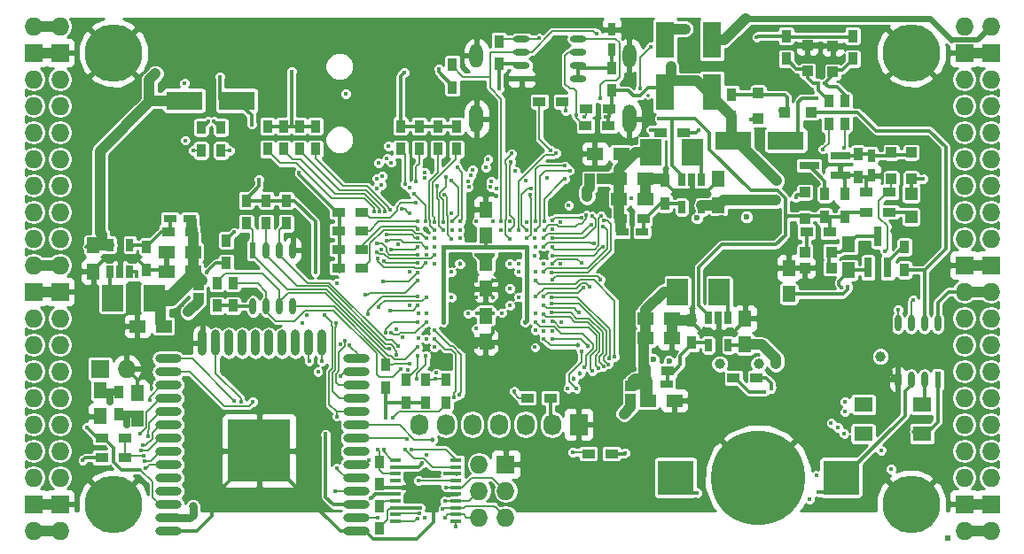
<source format=gbl>
G04 #@! TF.FileFunction,Copper,L4,Bot,Signal*
%FSLAX46Y46*%
G04 Gerber Fmt 4.6, Leading zero omitted, Abs format (unit mm)*
G04 Created by KiCad (PCBNEW 4.0.7+dfsg1-1) date Fri Jan 12 15:50:25 2018*
%MOMM*%
%LPD*%
G01*
G04 APERTURE LIST*
%ADD10C,0.100000*%
%ADD11O,1.727200X1.727200*%
%ADD12R,1.727200X1.727200*%
%ADD13R,0.500000X0.500000*%
%ADD14R,0.900000X1.200000*%
%ADD15R,1.000000X1.000000*%
%ADD16R,1.800000X3.500000*%
%ADD17R,1.200000X0.900000*%
%ADD18R,2.000000X2.500000*%
%ADD19R,0.700000X1.200000*%
%ADD20R,1.250000X1.500000*%
%ADD21R,1.500000X1.250000*%
%ADD22R,0.800000X1.900000*%
%ADD23R,1.900000X0.800000*%
%ADD24R,1.200000X0.750000*%
%ADD25R,0.750000X1.200000*%
%ADD26C,5.500000*%
%ADD27R,1.000000X0.400000*%
%ADD28R,1.727200X2.032000*%
%ADD29O,1.727200X2.032000*%
%ADD30R,3.500000X1.800000*%
%ADD31R,3.500000X3.300000*%
%ADD32C,9.000000*%
%ADD33O,1.300000X2.700000*%
%ADD34O,1.300000X2.300000*%
%ADD35R,0.600000X1.550000*%
%ADD36O,0.600000X1.550000*%
%ADD37R,1.550000X0.600000*%
%ADD38O,1.550000X0.600000*%
%ADD39O,2.500000X0.900000*%
%ADD40O,0.900000X2.500000*%
%ADD41R,6.000000X6.000000*%
%ADD42R,1.800000X1.400000*%
%ADD43R,1.200000X1.200000*%
%ADD44C,0.400000*%
%ADD45C,1.000000*%
%ADD46C,0.600000*%
%ADD47C,0.454000*%
%ADD48C,0.800000*%
%ADD49C,0.700000*%
%ADD50C,0.300000*%
%ADD51C,0.190000*%
%ADD52C,1.000000*%
%ADD53C,0.600000*%
%ADD54C,0.500000*%
%ADD55C,0.800000*%
%ADD56C,0.700000*%
%ADD57C,0.400000*%
%ADD58C,1.500000*%
%ADD59C,0.127000*%
%ADD60C,1.200000*%
%ADD61C,0.200000*%
%ADD62C,0.254000*%
G04 APERTURE END LIST*
D10*
D11*
X97910000Y-62690000D03*
X95370000Y-62690000D03*
D12*
X97910000Y-65230000D03*
X95370000Y-65230000D03*
D11*
X97910000Y-67770000D03*
X95370000Y-67770000D03*
X97910000Y-70310000D03*
X95370000Y-70310000D03*
X97910000Y-72850000D03*
X95370000Y-72850000D03*
X97910000Y-75390000D03*
X95370000Y-75390000D03*
X97910000Y-77930000D03*
X95370000Y-77930000D03*
X97910000Y-80470000D03*
X95370000Y-80470000D03*
X97910000Y-83010000D03*
X95370000Y-83010000D03*
X97910000Y-85550000D03*
X95370000Y-85550000D03*
D12*
X97910000Y-88090000D03*
X95370000Y-88090000D03*
D11*
X97910000Y-90630000D03*
X95370000Y-90630000D03*
X97910000Y-93170000D03*
X95370000Y-93170000D03*
X97910000Y-95710000D03*
X95370000Y-95710000D03*
X97910000Y-98250000D03*
X95370000Y-98250000D03*
X97910000Y-100790000D03*
X95370000Y-100790000D03*
X97910000Y-103330000D03*
X95370000Y-103330000D03*
X97910000Y-105870000D03*
X95370000Y-105870000D03*
D12*
X97910000Y-108410000D03*
X95370000Y-108410000D03*
D11*
X97910000Y-110950000D03*
X95370000Y-110950000D03*
D13*
X182675150Y-111637626D03*
D14*
X103498000Y-99858000D03*
X103498000Y-97658000D03*
D15*
X152393000Y-97142000D03*
X152393000Y-98342000D03*
D16*
X155695000Y-69000000D03*
X155695000Y-64000000D03*
D17*
X157430000Y-72850000D03*
X155230000Y-72850000D03*
D18*
X160870000Y-88090000D03*
X156870000Y-88090000D03*
D19*
X159825000Y-90600000D03*
X160775000Y-90600000D03*
X161725000Y-90600000D03*
X161725000Y-93200000D03*
X159825000Y-93200000D03*
D18*
X102895000Y-88725000D03*
X106895000Y-88725000D03*
D19*
X104575000Y-86215000D03*
X103625000Y-86215000D03*
X102675000Y-86215000D03*
X102675000Y-83615000D03*
X104575000Y-83615000D03*
D18*
X158330000Y-74755000D03*
X154330000Y-74755000D03*
D19*
X157285000Y-77392000D03*
X158235000Y-77392000D03*
X159185000Y-77392000D03*
X159185000Y-79992000D03*
X157285000Y-79992000D03*
D20*
X101085000Y-83665000D03*
X101085000Y-86165000D03*
D21*
X153810000Y-90630000D03*
X156310000Y-90630000D03*
X153810000Y-92535000D03*
X156310000Y-92535000D03*
D20*
X163315000Y-93150000D03*
X163315000Y-90650000D03*
D21*
X151270000Y-79200000D03*
X153770000Y-79200000D03*
X151270000Y-77295000D03*
X153770000Y-77295000D03*
D20*
X160775000Y-79815000D03*
X160775000Y-77315000D03*
D21*
X110590000Y-84280000D03*
X108090000Y-84280000D03*
X110590000Y-86185000D03*
X108090000Y-86185000D03*
D20*
X173221000Y-86038000D03*
X173221000Y-83538000D03*
D22*
X176965000Y-85780000D03*
X175065000Y-85780000D03*
X176015000Y-82780000D03*
D23*
X172435000Y-75075000D03*
X172435000Y-76975000D03*
X169435000Y-76025000D03*
D24*
X153910000Y-96910000D03*
X155810000Y-96910000D03*
X151570000Y-82375000D03*
X153470000Y-82375000D03*
X110290000Y-81105000D03*
X108390000Y-81105000D03*
D25*
X175380000Y-75075000D03*
X175380000Y-76975000D03*
D17*
X169200000Y-82375000D03*
X171400000Y-82375000D03*
D14*
X172840000Y-80935000D03*
X172840000Y-78735000D03*
D17*
X177115000Y-80470000D03*
X174915000Y-80470000D03*
D14*
X174110000Y-74925000D03*
X174110000Y-77125000D03*
X178555000Y-83815000D03*
X178555000Y-86015000D03*
X113785000Y-83180000D03*
X113785000Y-85380000D03*
X170935000Y-80935000D03*
X170935000Y-78735000D03*
X128390000Y-108580000D03*
X128390000Y-110780000D03*
D17*
X150572000Y-103584000D03*
X148372000Y-103584000D03*
X177115000Y-78565000D03*
X174915000Y-78565000D03*
X153760000Y-95640000D03*
X155960000Y-95640000D03*
X110440000Y-82375000D03*
X108240000Y-82375000D03*
X151420000Y-81105000D03*
X153620000Y-81105000D03*
D14*
X158235000Y-90800000D03*
X158235000Y-93000000D03*
X106165000Y-86015000D03*
X106165000Y-83815000D03*
X155695000Y-77465000D03*
X155695000Y-79665000D03*
D17*
X126696000Y-85804000D03*
X124496000Y-85804000D03*
X126696000Y-84026000D03*
X124496000Y-84026000D03*
X126696000Y-82248000D03*
X124496000Y-82248000D03*
X126696000Y-80470000D03*
X124496000Y-80470000D03*
D14*
X130422000Y-74458000D03*
X130422000Y-72258000D03*
X132200000Y-74458000D03*
X132200000Y-72258000D03*
X133978000Y-74458000D03*
X133978000Y-72258000D03*
X135756000Y-74458000D03*
X135756000Y-72258000D03*
D25*
X150589600Y-64910000D03*
X150589600Y-63010000D03*
D11*
X184270000Y-110950000D03*
X186810000Y-110950000D03*
D12*
X184270000Y-108410000D03*
X186810000Y-108410000D03*
D11*
X184270000Y-105870000D03*
X186810000Y-105870000D03*
X184270000Y-103330000D03*
X186810000Y-103330000D03*
X184270000Y-100790000D03*
X186810000Y-100790000D03*
X184270000Y-98250000D03*
X186810000Y-98250000D03*
X184270000Y-95710000D03*
X186810000Y-95710000D03*
X184270000Y-93170000D03*
X186810000Y-93170000D03*
X184270000Y-90630000D03*
X186810000Y-90630000D03*
X184270000Y-88090000D03*
X186810000Y-88090000D03*
D12*
X184270000Y-85550000D03*
X186810000Y-85550000D03*
D11*
X184270000Y-83010000D03*
X186810000Y-83010000D03*
X184270000Y-80470000D03*
X186810000Y-80470000D03*
X184270000Y-77930000D03*
X186810000Y-77930000D03*
X184270000Y-75390000D03*
X186810000Y-75390000D03*
X184270000Y-72850000D03*
X186810000Y-72850000D03*
X184270000Y-70310000D03*
X186810000Y-70310000D03*
X184270000Y-67770000D03*
X186810000Y-67770000D03*
D12*
X184270000Y-65230000D03*
X186810000Y-65230000D03*
D11*
X184270000Y-62690000D03*
X186810000Y-62690000D03*
D26*
X102990000Y-108410000D03*
X179190000Y-108410000D03*
X179190000Y-65230000D03*
X102990000Y-65230000D03*
D14*
X162045000Y-71410000D03*
X162045000Y-69210000D03*
X139820000Y-66330000D03*
X139820000Y-64130000D03*
X135375000Y-68532000D03*
X135375000Y-66332000D03*
X150615000Y-68870000D03*
X150615000Y-66670000D03*
D17*
X150275000Y-72215000D03*
X148075000Y-72215000D03*
X150380000Y-70600000D03*
X148180000Y-70600000D03*
D27*
X135735000Y-104215000D03*
X135735000Y-104865000D03*
X135735000Y-105515000D03*
X135735000Y-106165000D03*
X135735000Y-106815000D03*
X135735000Y-107465000D03*
X135735000Y-108115000D03*
X135735000Y-108765000D03*
X135735000Y-109415000D03*
X135735000Y-110065000D03*
X129935000Y-110065000D03*
X129935000Y-109415000D03*
X129935000Y-108765000D03*
X129935000Y-108115000D03*
X129935000Y-107465000D03*
X129935000Y-106815000D03*
X129935000Y-106165000D03*
X129935000Y-105515000D03*
X129935000Y-104865000D03*
X129935000Y-104215000D03*
D14*
X119500000Y-79370000D03*
X119500000Y-81570000D03*
X114420000Y-89444000D03*
X114420000Y-87244000D03*
X129025000Y-97275000D03*
X129025000Y-95075000D03*
X117595000Y-79370000D03*
X117595000Y-81570000D03*
X112896000Y-89444000D03*
X112896000Y-87244000D03*
X115690000Y-79370000D03*
X115690000Y-81570000D03*
D17*
X144730000Y-98250000D03*
X142530000Y-98250000D03*
D14*
X132835000Y-98715000D03*
X132835000Y-96515000D03*
X130930000Y-98715000D03*
X130930000Y-96515000D03*
D17*
X101890000Y-103965000D03*
X104090000Y-103965000D03*
D12*
X101720000Y-95456000D03*
D11*
X104260000Y-95456000D03*
D17*
X104090000Y-102060000D03*
X101890000Y-102060000D03*
D20*
X167506000Y-88324000D03*
X167506000Y-85824000D03*
D17*
X164415000Y-96345000D03*
X162215000Y-96345000D03*
D14*
X167252000Y-65822000D03*
X167252000Y-63622000D03*
D12*
X140455000Y-104600000D03*
D11*
X137915000Y-104600000D03*
X140455000Y-107140000D03*
X137915000Y-107140000D03*
X140455000Y-109680000D03*
X137915000Y-109680000D03*
D20*
X138550000Y-90396000D03*
X138550000Y-92896000D03*
X138550000Y-82736000D03*
X138550000Y-80236000D03*
X138550000Y-85316000D03*
X138550000Y-87816000D03*
X101720000Y-97508000D03*
X101720000Y-100008000D03*
D14*
X113277000Y-74585000D03*
X113277000Y-72385000D03*
X111372000Y-74585000D03*
X111372000Y-72385000D03*
X172840000Y-72045000D03*
X172840000Y-69845000D03*
X171316000Y-72045000D03*
X171316000Y-69845000D03*
D28*
X147440000Y-100790000D03*
D29*
X144900000Y-100790000D03*
X142360000Y-100790000D03*
X139820000Y-100790000D03*
X137280000Y-100790000D03*
X134740000Y-100790000D03*
X132200000Y-100790000D03*
D20*
X105276000Y-100262000D03*
X105276000Y-97762000D03*
D30*
X109761000Y-69802000D03*
X114761000Y-69802000D03*
X167212000Y-73612000D03*
X162212000Y-73612000D03*
D16*
X160140000Y-64000000D03*
X160140000Y-69000000D03*
D21*
X154064000Y-98504000D03*
X156564000Y-98504000D03*
X107796000Y-91392000D03*
X105296000Y-91392000D03*
X151484000Y-74882000D03*
X148984000Y-74882000D03*
D14*
X173602000Y-65822000D03*
X173602000Y-63622000D03*
X134740000Y-96515000D03*
X134740000Y-98715000D03*
D31*
X172485000Y-105870000D03*
X156685000Y-105870000D03*
D32*
X164585000Y-105870000D03*
D15*
X169284000Y-66988000D03*
X169284000Y-64488000D03*
X171697000Y-67081000D03*
X171697000Y-64581000D03*
X169050000Y-84280000D03*
X171550000Y-84280000D03*
X169030000Y-81085000D03*
X169030000Y-78585000D03*
X171550000Y-85804000D03*
X169050000Y-85804000D03*
X179190000Y-77275000D03*
X179190000Y-74775000D03*
X177285000Y-74775000D03*
X177285000Y-77275000D03*
X167145000Y-70945000D03*
X169645000Y-70945000D03*
X164585000Y-69060000D03*
X164585000Y-71560000D03*
X111118000Y-87490000D03*
X111118000Y-88690000D03*
X149691000Y-77295000D03*
X148491000Y-77295000D03*
D14*
X128390000Y-106546000D03*
X128390000Y-104346000D03*
X117722000Y-74458000D03*
X117722000Y-72258000D03*
X119246000Y-74458000D03*
X119246000Y-72258000D03*
X120770000Y-74458000D03*
X120770000Y-72258000D03*
X122294000Y-74458000D03*
X122294000Y-72258000D03*
D17*
X145880000Y-69900000D03*
X143680000Y-69900000D03*
D33*
X152280000Y-71550000D03*
X137680000Y-71550000D03*
D34*
X137680000Y-65500000D03*
X152280000Y-65500000D03*
D35*
X181730000Y-96505000D03*
D36*
X180460000Y-96505000D03*
X179190000Y-96505000D03*
X177920000Y-96505000D03*
X177920000Y-91105000D03*
X179190000Y-91105000D03*
X180460000Y-91105000D03*
X181730000Y-91105000D03*
D37*
X141980000Y-67706500D03*
D38*
X141980000Y-66436500D03*
X141980000Y-65166500D03*
X141980000Y-63896500D03*
X147380000Y-63896500D03*
X147380000Y-65166500D03*
X147380000Y-66436500D03*
X147380000Y-67706500D03*
D35*
X116325000Y-84120000D03*
D36*
X117595000Y-84120000D03*
X118865000Y-84120000D03*
X120135000Y-84120000D03*
X120135000Y-89520000D03*
X118865000Y-89520000D03*
X117595000Y-89520000D03*
X116325000Y-89520000D03*
D39*
X126230000Y-111000000D03*
X126230000Y-109730000D03*
X126230000Y-108460000D03*
X126230000Y-107190000D03*
X126230000Y-105920000D03*
X126230000Y-104650000D03*
X126230000Y-103380000D03*
X126230000Y-102110000D03*
X126230000Y-100840000D03*
X126230000Y-99570000D03*
X126230000Y-98300000D03*
X126230000Y-97030000D03*
X126230000Y-95760000D03*
X126230000Y-94490000D03*
D40*
X122945000Y-93000000D03*
X121675000Y-93000000D03*
X120405000Y-93000000D03*
X119135000Y-93000000D03*
X117865000Y-93000000D03*
X116595000Y-93000000D03*
X115325000Y-93000000D03*
X114055000Y-93000000D03*
X112785000Y-93000000D03*
X111515000Y-93000000D03*
D39*
X108230000Y-94490000D03*
X108230000Y-95760000D03*
X108230000Y-97030000D03*
X108230000Y-98300000D03*
X108230000Y-99570000D03*
X108230000Y-100840000D03*
X108230000Y-102110000D03*
X108230000Y-103380000D03*
X108230000Y-104650000D03*
X108230000Y-105920000D03*
X108230000Y-107190000D03*
X108230000Y-108460000D03*
X108230000Y-109730000D03*
X108230000Y-111000000D03*
D41*
X116930000Y-103300000D03*
D42*
X180212000Y-98882000D03*
X174612000Y-98882000D03*
X174612000Y-101682000D03*
X180212000Y-101682000D03*
D43*
X179190000Y-78735000D03*
X179190000Y-80935000D03*
D44*
X144103496Y-84660400D03*
D45*
X177658444Y-82281349D03*
D44*
X145680000Y-81405125D03*
X145691238Y-94166752D03*
X145759873Y-91010176D03*
D46*
X152525938Y-81463870D03*
D45*
X162956098Y-95078488D03*
X158539988Y-94868772D03*
D46*
X161075765Y-80992022D03*
X164882869Y-80938986D03*
X156262773Y-81349374D03*
X123437000Y-108972000D03*
D44*
X132871770Y-84533979D03*
X132862998Y-82124544D03*
X131278306Y-86213101D03*
X135281276Y-80583119D03*
X131279502Y-89407325D03*
X170309539Y-85441529D03*
X145672808Y-85396062D03*
X133216000Y-107465000D03*
X137680000Y-88600000D03*
X142480000Y-95000000D03*
X141680000Y-92600000D03*
X140836000Y-84534000D03*
X135284627Y-94985297D03*
X135288625Y-94225619D03*
X134455822Y-94267172D03*
X136095958Y-93369652D03*
D47*
X139264636Y-91615205D03*
D45*
X116880503Y-64802940D03*
X106974809Y-64953974D03*
X175210328Y-64948943D03*
X165417246Y-64954666D03*
D44*
X175495631Y-71457432D03*
X177285000Y-95710000D03*
X140880000Y-81400000D03*
X136085174Y-89394826D03*
X140874194Y-91433353D03*
X142480000Y-94200000D03*
X140880000Y-93400000D03*
X139280000Y-93400000D03*
X137680000Y-93400000D03*
X136880000Y-92600000D03*
X135280000Y-92600000D03*
X132880000Y-91800000D03*
X132880000Y-93400000D03*
D47*
X141042859Y-86994997D03*
X139280000Y-87000000D03*
X136110990Y-86995403D03*
X137680000Y-87000000D03*
X136080000Y-84600000D03*
X139280000Y-88600000D03*
D45*
X101707889Y-82423180D03*
X107021491Y-67228122D03*
X166284693Y-95025145D03*
X166248957Y-79348409D03*
X166343357Y-77477990D03*
D44*
X172564535Y-87722010D03*
X150030853Y-71331848D03*
D45*
X156235582Y-66548363D03*
X157600000Y-62944000D03*
D44*
X158870000Y-72596000D03*
X114513935Y-82409431D03*
X116912932Y-77355158D03*
X109760378Y-68177900D03*
X109840000Y-73620000D03*
X132110753Y-92527478D03*
X113658000Y-89360000D03*
X165803369Y-97344883D03*
D45*
X148237462Y-79019093D03*
D44*
X148271935Y-77558071D03*
D45*
X160905403Y-95006436D03*
D46*
X158731133Y-81048929D03*
X154593901Y-94607945D03*
X156088245Y-94762980D03*
D45*
X164625730Y-94982471D03*
D46*
X163462982Y-80942429D03*
D45*
X176254940Y-94288458D03*
D48*
X110593913Y-108636458D03*
D44*
X180340784Y-77316932D03*
X173137949Y-87594275D03*
D49*
X102710050Y-98594954D03*
D44*
X129005202Y-100174798D03*
X137659051Y-91638034D03*
X139820000Y-68665673D03*
X172834633Y-99599920D03*
X172879922Y-98618650D03*
X176305593Y-103279812D03*
X164433885Y-63737451D03*
X134079160Y-66786153D03*
X100080000Y-104200000D03*
X135273306Y-88618602D03*
X139272517Y-84611349D03*
X137680556Y-84534085D03*
X141680000Y-86200000D03*
X135280000Y-86200000D03*
X132880000Y-92600000D03*
X141680000Y-88600000D03*
X141680000Y-85400000D03*
X129983242Y-91668979D03*
X121431221Y-90311593D03*
X130578735Y-92485439D03*
X121041200Y-91125073D03*
X146394787Y-97333919D03*
X143300000Y-86220000D03*
X147175985Y-97333919D03*
X147700000Y-93820000D03*
X144900000Y-91820000D03*
X142277990Y-91000000D03*
D45*
X110128890Y-90028152D03*
D44*
X142480000Y-83800000D03*
X134480000Y-83800000D03*
X134480000Y-91000000D03*
X155115280Y-71563465D03*
X105245010Y-86595559D03*
X125193541Y-69156848D03*
X170182962Y-69571012D03*
X170362901Y-107286196D03*
X158716651Y-107325176D03*
X136028224Y-97922729D03*
X128216338Y-109760338D03*
X132708000Y-109680000D03*
X134750646Y-106810513D03*
X133680000Y-91800000D03*
X135517016Y-98167170D03*
X134675868Y-108131585D03*
D47*
X133449289Y-102232615D03*
D44*
X133680000Y-92600000D03*
X132936956Y-103711000D03*
X127385678Y-104203668D03*
X133685482Y-93402296D03*
X134463998Y-108841973D03*
X131986331Y-96404793D03*
X131039072Y-102187000D03*
X134636872Y-109719950D03*
X132846234Y-94197073D03*
X176700000Y-84220000D03*
X143260000Y-84620000D03*
X120739932Y-76694083D03*
X130761990Y-67119621D03*
X147186000Y-71200000D03*
X147983153Y-71347080D03*
X149475951Y-69619684D03*
X153297112Y-68665673D03*
X177926984Y-89812061D03*
X154329326Y-64643767D03*
X152497066Y-79193467D03*
X146481406Y-79819384D03*
X143650666Y-63862520D03*
X179351513Y-88868327D03*
X149134122Y-63424051D03*
X140035989Y-81400000D03*
X121687479Y-94718249D03*
X128776655Y-87127857D03*
X132083026Y-86260405D03*
X116312533Y-98645922D03*
X122932649Y-94724357D03*
X124664271Y-96191531D03*
X122527919Y-95725900D03*
X116198000Y-72088000D03*
X127586603Y-107875044D03*
X113157250Y-67567056D03*
X146180000Y-70800000D03*
X131453853Y-103208291D03*
X149771692Y-81825658D03*
X144080000Y-86200000D03*
X149533922Y-86909940D03*
X144894316Y-86977564D03*
X144896700Y-83835368D03*
X149549750Y-80868432D03*
D47*
X147343891Y-93217126D03*
D44*
X144113248Y-92588762D03*
X144875155Y-86292748D03*
X149846468Y-81303978D03*
X148696112Y-80861847D03*
X144916886Y-82991356D03*
D47*
X148349010Y-93322307D03*
D44*
X144882352Y-92577990D03*
X144902941Y-90956495D03*
X148747982Y-95669626D03*
X144867244Y-90112484D03*
X149795895Y-95251084D03*
X144855814Y-89268481D03*
X150278898Y-95040253D03*
X150345974Y-94517527D03*
X144877648Y-88622010D03*
X150889207Y-94332565D03*
X143280000Y-87000000D03*
X130203236Y-93292388D03*
X131084713Y-95564177D03*
X130422000Y-95456000D03*
X131316164Y-94959140D03*
X130053332Y-94113207D03*
X132031990Y-93400000D03*
X129366484Y-93572888D03*
X141280657Y-97642010D03*
X133852393Y-95875797D03*
X133762848Y-96395146D03*
X132080000Y-94200000D03*
X128622659Y-84064643D03*
X105895603Y-103765816D03*
X130839477Y-103208987D03*
X129449238Y-89873934D03*
X132075624Y-89410644D03*
X128806823Y-103185900D03*
X128312094Y-89556924D03*
X132162861Y-106185868D03*
X132880000Y-88600000D03*
X127040053Y-88426410D03*
X124322162Y-105002357D03*
X132080000Y-87000000D03*
X125525099Y-93236764D03*
X124202418Y-107207639D03*
X110599084Y-74589383D03*
X132024412Y-109766775D03*
X114104080Y-74612196D03*
X132219727Y-109277292D03*
X115165033Y-98598050D03*
X131847310Y-79589886D03*
X132080000Y-81400000D03*
X132080007Y-82103333D03*
X132872609Y-82968555D03*
X133627359Y-81414685D03*
X133648389Y-82190597D03*
X131923295Y-77584853D03*
X130856828Y-77786820D03*
X129533728Y-91985990D03*
X132880000Y-91000000D03*
X132077338Y-91002010D03*
X129006717Y-91985990D03*
X131275302Y-80595752D03*
X130489904Y-80167235D03*
X128823114Y-85153560D03*
X132072985Y-85377990D03*
X134476508Y-82180155D03*
X133942383Y-77980766D03*
X163908850Y-71651861D03*
X135656559Y-110610712D03*
X132468001Y-104503413D03*
X146844288Y-103452739D03*
D49*
X104260000Y-100790000D03*
D44*
X114554968Y-98534219D03*
X111895217Y-86253790D03*
X165170594Y-97666317D03*
X170157734Y-105666345D03*
X169506589Y-107953726D03*
X170735900Y-74464979D03*
X143257990Y-83000000D03*
X168166438Y-79108038D03*
X151896383Y-103510715D03*
X112614274Y-71803529D03*
X112074854Y-71810535D03*
X143269694Y-93414905D03*
X177274002Y-105079115D03*
X172761273Y-101651681D03*
X143280000Y-91800000D03*
X172193360Y-101105663D03*
X144064831Y-91877646D03*
X144080000Y-90956495D03*
X171540304Y-100645743D03*
X135320520Y-82196441D03*
X129493343Y-75737814D03*
X136080000Y-82200000D03*
X129125079Y-75315804D03*
X136080000Y-83000000D03*
X129252218Y-74142461D03*
X142377451Y-77497451D03*
X172746637Y-74347988D03*
X143280000Y-83800000D03*
X170300000Y-68151000D03*
X170950000Y-68125562D03*
X125110333Y-92787995D03*
X124361185Y-87274371D03*
X124361184Y-87274370D03*
X182675150Y-111637626D03*
X166678914Y-70803555D03*
X123273881Y-101715917D03*
X129660000Y-100155000D03*
X127308270Y-90221456D03*
X132084049Y-88558274D03*
X128280000Y-103200000D03*
X120008000Y-67008000D03*
X133680000Y-83000000D03*
X129457990Y-80285112D03*
X133680000Y-83800000D03*
X128943593Y-80399729D03*
X130204628Y-83599483D03*
X128416582Y-80399850D03*
X127889625Y-80407426D03*
X133680000Y-85400000D03*
X144780000Y-74590382D03*
X137689001Y-90122990D03*
D45*
X151758000Y-99774000D03*
D44*
X136885174Y-90194826D03*
X140094890Y-90122990D03*
X139280000Y-90122990D03*
X140880000Y-89400000D03*
X140880000Y-87800000D03*
X140880000Y-85400000D03*
D47*
X136080000Y-85400000D03*
D44*
X128333179Y-75769807D03*
X134613000Y-78819000D03*
X135280000Y-83022010D03*
X154298000Y-72596000D03*
X100450000Y-101044000D03*
X132285867Y-108754446D03*
X134707351Y-105508447D03*
X139280000Y-81400000D03*
X139578623Y-78205862D03*
X139034115Y-78040948D03*
X139046749Y-77514088D03*
X138580000Y-76200000D03*
X138779198Y-75400762D03*
X137680000Y-81400000D03*
X137308732Y-76415018D03*
X137106948Y-76979922D03*
X136859538Y-77550820D03*
X136922059Y-78097889D03*
X136096392Y-81395070D03*
X135830698Y-76200613D03*
X135315381Y-81391918D03*
X135280062Y-77463305D03*
X134471370Y-81406751D03*
X134758050Y-77130140D03*
D47*
X146942280Y-96452058D03*
X147534467Y-95913260D03*
D44*
X147928857Y-95339016D03*
X143322010Y-91000657D03*
X149284391Y-95377990D03*
X144077013Y-90266968D03*
X147430953Y-90112484D03*
X144076240Y-89395301D03*
X143322010Y-90201951D03*
X147910791Y-87683418D03*
X144082832Y-88584510D03*
X143322010Y-88595030D03*
X148483539Y-87608166D03*
X144102010Y-85397219D03*
X144889349Y-85448737D03*
X147687390Y-85374093D03*
X149732494Y-83807694D03*
X144912409Y-84635817D03*
X148921512Y-83442010D03*
X144103186Y-83777990D03*
X148610661Y-81705858D03*
X144102010Y-83000000D03*
X144888125Y-82147345D03*
X148175253Y-80781550D03*
X144125486Y-82186468D03*
X147688311Y-80983115D03*
X144880008Y-81303333D03*
X142841210Y-78784254D03*
X142473549Y-82998913D03*
X142864275Y-78217369D03*
X142437464Y-82181475D03*
X146089079Y-77300571D03*
X144144931Y-81387081D03*
X144394875Y-77219934D03*
X146577729Y-76500816D03*
X143281475Y-82206074D03*
X146130802Y-76060132D03*
X143300920Y-81377293D03*
X145255695Y-74817220D03*
X141662690Y-82207782D03*
X142456909Y-81405800D03*
X140030954Y-82200000D03*
X141342967Y-76554996D03*
X141046643Y-74873804D03*
X140864029Y-83041403D03*
X140874966Y-82177164D03*
X140980062Y-75681941D03*
X132761172Y-77202673D03*
X132737245Y-76676207D03*
X128644933Y-77050030D03*
X128152012Y-77257840D03*
X128125571Y-78233647D03*
X128590544Y-77894041D03*
X131253134Y-78134216D03*
X106477197Y-98487772D03*
X131709326Y-78745875D03*
X132783339Y-81400004D03*
X132079024Y-82984045D03*
X129109095Y-82655074D03*
X105572759Y-101661319D03*
X106276126Y-101893466D03*
X132880889Y-83897835D03*
X129054383Y-83179239D03*
X129487667Y-84079929D03*
X132083682Y-83828056D03*
X105813763Y-102819336D03*
X128165458Y-83509725D03*
X132062099Y-84533979D03*
X105627254Y-103312241D03*
X128182016Y-84353737D03*
X105992720Y-104283802D03*
X133671942Y-84595200D03*
X128207686Y-84880123D03*
X106088753Y-104974041D03*
X132834641Y-85377990D03*
X123173994Y-90359265D03*
X132100000Y-90157990D03*
X124326000Y-100028000D03*
X124681087Y-93093755D03*
X124240682Y-91120196D03*
X132900000Y-90180000D03*
D50*
X154044000Y-69310596D02*
X154052298Y-69302298D01*
X155822000Y-83645000D02*
X155822000Y-81790147D01*
X155822000Y-81790147D02*
X156262773Y-81349374D01*
X153039876Y-83645000D02*
X155822000Y-83645000D01*
X152525938Y-83131062D02*
X153039876Y-83645000D01*
X152525938Y-81463870D02*
X152525938Y-83131062D01*
D51*
X138029000Y-66332000D02*
X138115000Y-66246000D01*
D50*
X133415999Y-107664999D02*
X133216000Y-107465000D01*
X133612013Y-107861013D02*
X133415999Y-107664999D01*
X131991648Y-111780338D02*
X133612013Y-110159973D01*
X127810434Y-111780338D02*
X131991648Y-111780338D01*
X133612013Y-110159973D02*
X133612013Y-107861013D01*
X127060434Y-111030338D02*
X127810434Y-111780338D01*
X126260434Y-111030338D02*
X127060434Y-111030338D01*
D52*
X184270000Y-108410000D02*
X186810000Y-108410000D01*
X184270000Y-85550000D02*
X186810000Y-85550000D01*
X184270000Y-65230000D02*
X186810000Y-65230000D01*
X95370000Y-65230000D02*
X97910000Y-65230000D01*
X95370000Y-88090000D02*
X97910000Y-88090000D01*
X95370000Y-108410000D02*
X97910000Y-108410000D01*
D50*
X108260434Y-111030338D02*
X109060434Y-111030338D01*
X109060434Y-111030338D02*
X109140772Y-110950000D01*
X110957617Y-110950000D02*
X112380000Y-109527617D01*
X109140772Y-110950000D02*
X110957617Y-110950000D01*
X112380000Y-109527617D02*
X112380000Y-107854384D01*
X112380000Y-107854384D02*
X116904046Y-103330338D01*
X116904046Y-103330338D02*
X116960434Y-103330338D01*
X167506000Y-85824000D02*
X169927068Y-85824000D01*
X169927068Y-85824000D02*
X170109540Y-85641528D01*
X170109540Y-85641528D02*
X170309539Y-85441529D01*
X104260000Y-95456000D02*
X105276000Y-96472000D01*
X105276000Y-96472000D02*
X105276000Y-97762000D01*
X133216000Y-107465000D02*
X132214478Y-107465000D01*
X135735000Y-107465000D02*
X133216000Y-107465000D01*
X132214478Y-107465000D02*
X131572496Y-106823018D01*
X131572496Y-106823018D02*
X129919874Y-106823018D01*
X126260434Y-111030338D02*
X124660659Y-111030338D01*
X124660659Y-111030338D02*
X116960659Y-103330338D01*
X116960659Y-103330338D02*
X116960434Y-103330338D01*
X129935000Y-106815000D02*
X128659000Y-106815000D01*
X128659000Y-106815000D02*
X128390000Y-106546000D01*
X128390000Y-106546000D02*
X128558000Y-106546000D01*
X136126306Y-93400000D02*
X136095958Y-93369652D01*
X136880000Y-92600000D02*
X136110348Y-93369652D01*
X136049652Y-93369652D02*
X136095958Y-93369652D01*
X137680000Y-93400000D02*
X136126306Y-93400000D01*
X135280000Y-92600000D02*
X136049652Y-93369652D01*
X136110348Y-93369652D02*
X136095958Y-93369652D01*
X139264636Y-92054364D02*
X139264636Y-91936231D01*
X139264636Y-91936231D02*
X139264636Y-91615205D01*
X138550000Y-92769000D02*
X139264636Y-92054364D01*
X136880000Y-92600000D02*
X137680000Y-93400000D01*
X136880000Y-92600000D02*
X138381000Y-92600000D01*
X138381000Y-92600000D02*
X138550000Y-92769000D01*
X135280000Y-92600000D02*
X136880000Y-92600000D01*
X138550000Y-92769000D02*
X138649000Y-92769000D01*
X138649000Y-92769000D02*
X139280000Y-93400000D01*
X138550000Y-92769000D02*
X138311000Y-92769000D01*
X138311000Y-92769000D02*
X137680000Y-93400000D01*
X175042385Y-64781000D02*
X175210328Y-64948943D01*
X171697000Y-64781000D02*
X175042385Y-64781000D01*
X165683912Y-64688000D02*
X165417246Y-64954666D01*
X169284000Y-64688000D02*
X165683912Y-64688000D01*
X169284000Y-64688000D02*
X171604000Y-64688000D01*
X171604000Y-64688000D02*
X171697000Y-64781000D01*
X177285000Y-95710000D02*
X177285000Y-95964000D01*
X177285000Y-95964000D02*
X177920000Y-96599000D01*
X102210000Y-84915000D02*
X103625000Y-84915000D01*
X103625000Y-84915000D02*
X105215000Y-84915000D01*
X103625000Y-86215000D02*
X103625000Y-84915000D01*
X105215000Y-84915000D02*
X106165000Y-85865000D01*
X106165000Y-85865000D02*
X106165000Y-86015000D01*
X101085000Y-86165000D02*
X101085000Y-86040000D01*
X101085000Y-86040000D02*
X102210000Y-84915000D01*
X106165000Y-86015000D02*
X107920000Y-86015000D01*
X107920000Y-86015000D02*
X108090000Y-86185000D01*
D52*
X153770000Y-77295000D02*
X155525000Y-77295000D01*
D50*
X155525000Y-77295000D02*
X155695000Y-77465000D01*
D52*
X153770000Y-79200000D02*
X153770000Y-77295000D01*
D50*
X174110000Y-77125000D02*
X174745000Y-77125000D01*
X174745000Y-77125000D02*
X175230000Y-77125000D01*
X174915000Y-78565000D02*
X174915000Y-77295000D01*
X174915000Y-77295000D02*
X174745000Y-77125000D01*
X172840000Y-78735000D02*
X172840000Y-77380000D01*
X172840000Y-77380000D02*
X172435000Y-76975000D01*
X175230000Y-77125000D02*
X175380000Y-76975000D01*
X172435000Y-76975000D02*
X173960000Y-76975000D01*
X173960000Y-76975000D02*
X174110000Y-77125000D01*
X137680000Y-86200000D02*
X137680000Y-86600000D01*
X136080000Y-84600000D02*
X137680000Y-86200000D01*
X159850000Y-78365000D02*
X158235000Y-78365000D01*
X158235000Y-78365000D02*
X156445000Y-78365000D01*
X158235000Y-77235000D02*
X158235000Y-78365000D01*
X160775000Y-77315000D02*
X160775000Y-77440000D01*
X160775000Y-77440000D02*
X159850000Y-78365000D01*
X156445000Y-78365000D02*
X155695000Y-77615000D01*
X155695000Y-77615000D02*
X155695000Y-77465000D01*
D52*
X156310000Y-90630000D02*
X156310000Y-92535000D01*
X158235000Y-90800000D02*
X156480000Y-90800000D01*
D50*
X156480000Y-90800000D02*
X156310000Y-90630000D01*
X163315000Y-90650000D02*
X163315000Y-90834602D01*
X163315000Y-90834602D02*
X162249602Y-91900000D01*
X162249602Y-91900000D02*
X160775000Y-91900000D01*
X101085000Y-86165000D02*
X101085000Y-85929893D01*
X106165000Y-85944374D02*
X106165000Y-86015000D01*
X159185000Y-91900000D02*
X160775000Y-91900000D01*
X160775000Y-90600000D02*
X160775000Y-91900000D01*
X158235000Y-90800000D02*
X158235000Y-90950000D01*
X158235000Y-90950000D02*
X159185000Y-91900000D01*
X108090000Y-84280000D02*
X108090000Y-86185000D01*
X107625000Y-84745000D02*
X108090000Y-84280000D01*
X108070000Y-84260000D02*
X108090000Y-84280000D01*
X141037856Y-87000000D02*
X141042859Y-86994997D01*
X139280000Y-87000000D02*
X141037856Y-87000000D01*
X136432016Y-86995403D02*
X136110990Y-86995403D01*
X137284597Y-86995403D02*
X136432016Y-86995403D01*
X137680000Y-86600000D02*
X137284597Y-86995403D01*
X137680000Y-86600000D02*
X137680000Y-87000000D01*
D52*
X101707889Y-74640111D02*
X101707889Y-81716074D01*
X106407114Y-69940886D02*
X101707889Y-74640111D01*
D50*
X101733051Y-82423180D02*
X101707889Y-82423180D01*
D52*
X101707889Y-81716074D02*
X101707889Y-82423180D01*
D50*
X101913492Y-82603621D02*
X101733051Y-82423180D01*
D52*
X106407114Y-69940886D02*
X106407114Y-67842499D01*
X106521492Y-67728121D02*
X107021491Y-67228122D01*
X106407114Y-67842499D02*
X106521492Y-67728121D01*
X166284693Y-94494693D02*
X166284693Y-95025145D01*
X164940000Y-93150000D02*
X166284693Y-94494693D01*
X163315000Y-93150000D02*
X164940000Y-93150000D01*
X165541851Y-79348409D02*
X166248957Y-79348409D01*
X161241591Y-79348409D02*
X165541851Y-79348409D01*
X160790000Y-79800000D02*
X161241591Y-79348409D01*
D50*
X150615000Y-68870000D02*
X152180000Y-68870000D01*
X153331001Y-69348999D02*
X152658999Y-69348999D01*
X152658999Y-69348999D02*
X152180000Y-68870000D01*
X154087002Y-68592998D02*
X155287998Y-68592998D01*
X153331001Y-69348999D02*
X154087002Y-68592998D01*
X155287998Y-68592998D02*
X155695000Y-69000000D01*
D52*
X162045000Y-71410000D02*
X162045000Y-73179633D01*
X162045000Y-73179633D02*
X165843358Y-76977991D01*
X165843358Y-76977991D02*
X166343357Y-77477990D01*
D50*
X101085000Y-83665000D02*
X101684316Y-83665000D01*
X101684316Y-83665000D02*
X101913492Y-83435824D01*
D52*
X101913492Y-83435824D02*
X101913492Y-82603621D01*
D50*
X172296000Y-87453475D02*
X172364536Y-87522011D01*
X172364536Y-87522011D02*
X172564535Y-87722010D01*
X172296000Y-87088000D02*
X172296000Y-87453475D01*
X173221000Y-86038000D02*
X173221000Y-86163000D01*
X173221000Y-86163000D02*
X172296000Y-87088000D01*
X150275000Y-71465000D02*
X150380000Y-71360000D01*
X150380000Y-71360000D02*
X150380000Y-70600000D01*
X150615000Y-70935000D02*
X150615000Y-69995990D01*
X150615000Y-69995990D02*
X150615000Y-68870000D01*
X150313695Y-71331848D02*
X150030853Y-71331848D01*
X150141848Y-71331848D02*
X150030853Y-71331848D01*
X150275000Y-71465000D02*
X150141848Y-71331848D01*
X150275000Y-72215000D02*
X150275000Y-71465000D01*
X160140000Y-69000000D02*
X160140000Y-69850000D01*
X160140000Y-69850000D02*
X161700000Y-71410000D01*
D52*
X156235582Y-67716832D02*
X156235582Y-66548363D01*
X158681338Y-67896338D02*
X156415088Y-67896338D01*
X156415088Y-67896338D02*
X156235582Y-67716832D01*
D50*
X156235582Y-66578582D02*
X156235582Y-66548363D01*
X110610000Y-69548000D02*
X110610000Y-69802000D01*
D52*
X109975000Y-69802000D02*
X106546000Y-69802000D01*
X106546000Y-69802000D02*
X106419000Y-69929000D01*
X106419000Y-69929000D02*
X106407114Y-69940886D01*
D50*
X106419000Y-69675000D02*
X106419000Y-69929000D01*
X100572432Y-83665000D02*
X100424079Y-83813353D01*
X101085000Y-83665000D02*
X100572432Y-83665000D01*
X160790000Y-79800000D02*
X160775000Y-79815000D01*
X160775000Y-79940000D02*
X160775000Y-79815000D01*
X164925000Y-93150000D02*
X164240000Y-93150000D01*
X164240000Y-93150000D02*
X163315000Y-93150000D01*
X101085000Y-83665000D02*
X101085000Y-83790000D01*
D52*
X159185000Y-79835000D02*
X160755000Y-79835000D01*
D50*
X160755000Y-79835000D02*
X160775000Y-79815000D01*
X161725000Y-93200000D02*
X163265000Y-93200000D01*
X163265000Y-93200000D02*
X163315000Y-93150000D01*
X173221000Y-86038000D02*
X174807000Y-86038000D01*
X174807000Y-86038000D02*
X175065000Y-85780000D01*
D52*
X101085000Y-83665000D02*
X102625000Y-83665000D01*
D50*
X102625000Y-83665000D02*
X102675000Y-83615000D01*
X161700000Y-71410000D02*
X162045000Y-71410000D01*
D52*
X162045000Y-71410000D02*
X162045000Y-71260000D01*
X162045000Y-71260000D02*
X158681338Y-67896338D01*
D50*
X162045000Y-71753000D02*
X162045000Y-71410000D01*
X155695000Y-64000000D02*
X155695000Y-63368337D01*
X155695000Y-63368337D02*
X156119337Y-62944000D01*
D52*
X156119337Y-62944000D02*
X157600000Y-62944000D01*
X160140000Y-64000000D02*
X161340000Y-64000000D01*
X161340000Y-64000000D02*
X163399217Y-61940783D01*
D53*
X163399217Y-61940783D02*
X180980783Y-61940783D01*
D54*
X185540000Y-63960000D02*
X186810000Y-62690000D01*
D53*
X180980783Y-61940783D02*
X183000000Y-63960000D01*
D54*
X183000000Y-63960000D02*
X185540000Y-63960000D01*
D50*
X158616000Y-72850000D02*
X158870000Y-72596000D01*
X157430000Y-72850000D02*
X158616000Y-72850000D01*
X113785000Y-83138366D02*
X114313936Y-82609430D01*
X113785000Y-83180000D02*
X113785000Y-83138366D01*
X114313936Y-82609430D02*
X114513935Y-82409431D01*
X116912932Y-77638000D02*
X116912932Y-77355158D01*
X116912932Y-77997068D02*
X116912932Y-77638000D01*
X115690000Y-79220000D02*
X116912932Y-77997068D01*
X115690000Y-79370000D02*
X115690000Y-79220000D01*
X112896000Y-89444000D02*
X113574000Y-89444000D01*
X113574000Y-89444000D02*
X113658000Y-89360000D01*
X114420000Y-89444000D02*
X113742000Y-89444000D01*
X113742000Y-89444000D02*
X113658000Y-89360000D01*
X112856637Y-89483363D02*
X112896000Y-89444000D01*
X179190000Y-78735000D02*
X179190000Y-77275000D01*
X165803369Y-96833369D02*
X165803369Y-97062041D01*
X165315000Y-96345000D02*
X165803369Y-96833369D01*
X165803369Y-97062041D02*
X165803369Y-97344883D01*
X164415000Y-96345000D02*
X165315000Y-96345000D01*
D52*
X148202000Y-78413082D02*
X148202454Y-78413536D01*
D50*
X148491000Y-77295000D02*
X148491000Y-77339006D01*
X148491000Y-77339006D02*
X148471934Y-77358072D01*
X148471934Y-77358072D02*
X148271935Y-77558071D01*
X148202000Y-78022023D02*
X148271935Y-77952088D01*
X148271935Y-77952088D02*
X148271935Y-77840913D01*
D52*
X148202454Y-78413536D02*
X148202454Y-78984085D01*
X148202454Y-78984085D02*
X148237462Y-79019093D01*
D50*
X148271935Y-77840913D02*
X148271935Y-77558071D01*
D55*
X110593913Y-109202143D02*
X110593913Y-108636458D01*
X110593913Y-109476859D02*
X110593913Y-109202143D01*
X110310434Y-109760338D02*
X110593913Y-109476859D01*
X108260434Y-109760338D02*
X110310434Y-109760338D01*
D50*
X179190000Y-77075000D02*
X179431932Y-77316932D01*
X179431932Y-77316932D02*
X180057942Y-77316932D01*
X180057942Y-77316932D02*
X180340784Y-77316932D01*
D52*
X184270000Y-110950000D02*
X186810000Y-110950000D01*
X184270000Y-88090000D02*
X186810000Y-88090000D01*
X95370000Y-62690000D02*
X97910000Y-62690000D01*
X95370000Y-85550000D02*
X97910000Y-85550000D01*
X95370000Y-110950000D02*
X97910000Y-110950000D01*
D50*
X129025000Y-97275000D02*
X129025000Y-98800000D01*
X129025000Y-98800000D02*
X129025000Y-100155000D01*
X130930000Y-98715000D02*
X129110000Y-98715000D01*
X129110000Y-98715000D02*
X129025000Y-98800000D01*
X167506000Y-88324000D02*
X172691066Y-88324000D01*
X172691066Y-88324000D02*
X173137949Y-87877117D01*
X173137949Y-87877117D02*
X173137949Y-87594275D01*
D56*
X102710050Y-97683950D02*
X102710050Y-98099980D01*
X102736000Y-97658000D02*
X102710050Y-97683950D01*
X102710050Y-98099980D02*
X102710050Y-98594954D01*
X102736000Y-97658000D02*
X101870000Y-97658000D01*
X103498000Y-97658000D02*
X102736000Y-97658000D01*
D50*
X101870000Y-97658000D02*
X101720000Y-97508000D01*
X148202000Y-78413082D02*
X148491000Y-78124082D01*
D52*
X148491000Y-78124082D02*
X148491000Y-77295000D01*
X148202000Y-78413082D02*
X148439744Y-78175338D01*
D50*
X129025000Y-100155000D02*
X129005202Y-100174798D01*
X129025000Y-97275000D02*
X129025000Y-98175000D01*
X132835000Y-98715000D02*
X130930000Y-98715000D01*
X173602000Y-63706000D02*
X167336000Y-63706000D01*
X167336000Y-63706000D02*
X167252000Y-63622000D01*
X167252000Y-63622000D02*
X164549336Y-63622000D01*
X164549336Y-63622000D02*
X164433885Y-63737451D01*
X138550000Y-85042000D02*
X138188471Y-85042000D01*
X138188471Y-85042000D02*
X137680556Y-84534085D01*
X138550000Y-85042000D02*
X138841866Y-85042000D01*
X138841866Y-85042000D02*
X139272517Y-84611349D01*
X137680556Y-84534085D02*
X139195253Y-84534085D01*
X139195253Y-84534085D02*
X139272517Y-84611349D01*
X139820000Y-66330000D02*
X139820000Y-68665673D01*
X134079160Y-67068995D02*
X134079160Y-66786153D01*
X134079160Y-67086160D02*
X134079160Y-67068995D01*
X135375000Y-68382000D02*
X134079160Y-67086160D01*
X135375000Y-68532000D02*
X135375000Y-68382000D01*
X181730000Y-89106000D02*
X182746000Y-88090000D01*
X182746000Y-88090000D02*
X184270000Y-88090000D01*
X181730000Y-91011000D02*
X181730000Y-89106000D01*
X144730000Y-98250000D02*
X144730000Y-99266000D01*
X144730000Y-99266000D02*
X144730000Y-99400000D01*
X144730000Y-99400000D02*
X144730000Y-100620000D01*
X122280000Y-86300000D02*
X122280000Y-81400000D01*
X122280000Y-81400000D02*
X120250000Y-79370000D01*
X120250000Y-79370000D02*
X119500000Y-79370000D01*
X100315000Y-103965000D02*
X100080000Y-104200000D01*
X101890000Y-103965000D02*
X100315000Y-103965000D01*
X117595000Y-79370000D02*
X119500000Y-79370000D01*
X115690000Y-79370000D02*
X117595000Y-79370000D01*
X114480000Y-89500000D02*
X116305000Y-89500000D01*
X116305000Y-89500000D02*
X116325000Y-89520000D01*
X144900000Y-98250000D02*
X144730000Y-98250000D01*
X144730000Y-100620000D02*
X144900000Y-100790000D01*
X139820000Y-66330000D02*
X141875000Y-66330000D01*
X141875000Y-66330000D02*
X141980000Y-66435000D01*
D51*
X146493162Y-96651096D02*
X146975986Y-97133920D01*
X146975986Y-97133920D02*
X147175985Y-97333919D01*
X147700000Y-93820000D02*
X147700000Y-94825565D01*
X147700000Y-94825565D02*
X146493162Y-96032403D01*
X146493162Y-96032403D02*
X146493162Y-96651096D01*
D50*
X156010000Y-95710000D02*
X156524914Y-95710000D01*
X156524914Y-95710000D02*
X157145126Y-95089788D01*
X157145126Y-95089788D02*
X157145126Y-94239874D01*
X157145126Y-94239874D02*
X158235000Y-93150000D01*
X158235000Y-93150000D02*
X158235000Y-93000000D01*
X155960000Y-95640000D02*
X155960000Y-96760000D01*
X155960000Y-96760000D02*
X155810000Y-96910000D01*
X158235000Y-93000000D02*
X159625000Y-93000000D01*
X159625000Y-93000000D02*
X159825000Y-93200000D01*
D57*
X142480000Y-90797990D02*
X142477989Y-90800001D01*
X142480000Y-83800000D02*
X142480000Y-90797990D01*
X142477989Y-90800001D02*
X142277990Y-91000000D01*
D52*
X111124699Y-88838819D02*
X111124699Y-89032343D01*
X111124699Y-89032343D02*
X110128890Y-90028152D01*
D57*
X137480000Y-83800000D02*
X138550000Y-83800000D01*
X138550000Y-83800000D02*
X142480000Y-83800000D01*
D50*
X138550000Y-83298000D02*
X138550000Y-83800000D01*
D57*
X134480000Y-83800000D02*
X137480000Y-83800000D01*
X134480000Y-91000000D02*
X134480000Y-83800000D01*
D50*
X156328929Y-71563465D02*
X155398122Y-71563465D01*
X156330000Y-71564536D02*
X156328929Y-71563465D01*
X155398122Y-71563465D02*
X155115280Y-71563465D01*
X156330000Y-71564536D02*
X158568523Y-71564536D01*
X157285000Y-77235000D02*
X157285000Y-76985000D01*
X157285000Y-76985000D02*
X156319773Y-76019773D01*
X156319773Y-76019773D02*
X156319773Y-71574763D01*
X156319773Y-71574763D02*
X156330000Y-71564536D01*
X158568523Y-71564536D02*
X159926293Y-72922306D01*
X159926293Y-72922306D02*
X159926293Y-74478638D01*
X159926293Y-74478638D02*
X163850815Y-78403160D01*
X163850815Y-78403160D02*
X166402566Y-78403160D01*
X166402566Y-78403160D02*
X167183550Y-79184144D01*
X167183550Y-79184144D02*
X167183550Y-81105000D01*
X105245010Y-86312717D02*
X105245010Y-86595559D01*
X105245010Y-86235010D02*
X105245010Y-86312717D01*
X104575000Y-86215000D02*
X105225000Y-86215000D01*
X105225000Y-86215000D02*
X105245010Y-86235010D01*
X167183550Y-81105000D02*
X167183550Y-82681450D01*
X166265000Y-83600000D02*
X161080000Y-83600000D01*
X167183550Y-82681450D02*
X166265000Y-83600000D01*
X161080000Y-83600000D02*
X158880000Y-85800000D01*
X158880000Y-85800000D02*
X158880000Y-89400000D01*
X158880000Y-89400000D02*
X159825000Y-90345000D01*
X159825000Y-90345000D02*
X159825000Y-90600000D01*
X169030000Y-80885000D02*
X167403550Y-80885000D01*
X167403550Y-80885000D02*
X167183550Y-81105000D01*
X168980000Y-80885000D02*
X169030000Y-80885000D01*
X169030000Y-80885000D02*
X170885000Y-80885000D01*
X170885000Y-80885000D02*
X170935000Y-80935000D01*
X170935000Y-80935000D02*
X171570000Y-80935000D01*
X171570000Y-80935000D02*
X172840000Y-80935000D01*
X171400000Y-82375000D02*
X171400000Y-81105000D01*
X171400000Y-81105000D02*
X171570000Y-80935000D01*
X174915000Y-80470000D02*
X173305000Y-80470000D01*
X173305000Y-80470000D02*
X172840000Y-80935000D01*
X155210000Y-79665000D02*
X155695000Y-79665000D01*
X153620000Y-81105000D02*
X153770000Y-81105000D01*
X153770000Y-81105000D02*
X155210000Y-79665000D01*
X153620000Y-81105000D02*
X153620000Y-82225000D01*
X153620000Y-82225000D02*
X153470000Y-82375000D01*
X155695000Y-79665000D02*
X157115000Y-79665000D01*
X155525000Y-79835000D02*
X155695000Y-79665000D01*
X157115000Y-79665000D02*
X157285000Y-79835000D01*
X104575000Y-83615000D02*
X105965000Y-83615000D01*
X104775000Y-83815000D02*
X104575000Y-83615000D01*
X108240000Y-82375000D02*
X107605000Y-82375000D01*
X107605000Y-82375000D02*
X106165000Y-83815000D01*
X105965000Y-83615000D02*
X106165000Y-83815000D01*
X108070000Y-82545000D02*
X108240000Y-82375000D01*
X108390000Y-81105000D02*
X108390000Y-82225000D01*
X108390000Y-82225000D02*
X108240000Y-82375000D01*
X168141000Y-73485000D02*
X168402683Y-73223317D01*
X168402683Y-73223317D02*
X168402683Y-69932420D01*
X168402683Y-69932420D02*
X168764091Y-69571012D01*
X168764091Y-69571012D02*
X169900120Y-69571012D01*
X169900120Y-69571012D02*
X170182962Y-69571012D01*
X170645743Y-107286196D02*
X170362901Y-107286196D01*
X171252736Y-107286196D02*
X170645743Y-107286196D01*
X178585200Y-99953732D02*
X171252736Y-107286196D01*
X178585200Y-97635600D02*
X178585200Y-99953732D01*
X179190000Y-97030800D02*
X178585200Y-97635600D01*
X179190000Y-96599000D02*
X179190000Y-97030800D01*
X158433809Y-107325176D02*
X158716651Y-107325176D01*
X158140176Y-107325176D02*
X158433809Y-107325176D01*
X156685000Y-105870000D02*
X158140176Y-107325176D01*
D51*
X136228223Y-97722730D02*
X136028224Y-97922729D01*
X136228223Y-94104329D02*
X136228223Y-97722730D01*
X135425772Y-93301878D02*
X136228223Y-94104329D01*
X135181878Y-93301878D02*
X135425772Y-93301878D01*
X133680000Y-91800000D02*
X135181878Y-93301878D01*
X126260434Y-109760338D02*
X128216338Y-109760338D01*
X126260434Y-109760338D02*
X127060434Y-109760338D01*
X127060434Y-109760338D02*
X127107096Y-109807000D01*
X137254415Y-105873269D02*
X139188269Y-105873269D01*
X139188269Y-105873269D02*
X140455000Y-107140000D01*
X135735000Y-106856777D02*
X135718950Y-106872827D01*
X135718950Y-106872827D02*
X135656636Y-106810513D01*
X135656636Y-106810513D02*
X135033488Y-106810513D01*
X135033488Y-106810513D02*
X134750646Y-106810513D01*
X137254415Y-105873269D02*
X136254857Y-106872827D01*
X135735000Y-106815000D02*
X135735000Y-106856777D01*
X136254857Y-106872827D02*
X135718950Y-106872827D01*
X135717015Y-94041442D02*
X135717015Y-97625405D01*
X135717015Y-97625405D02*
X135517016Y-97825404D01*
X135517016Y-97825404D02*
X135517016Y-97884328D01*
X135517016Y-97884328D02*
X135517016Y-98167170D01*
X133680000Y-92600000D02*
X134698889Y-93618889D01*
X134698889Y-93618889D02*
X135294462Y-93618889D01*
X135294462Y-93618889D02*
X135717015Y-94041442D01*
X133449289Y-102232615D02*
X131722624Y-102232615D01*
X127700434Y-100870338D02*
X126260434Y-100870338D01*
X131722624Y-102232615D02*
X130360347Y-100870338D01*
X130360347Y-100870338D02*
X127700434Y-100870338D01*
X135735000Y-108115000D02*
X136940000Y-108115000D01*
X136940000Y-108115000D02*
X137915000Y-107140000D01*
X135644172Y-108131585D02*
X134958710Y-108131585D01*
X134958710Y-108131585D02*
X134675868Y-108131585D01*
X135669098Y-108106659D02*
X135644172Y-108131585D01*
X135726659Y-108106659D02*
X135669098Y-108106659D01*
X135735000Y-108115000D02*
X135726659Y-108106659D01*
X126909008Y-104680338D02*
X127185679Y-104403667D01*
X126260434Y-104680338D02*
X126909008Y-104680338D01*
X127185679Y-104403667D02*
X127385678Y-104203668D01*
X135735000Y-108765000D02*
X136425000Y-108765000D01*
X136595601Y-108594399D02*
X139369399Y-108594399D01*
X139369399Y-108594399D02*
X139591401Y-108816401D01*
X136425000Y-108765000D02*
X136595601Y-108594399D01*
X139591401Y-108816401D02*
X140455000Y-109680000D01*
X134540971Y-108765000D02*
X134463998Y-108841973D01*
X135735000Y-108765000D02*
X134540971Y-108765000D01*
X132846234Y-94197073D02*
X132846234Y-95083073D01*
X132846234Y-95083073D02*
X131986331Y-95942976D01*
X131986331Y-95942976D02*
X131986331Y-96121951D01*
X131986331Y-96121951D02*
X131986331Y-96404793D01*
X126260434Y-102140338D02*
X130992410Y-102140338D01*
X130992410Y-102140338D02*
X131039072Y-102187000D01*
X136690000Y-109680000D02*
X137915000Y-109680000D01*
X135735000Y-109415000D02*
X136425000Y-109415000D01*
X136425000Y-109415000D02*
X136690000Y-109680000D01*
X134636872Y-109719950D02*
X134941822Y-109415000D01*
X134941822Y-109415000D02*
X135735000Y-109415000D01*
D50*
X182481998Y-74236998D02*
X182481998Y-83998002D01*
X180932202Y-72687202D02*
X182481998Y-74236998D01*
X175826942Y-72687202D02*
X180932202Y-72687202D01*
X174084740Y-70945000D02*
X175826942Y-72687202D01*
X182481998Y-83998002D02*
X180460000Y-86020000D01*
X169445000Y-70945000D02*
X174084740Y-70945000D01*
X180455000Y-86015000D02*
X180460000Y-86020000D01*
X180460000Y-86020000D02*
X180460000Y-91011000D01*
X178555000Y-86015000D02*
X180455000Y-86015000D01*
X176015000Y-82780000D02*
X173979000Y-82780000D01*
X173979000Y-82780000D02*
X173221000Y-83538000D01*
X171350000Y-84280000D02*
X172479000Y-84280000D01*
X172479000Y-84280000D02*
X173221000Y-83538000D01*
X171350000Y-84280000D02*
X171350000Y-85804000D01*
X177285000Y-74975000D02*
X179190000Y-74975000D01*
X175380000Y-75075000D02*
X177185000Y-75075000D01*
X177185000Y-75075000D02*
X177285000Y-74975000D01*
X174110000Y-74925000D02*
X175230000Y-74925000D01*
X175230000Y-74925000D02*
X175380000Y-75075000D01*
X172435000Y-75075000D02*
X173960000Y-75075000D01*
X173960000Y-75075000D02*
X174110000Y-74925000D01*
X169200000Y-82375000D02*
X169200000Y-84230000D01*
X169200000Y-84230000D02*
X169250000Y-84280000D01*
X177115000Y-80470000D02*
X178725000Y-80470000D01*
X178725000Y-80470000D02*
X179190000Y-80935000D01*
X178380000Y-83815000D02*
X178555000Y-83815000D01*
X176965000Y-85780000D02*
X176965000Y-85230000D01*
X176965000Y-85230000D02*
X178380000Y-83815000D01*
X181730000Y-100536000D02*
X180784000Y-101482000D01*
X180784000Y-101482000D02*
X179412000Y-101482000D01*
X181730000Y-96599000D02*
X181730000Y-100536000D01*
X180460000Y-96599000D02*
X180460000Y-99057757D01*
X180460000Y-99057757D02*
X180446075Y-99071682D01*
X170935000Y-78735000D02*
X170935000Y-77525000D01*
X170935000Y-77525000D02*
X169435000Y-76025000D01*
D51*
X177115000Y-78565000D02*
X176965000Y-78565000D01*
X176965000Y-78565000D02*
X176100000Y-79430000D01*
X176100000Y-79430000D02*
X176100000Y-80981630D01*
X176100000Y-80981630D02*
X176936434Y-81818064D01*
X176936434Y-81818064D02*
X176936434Y-84006426D01*
X176936434Y-84006426D02*
X176722860Y-84220000D01*
X176722860Y-84220000D02*
X176700000Y-84220000D01*
X177285000Y-77075000D02*
X177285000Y-78395000D01*
X177285000Y-78395000D02*
X177115000Y-78565000D01*
D50*
X120739932Y-76863932D02*
X120739932Y-76694083D01*
X124346000Y-80470000D02*
X120739932Y-76863932D01*
X124496000Y-80470000D02*
X124346000Y-80470000D01*
X124582000Y-80470000D02*
X124432000Y-80470000D01*
X124582000Y-84279000D02*
X124582000Y-86185000D01*
X124582000Y-82375000D02*
X124582000Y-84279000D01*
X124582000Y-80470000D02*
X124582000Y-82375000D01*
X132200000Y-72258000D02*
X130422000Y-72258000D01*
X133978000Y-72258000D02*
X132200000Y-72258000D01*
X135756000Y-72258000D02*
X133978000Y-72258000D01*
X135748350Y-72191002D02*
X135722352Y-72217000D01*
X130402940Y-67478671D02*
X130761990Y-67119621D01*
X130402940Y-72217000D02*
X130402940Y-67478671D01*
D51*
X147380000Y-65165000D02*
X146460390Y-65165000D01*
X146586447Y-68691785D02*
X146964785Y-68691785D01*
X146460390Y-65165000D02*
X146133498Y-65491892D01*
X146133498Y-65491892D02*
X146133498Y-68238836D01*
X146133498Y-68238836D02*
X146586447Y-68691785D01*
X146964785Y-68691785D02*
X147186000Y-68913000D01*
X147186000Y-68913000D02*
X147186000Y-71200000D01*
X147186000Y-71476000D02*
X147186000Y-71200000D01*
X148075000Y-72215000D02*
X147925000Y-72215000D01*
X147925000Y-72215000D02*
X147186000Y-71476000D01*
X148075000Y-72215000D02*
X148075000Y-71961000D01*
X147380000Y-63895000D02*
X150955962Y-63895000D01*
X150955962Y-63895000D02*
X151352044Y-64291082D01*
X151352044Y-67579418D02*
X151043301Y-67888161D01*
X151352044Y-64291082D02*
X151352044Y-67579418D01*
X151043301Y-67888161D02*
X149894932Y-67888161D01*
X149894932Y-67888161D02*
X149475951Y-68307142D01*
X149475951Y-68307142D02*
X149475951Y-69336842D01*
X149475951Y-69336842D02*
X149475951Y-69619684D01*
X148072920Y-71347080D02*
X147983153Y-71347080D01*
X148180000Y-71240000D02*
X148072920Y-71347080D01*
X148180000Y-70600000D02*
X148180000Y-71240000D01*
X153297112Y-68382831D02*
X153297112Y-68665673D01*
X153297112Y-65675981D02*
X153297112Y-68382831D01*
X154329326Y-64643767D02*
X153297112Y-65675981D01*
X177920000Y-89819045D02*
X177926984Y-89812061D01*
X177920000Y-91011000D02*
X177920000Y-89819045D01*
X141980000Y-63895000D02*
X143618186Y-63895000D01*
X143618186Y-63895000D02*
X143650666Y-63862520D01*
X141980000Y-63895000D02*
X140055000Y-63895000D01*
X140055000Y-63895000D02*
X139820000Y-64130000D01*
X179190000Y-91011000D02*
X179190000Y-89029840D01*
X179190000Y-89029840D02*
X179351513Y-88868327D01*
X142945000Y-65165000D02*
X144935202Y-63174798D01*
X148934123Y-63224052D02*
X149134122Y-63424051D01*
X144935202Y-63174798D02*
X148884869Y-63174798D01*
X148884869Y-63174798D02*
X148934123Y-63224052D01*
X141980000Y-65165000D02*
X142945000Y-65165000D01*
X138980000Y-68578574D02*
X138980000Y-67516000D01*
X140035989Y-81400000D02*
X140035989Y-69634563D01*
X140035989Y-69634563D02*
X138980000Y-68578574D01*
X136409000Y-67516000D02*
X138980000Y-67516000D01*
X138980000Y-67516000D02*
X138980000Y-65165000D01*
X135375000Y-66332000D02*
X135375000Y-66482000D01*
X135375000Y-66482000D02*
X136409000Y-67516000D01*
X138980000Y-65165000D02*
X141980000Y-65165000D01*
D50*
X150589600Y-64910000D02*
X150589600Y-66644600D01*
X150589600Y-66644600D02*
X150615000Y-66670000D01*
X147380000Y-67705000D02*
X147380000Y-66435000D01*
X150615000Y-66670000D02*
X147615000Y-66670000D01*
X147615000Y-66670000D02*
X147380000Y-66435000D01*
D51*
X121675000Y-94705770D02*
X121687479Y-94718249D01*
X121675000Y-93000000D02*
X121675000Y-94705770D01*
X121675000Y-93800000D02*
X121675000Y-93000000D01*
X132083026Y-86260405D02*
X131215574Y-87127857D01*
X131215574Y-87127857D02*
X129059497Y-87127857D01*
X129059497Y-87127857D02*
X128776655Y-87127857D01*
X116112534Y-98845921D02*
X116312533Y-98645922D01*
X113586121Y-99033800D02*
X115924655Y-99033800D01*
X110312321Y-95760000D02*
X113586121Y-99033800D01*
X108230000Y-95760000D02*
X110312321Y-95760000D01*
X115924655Y-99033800D02*
X116112534Y-98845921D01*
X108260434Y-95790338D02*
X107460434Y-95790338D01*
X122945000Y-94712006D02*
X122932649Y-94724357D01*
X122945000Y-93000000D02*
X122945000Y-94712006D01*
X124864270Y-95991532D02*
X124664271Y-96191531D01*
X126230000Y-95760000D02*
X125095802Y-95760000D01*
X125095802Y-95760000D02*
X124864270Y-95991532D01*
D50*
X116198000Y-72088000D02*
X116198000Y-71239000D01*
X116198000Y-71239000D02*
X114761000Y-69802000D01*
X127786602Y-107675045D02*
X127586603Y-107875044D01*
X129935000Y-107465000D02*
X127996647Y-107465000D01*
X127996647Y-107465000D02*
X127786602Y-107675045D01*
X113157250Y-67849898D02*
X113157250Y-67567056D01*
X113157250Y-69682250D02*
X113157250Y-67849898D01*
X113277000Y-69802000D02*
X113157250Y-69682250D01*
D51*
X146180000Y-70800000D02*
X146180000Y-70200000D01*
X146180000Y-70200000D02*
X145880000Y-69900000D01*
X129935000Y-108115000D02*
X128895397Y-108115000D01*
X128895397Y-108115000D02*
X128373228Y-108637169D01*
X135760266Y-104239298D02*
X134729259Y-103208291D01*
X134729259Y-103208291D02*
X131736695Y-103208291D01*
X131736695Y-103208291D02*
X131453853Y-103208291D01*
X148299372Y-85865380D02*
X150154496Y-84010256D01*
X145206679Y-85865380D02*
X148299372Y-85865380D01*
X145201320Y-85870739D02*
X145206679Y-85865380D01*
X144409261Y-85870739D02*
X145201320Y-85870739D01*
X144080000Y-86200000D02*
X144409261Y-85870739D01*
X150154496Y-82208462D02*
X149971691Y-82025657D01*
X150154496Y-84010256D02*
X150154496Y-82208462D01*
X149971691Y-82025657D02*
X149771692Y-81825658D01*
X149251377Y-86627395D02*
X149333923Y-86709941D01*
X149333923Y-86709941D02*
X149533922Y-86909940D01*
X144894316Y-86977564D02*
X145244485Y-86627395D01*
X145244485Y-86627395D02*
X149251377Y-86627395D01*
X145096699Y-84035367D02*
X144896700Y-83835368D01*
X149349682Y-81068500D02*
X149349682Y-83481067D01*
X148952171Y-84035367D02*
X145096699Y-84035367D01*
X149343514Y-83487235D02*
X149343514Y-83644024D01*
X149549750Y-80868432D02*
X149349682Y-81068500D01*
X149349682Y-83481067D02*
X149343514Y-83487235D01*
X149343514Y-83644024D02*
X148952171Y-84035367D01*
X147022865Y-93217126D02*
X147343891Y-93217126D01*
X144741612Y-93217126D02*
X147022865Y-93217126D01*
X144113248Y-92588762D02*
X144741612Y-93217126D01*
X148320325Y-86292748D02*
X145157997Y-86292748D01*
X150471507Y-84141566D02*
X148320325Y-86292748D01*
X150471507Y-81646175D02*
X150471507Y-84141566D01*
X149846468Y-81303978D02*
X150129310Y-81303978D01*
X145157997Y-86292748D02*
X144875155Y-86292748D01*
X150129310Y-81303978D02*
X150471507Y-81646175D01*
X148896111Y-81061846D02*
X148696112Y-80861847D01*
X148142234Y-82797999D02*
X149032671Y-81907562D01*
X149032671Y-81198406D02*
X148896111Y-81061846D01*
X149032671Y-81907562D02*
X149032671Y-81198406D01*
X147904080Y-82991358D02*
X148097439Y-82797999D01*
X147466871Y-82991358D02*
X147904080Y-82991358D01*
X148097439Y-82797999D02*
X148142234Y-82797999D01*
X145199728Y-82991356D02*
X144916886Y-82991356D01*
X147466871Y-82991358D02*
X147466869Y-82991356D01*
X147466869Y-82991356D02*
X145199728Y-82991356D01*
X147481096Y-83005583D02*
X147466871Y-82991358D01*
X144882352Y-92577990D02*
X147604693Y-92577990D01*
X147604693Y-92577990D02*
X148122011Y-93095308D01*
X148122011Y-93095308D02*
X148349010Y-93322307D01*
X145639012Y-91486129D02*
X145109378Y-90956495D01*
X145109378Y-90956495D02*
X144902941Y-90956495D01*
X148359395Y-91486129D02*
X145639012Y-91486129D01*
X149115023Y-93669139D02*
X149115023Y-92241757D01*
X148747982Y-95669626D02*
X148547983Y-95469627D01*
X149115023Y-92241757D02*
X148359395Y-91486129D01*
X148547983Y-94236179D02*
X149115023Y-93669139D01*
X148547983Y-95469627D02*
X148547983Y-94236179D01*
X145150086Y-90112484D02*
X144867244Y-90112484D01*
X149749045Y-91979138D02*
X148424131Y-90654224D01*
X147228392Y-90654224D02*
X146686652Y-90112484D01*
X148424131Y-90654224D02*
X147228392Y-90654224D01*
X149368234Y-94823423D02*
X149368234Y-94312568D01*
X149795895Y-95251084D02*
X149368234Y-94823423D01*
X149368234Y-94312568D02*
X149749045Y-93931759D01*
X149749045Y-93931759D02*
X149749045Y-91979138D01*
X146686652Y-90112484D02*
X145150086Y-90112484D01*
X147486708Y-89268481D02*
X145138656Y-89268481D01*
X149880355Y-94248770D02*
X150066056Y-94063069D01*
X149828669Y-94300455D02*
X149880355Y-94248770D01*
X150066056Y-94063069D02*
X150066056Y-91847829D01*
X150066056Y-91847829D02*
X147486708Y-89268481D01*
X149828669Y-94609733D02*
X149828669Y-94300455D01*
X150278898Y-95040253D02*
X150259189Y-95040253D01*
X145138656Y-89268481D02*
X144855814Y-89268481D01*
X150259189Y-95040253D02*
X149828669Y-94609733D01*
X150345974Y-94234685D02*
X150345974Y-94517527D01*
X150383067Y-91716519D02*
X150383067Y-94197592D01*
X150383067Y-94197592D02*
X150345974Y-94234685D01*
X144877648Y-88622010D02*
X147288558Y-88622010D01*
X147288558Y-88622010D02*
X150383067Y-91716519D01*
X143280000Y-87000000D02*
X143680000Y-87400000D01*
X143680000Y-87400000D02*
X147121326Y-87400000D01*
X148879491Y-86944406D02*
X150889207Y-88954122D01*
X147576920Y-86944406D02*
X148879491Y-86944406D01*
X147121326Y-87400000D02*
X147576920Y-86944406D01*
X150889207Y-88954122D02*
X150889207Y-94049723D01*
X150889207Y-94049723D02*
X150889207Y-94332565D01*
X129612882Y-92702034D02*
X130003237Y-93092389D01*
X129069591Y-92702034D02*
X129612882Y-92702034D01*
X130003237Y-93092389D02*
X130203236Y-93292388D01*
X123622503Y-87254946D02*
X129069591Y-92702034D01*
X118865000Y-84595000D02*
X121524946Y-87254946D01*
X121524946Y-87254946D02*
X123622503Y-87254946D01*
X118865000Y-84120000D02*
X118865000Y-84595000D01*
X118865000Y-84120000D02*
X118865000Y-82205000D01*
X118865000Y-82205000D02*
X119500000Y-81570000D01*
X117595000Y-89995000D02*
X118484000Y-90884000D01*
X128136000Y-95964000D02*
X128390000Y-96218000D01*
X117595000Y-89520000D02*
X117595000Y-89995000D01*
X118484000Y-90884000D02*
X120262000Y-90884000D01*
X120262000Y-90884000D02*
X121278000Y-89868000D01*
X121278000Y-89868000D02*
X123993954Y-89868000D01*
X123993954Y-89868000D02*
X128136000Y-94010046D01*
X128136000Y-94010046D02*
X128136000Y-95964000D01*
X128390000Y-96218000D02*
X129660000Y-96218000D01*
X129660000Y-96218000D02*
X130422000Y-95456000D01*
X116780000Y-87300000D02*
X117595000Y-88115000D01*
X117595000Y-88115000D02*
X117595000Y-89520000D01*
X114480000Y-87300000D02*
X116780000Y-87300000D01*
X129025000Y-94450725D02*
X129025000Y-95075000D01*
X120135000Y-89520000D02*
X124094275Y-89520000D01*
X124094275Y-89520000D02*
X129025000Y-94450725D01*
X131033322Y-94959140D02*
X131316164Y-94959140D01*
X129780860Y-94959140D02*
X131033322Y-94959140D01*
X129665000Y-95075000D02*
X129780860Y-94959140D01*
X129025000Y-95075000D02*
X129665000Y-95075000D01*
X130053332Y-93830365D02*
X130053332Y-94113207D01*
X130053332Y-93767046D02*
X130053332Y-93830365D01*
X129781235Y-93494949D02*
X130053332Y-93767046D01*
X129549585Y-93122959D02*
X129781235Y-93354608D01*
X123491195Y-87571957D02*
X129042197Y-93122959D01*
X120571957Y-87571957D02*
X123491195Y-87571957D01*
X117595000Y-84595000D02*
X120571957Y-87571957D01*
X117595000Y-84120000D02*
X117595000Y-84595000D01*
X129781235Y-93354608D02*
X129781235Y-93494949D01*
X129042197Y-93122959D02*
X129549585Y-93122959D01*
X117595000Y-84120000D02*
X117595000Y-81570000D01*
X131831991Y-93599999D02*
X132031990Y-93400000D01*
X130896781Y-94535209D02*
X131831991Y-93599999D01*
X129850770Y-94535209D02*
X130896781Y-94535209D01*
X129246537Y-94223941D02*
X129539502Y-94223941D01*
X119704021Y-88205979D02*
X123228575Y-88205979D01*
X118865000Y-89045000D02*
X119704021Y-88205979D01*
X118865000Y-89520000D02*
X118865000Y-89045000D01*
X129539502Y-94223941D02*
X129850770Y-94535209D01*
X123228575Y-88205979D02*
X129246537Y-94223941D01*
X112896000Y-87244000D02*
X112896000Y-87094000D01*
X112896000Y-87094000D02*
X113641512Y-86348488D01*
X113641512Y-86348488D02*
X117250488Y-86348488D01*
X117250488Y-86348488D02*
X118865000Y-87963000D01*
X118865000Y-87963000D02*
X118865000Y-89520000D01*
X116325000Y-84595000D02*
X119618968Y-87888968D01*
X116325000Y-84120000D02*
X116325000Y-84595000D01*
X129083642Y-93572888D02*
X129366484Y-93572888D01*
X129043805Y-93572888D02*
X129083642Y-93572888D01*
X119618968Y-87888968D02*
X123359885Y-87888968D01*
X123359885Y-87888968D02*
X129043805Y-93572888D01*
X116325000Y-84120000D02*
X116325000Y-82205000D01*
X116325000Y-82205000D02*
X115690000Y-81570000D01*
X142530000Y-98250000D02*
X141740000Y-98250000D01*
X141740000Y-98250000D02*
X141280657Y-97790657D01*
X141280657Y-97790657D02*
X141280657Y-97642010D01*
X134045690Y-96395146D02*
X133762848Y-96395146D01*
X132835000Y-96515000D02*
X133642994Y-96515000D01*
X134902547Y-96248879D02*
X134756280Y-96395146D01*
X133642994Y-96515000D02*
X133762848Y-96395146D01*
X134756280Y-96395146D02*
X134045690Y-96395146D01*
X132080000Y-94200000D02*
X132080000Y-95400986D01*
X132080000Y-95400986D02*
X130965986Y-96515000D01*
X130965986Y-96515000D02*
X130930000Y-96515000D01*
X105895603Y-103765816D02*
X105530000Y-103765816D01*
X105530000Y-103765816D02*
X104289184Y-103765816D01*
X104289184Y-103765816D02*
X104090000Y-103965000D01*
X104090000Y-103965000D02*
X104090000Y-102432010D01*
X104090000Y-103965000D02*
X104434394Y-103965000D01*
X103945000Y-103965000D02*
X104090000Y-103965000D01*
D50*
X103940000Y-102060000D02*
X104090000Y-102060000D01*
X104260000Y-101890000D02*
X104090000Y-102060000D01*
D51*
X133454150Y-104865000D02*
X132670562Y-104081412D01*
X135735000Y-104865000D02*
X133454150Y-104865000D01*
X131711902Y-104081412D02*
X131039476Y-103408986D01*
X131039476Y-103408986D02*
X130839477Y-103208987D01*
X132670562Y-104081412D02*
X131711902Y-104081412D01*
X129732080Y-89873934D02*
X129449238Y-89873934D01*
X132075624Y-89410644D02*
X131612334Y-89873934D01*
X131612334Y-89873934D02*
X129732080Y-89873934D01*
X128806823Y-103386823D02*
X128806823Y-103185900D01*
X129635000Y-104215000D02*
X128806823Y-103386823D01*
X129935000Y-104215000D02*
X129635000Y-104215000D01*
X128888734Y-88980284D02*
X128512093Y-89356925D01*
X132499716Y-88980284D02*
X128888734Y-88980284D01*
X128512093Y-89356925D02*
X128312094Y-89556924D01*
X132880000Y-88600000D02*
X132499716Y-88980284D01*
X135792529Y-106185868D02*
X132445703Y-106185868D01*
X135798078Y-106180319D02*
X135792529Y-106185868D01*
X132445703Y-106185868D02*
X132162861Y-106185868D01*
X127322895Y-88426410D02*
X127040053Y-88426410D01*
X132080000Y-87000000D02*
X130843382Y-88236618D01*
X127512687Y-88236618D02*
X127322895Y-88426410D01*
X130843382Y-88236618D02*
X127512687Y-88236618D01*
X125270143Y-105950338D02*
X124522161Y-105202356D01*
X126260434Y-105950338D02*
X125270143Y-105950338D01*
X124522161Y-105202356D02*
X124322162Y-105002357D01*
X126260434Y-93972099D02*
X125725098Y-93436763D01*
X125725098Y-93436763D02*
X125525099Y-93236764D01*
X126260434Y-94520338D02*
X126260434Y-93972099D01*
X126260434Y-107220338D02*
X124215117Y-107220338D01*
X124215117Y-107220338D02*
X124202418Y-107207639D01*
X111372000Y-74585000D02*
X110603467Y-74585000D01*
X110603467Y-74585000D02*
X110599084Y-74589383D01*
X129989706Y-110093313D02*
X131697874Y-110093313D01*
X131824413Y-109966774D02*
X132024412Y-109766775D01*
X131697874Y-110093313D02*
X131824413Y-109966774D01*
X114076884Y-74585000D02*
X114104080Y-74612196D01*
X113277000Y-74585000D02*
X114076884Y-74585000D01*
X129920049Y-109454792D02*
X130097549Y-109277292D01*
X131936885Y-109277292D02*
X132219727Y-109277292D01*
X130097549Y-109277292D02*
X131936885Y-109277292D01*
X112785000Y-95456000D02*
X112785000Y-93000000D01*
X115165033Y-98598050D02*
X115165033Y-98315208D01*
X115165033Y-98315208D02*
X112785000Y-95935175D01*
X112785000Y-95935175D02*
X112785000Y-95456000D01*
X112815434Y-93030338D02*
X112815434Y-93830338D01*
X130067902Y-80369797D02*
X130067902Y-79964673D01*
X131564468Y-79589886D02*
X131847310Y-79589886D01*
X130442689Y-79589886D02*
X131564468Y-79589886D01*
X130067902Y-79964673D02*
X130442689Y-79589886D01*
X127480000Y-81000000D02*
X129437699Y-81000000D01*
X126950000Y-80470000D02*
X127480000Y-81000000D01*
X126696000Y-80470000D02*
X126950000Y-80470000D01*
X129437699Y-81000000D02*
X130067902Y-80369797D01*
X127454001Y-82248000D02*
X126696000Y-82248000D01*
X128302001Y-81400000D02*
X127454001Y-82248000D01*
X132080000Y-81400000D02*
X128302001Y-81400000D01*
X131880008Y-81903334D02*
X132080007Y-82103333D01*
X128540345Y-81903334D02*
X131880008Y-81903334D01*
X126696000Y-83747679D02*
X128540345Y-81903334D01*
X126696000Y-84026000D02*
X126696000Y-83747679D01*
X131577816Y-82225714D02*
X131877442Y-82525340D01*
X131877442Y-82525340D02*
X132429394Y-82525340D01*
X132429394Y-82525340D02*
X132672610Y-82768556D01*
X132672610Y-82768556D02*
X132872609Y-82968555D01*
X127518001Y-85131999D02*
X127518001Y-83500999D01*
X127518001Y-83500999D02*
X128793286Y-82225714D01*
X128793286Y-82225714D02*
X131577816Y-82225714D01*
X126846000Y-85804000D02*
X127518001Y-85131999D01*
X126696000Y-85804000D02*
X126846000Y-85804000D01*
X133481433Y-77671033D02*
X133481433Y-80827832D01*
X133627359Y-81131843D02*
X133627359Y-81414685D01*
X133481433Y-80827832D02*
X133627359Y-80973758D01*
X135729868Y-75422598D02*
X133481433Y-77671033D01*
X135729868Y-74459448D02*
X135729868Y-75422598D01*
X135708658Y-74438238D02*
X135729868Y-74459448D01*
X133627359Y-80973758D02*
X133627359Y-81131843D01*
X133976510Y-74417028D02*
X133976510Y-76727635D01*
X133448390Y-81990598D02*
X133648389Y-82190597D01*
X133205341Y-81747549D02*
X133448390Y-81990598D01*
X133205341Y-81197442D02*
X133205341Y-81747549D01*
X133164422Y-81156521D02*
X133205341Y-81197442D01*
X133164422Y-77539723D02*
X133164422Y-81156521D01*
X133976510Y-76727635D02*
X133164422Y-77539723D01*
X132187803Y-74438238D02*
X132187803Y-75854197D01*
X132187803Y-75854197D02*
X131923295Y-76118705D01*
X131923295Y-76118705D02*
X131923295Y-77302011D01*
X131923295Y-77302011D02*
X131923295Y-77584853D01*
X130856828Y-74903041D02*
X130856828Y-77503978D01*
X130406165Y-74452378D02*
X130856828Y-74903041D01*
X130856828Y-77503978D02*
X130856828Y-77786820D01*
X130376174Y-92063438D02*
X130253623Y-92185989D01*
X132880000Y-91000000D02*
X131816562Y-92063438D01*
X129733727Y-92185989D02*
X129533728Y-91985990D01*
X131816562Y-92063438D02*
X130376174Y-92063438D01*
X130253623Y-92185989D02*
X129733727Y-92185989D01*
X129707855Y-91002010D02*
X131794496Y-91002010D01*
X129006717Y-91985990D02*
X129006717Y-91703148D01*
X129006717Y-91703148D02*
X129707855Y-91002010D01*
X131794496Y-91002010D02*
X132077338Y-91002010D01*
X130489904Y-80167235D02*
X130846785Y-80167235D01*
X131075303Y-80395753D02*
X131275302Y-80595752D01*
X130846785Y-80167235D02*
X131075303Y-80395753D01*
X129023113Y-85353559D02*
X128823114Y-85153560D01*
X132072985Y-85377990D02*
X129047544Y-85377990D01*
X129047544Y-85377990D02*
X129023113Y-85353559D01*
X134049360Y-81753007D02*
X134276509Y-81980156D01*
X134276509Y-81980156D02*
X134476508Y-82180155D01*
X134049360Y-79328243D02*
X134049360Y-81753007D01*
X133873988Y-78332003D02*
X133873988Y-79152871D01*
X133873988Y-79152871D02*
X134049360Y-79328243D01*
X133942383Y-78263608D02*
X133873988Y-78332003D01*
X133942383Y-77980766D02*
X133942383Y-78263608D01*
X164170000Y-71360000D02*
X163908850Y-71621150D01*
X163908850Y-71621150D02*
X163908850Y-71651861D01*
X164585000Y-71360000D02*
X164170000Y-71360000D01*
X135656559Y-110327870D02*
X135656559Y-110610712D01*
X135815000Y-110065000D02*
X135656559Y-110223441D01*
X135656559Y-110223441D02*
X135656559Y-110327870D01*
D50*
X132268002Y-104703412D02*
X132468001Y-104503413D01*
X132103678Y-104867736D02*
X132268002Y-104703412D01*
X129931513Y-104867736D02*
X132103678Y-104867736D01*
D51*
X146844288Y-103452739D02*
X148240739Y-103452739D01*
X148240739Y-103452739D02*
X148372000Y-103584000D01*
D56*
X104260000Y-100790000D02*
X104300570Y-100749430D01*
X104300570Y-100749430D02*
X104300570Y-99898570D01*
X104300570Y-99898570D02*
X104260000Y-99858000D01*
X103498000Y-99858000D02*
X104260000Y-99858000D01*
X104260000Y-99858000D02*
X104872000Y-99858000D01*
D50*
X104872000Y-99858000D02*
X105276000Y-100262000D01*
D51*
X108230000Y-94490000D02*
X110510749Y-94490000D01*
X110510749Y-94490000D02*
X114554968Y-98534219D01*
D50*
X112095216Y-86053791D02*
X111895217Y-86253790D01*
X112769007Y-85380000D02*
X112095216Y-86053791D01*
X113785000Y-85380000D02*
X112769007Y-85380000D01*
X164887752Y-97666317D02*
X165170594Y-97666317D01*
X163686317Y-97666317D02*
X164887752Y-97666317D01*
X162365000Y-96345000D02*
X163686317Y-97666317D01*
X162215000Y-96345000D02*
X162365000Y-96345000D01*
D51*
X170935899Y-74264980D02*
X170735900Y-74464979D01*
X171316000Y-72045000D02*
X171316000Y-73884879D01*
X171316000Y-73884879D02*
X170935899Y-74264980D01*
D50*
X169030000Y-78785000D02*
X168280000Y-78785000D01*
X168166438Y-78898562D02*
X168166438Y-79108038D01*
X168280000Y-78785000D02*
X168166438Y-78898562D01*
X150572000Y-103584000D02*
X151823098Y-103584000D01*
X151823098Y-103584000D02*
X151896383Y-103510715D01*
X112814273Y-72003528D02*
X112614274Y-71803529D01*
X113195745Y-72385000D02*
X112814273Y-72003528D01*
X113277000Y-72385000D02*
X113195745Y-72385000D01*
X111874855Y-72010534D02*
X112074854Y-71810535D01*
X111500389Y-72385000D02*
X111874855Y-72010534D01*
X111372000Y-72385000D02*
X111500389Y-72385000D01*
D51*
X172840000Y-74254625D02*
X172746637Y-74347988D01*
X172840000Y-72045000D02*
X172840000Y-74254625D01*
D50*
X169284000Y-66788000D02*
X168218000Y-66788000D01*
X168218000Y-66788000D02*
X167252000Y-65822000D01*
X167379000Y-65822000D02*
X167379000Y-65972000D01*
X169792000Y-68151000D02*
X169284000Y-67643000D01*
X169284000Y-67643000D02*
X169284000Y-66788000D01*
X170300000Y-68151000D02*
X169792000Y-68151000D01*
X170300000Y-68151000D02*
X170300000Y-68829000D01*
X170300000Y-68829000D02*
X171316000Y-69845000D01*
X171697000Y-66881000D02*
X172627000Y-66881000D01*
X172627000Y-66881000D02*
X173602000Y-65906000D01*
X171697000Y-66881000D02*
X171697000Y-67378562D01*
X171697000Y-67378562D02*
X170950000Y-68125562D01*
X170950000Y-68125562D02*
X171321817Y-68497379D01*
X172840000Y-69221505D02*
X172840000Y-69845000D01*
X171321817Y-68497379D02*
X172115874Y-68497379D01*
X172115874Y-68497379D02*
X172840000Y-69221505D01*
D51*
X126260434Y-97060338D02*
X124547842Y-97060338D01*
X125103089Y-93078081D02*
X125110333Y-93070837D01*
X124547842Y-97060338D02*
X124235551Y-96748047D01*
X124235551Y-96748047D02*
X124235551Y-95995688D01*
X124235551Y-95995688D02*
X124522333Y-95708906D01*
X124522333Y-95708906D02*
X124522333Y-93877073D01*
X124522333Y-93877073D02*
X125103089Y-93296317D01*
X125103089Y-93296317D02*
X125103089Y-93078081D01*
X125110333Y-93070837D02*
X125110333Y-92787995D01*
D50*
X162045000Y-69210000D02*
X164535000Y-69210000D01*
X166961756Y-70803555D02*
X166678914Y-70803555D01*
X167345000Y-70945000D02*
X167203555Y-70803555D01*
X167203555Y-70803555D02*
X166961756Y-70803555D01*
X167345000Y-70945000D02*
X167345000Y-69480000D01*
X167345000Y-69480000D02*
X167125000Y-69260000D01*
X164585000Y-69260000D02*
X167125000Y-69260000D01*
X164535000Y-69210000D02*
X164585000Y-69260000D01*
X123273881Y-107738881D02*
X123273881Y-101998759D01*
X124025338Y-108490338D02*
X123273881Y-107738881D01*
X126260434Y-108490338D02*
X124025338Y-108490338D01*
X123273881Y-101998759D02*
X123273881Y-101715917D01*
D51*
X134073010Y-99551990D02*
X134073010Y-99531990D01*
X134073010Y-99531990D02*
X134740000Y-98865000D01*
X134740000Y-98865000D02*
X134740000Y-98715000D01*
X129660000Y-100155000D02*
X130263010Y-99551990D01*
X130263010Y-99551990D02*
X134073010Y-99551990D01*
D52*
X149993577Y-77289735D02*
X151038211Y-77289735D01*
X151038211Y-77289735D02*
X151095040Y-77232906D01*
D50*
X151330000Y-75000000D02*
X151330000Y-77235000D01*
X151330000Y-77235000D02*
X151270000Y-77295000D01*
D52*
X151270000Y-77295000D02*
X151264735Y-77289735D01*
X151270000Y-77295000D02*
X151270000Y-76370000D01*
X151270000Y-76370000D02*
X152885000Y-74755000D01*
X151420000Y-81105000D02*
X151420000Y-82225000D01*
D50*
X151420000Y-82225000D02*
X151570000Y-82375000D01*
D52*
X151270000Y-79200000D02*
X151270000Y-80955000D01*
D50*
X151270000Y-80955000D02*
X151420000Y-81105000D01*
D52*
X151270000Y-77295000D02*
X151270000Y-79200000D01*
D50*
X151790000Y-76775000D02*
X151270000Y-77295000D01*
X152885000Y-74755000D02*
X153030000Y-74755000D01*
X154044000Y-74469000D02*
X154330000Y-74755000D01*
D52*
X153030000Y-74755000D02*
X154330000Y-74755000D01*
D58*
X110633895Y-86585984D02*
X108494879Y-88725000D01*
X108494879Y-88725000D02*
X107530000Y-88725000D01*
D52*
X107530000Y-88725000D02*
X107530000Y-91126000D01*
X111464000Y-87059000D02*
X110590000Y-86185000D01*
D50*
X107530000Y-91126000D02*
X107796000Y-91392000D01*
D52*
X110440000Y-82375000D02*
X110440000Y-81255000D01*
D50*
X110440000Y-81255000D02*
X110290000Y-81105000D01*
D52*
X110590000Y-84280000D02*
X110590000Y-82525000D01*
D50*
X110590000Y-82525000D02*
X110440000Y-82375000D01*
D52*
X110590000Y-86185000D02*
X110590000Y-84280000D01*
D50*
X110070000Y-86705000D02*
X110590000Y-86185000D01*
X160870000Y-88090000D02*
X161725000Y-88945000D01*
X161725000Y-88945000D02*
X161725000Y-90600000D01*
X159185000Y-77235000D02*
X159185000Y-75610000D01*
X159185000Y-75610000D02*
X158330000Y-74755000D01*
X102675000Y-86215000D02*
X102675000Y-87870000D01*
X102675000Y-87870000D02*
X103530000Y-88725000D01*
D51*
X128688610Y-88558274D02*
X127308270Y-89938614D01*
X132084049Y-88558274D02*
X128688610Y-88558274D01*
X127308270Y-89938614D02*
X127308270Y-90221456D01*
X129935000Y-105515000D02*
X128769000Y-105515000D01*
X128769000Y-105515000D02*
X128390000Y-105136000D01*
X128390000Y-105136000D02*
X128390000Y-104346000D01*
X128390000Y-104346000D02*
X128390000Y-103310000D01*
X128390000Y-103310000D02*
X128280000Y-103200000D01*
D50*
X120008000Y-72258000D02*
X120008000Y-67008000D01*
X120008000Y-72258000D02*
X120770000Y-72258000D01*
X119246000Y-72258000D02*
X120008000Y-72258000D01*
X120770000Y-72258000D02*
X122294000Y-72258000D01*
X117722000Y-72258000D02*
X119246000Y-72258000D01*
D51*
X129457990Y-80285112D02*
X129257991Y-80085113D01*
X129257991Y-80085113D02*
X129257991Y-79998017D01*
X129257991Y-79998017D02*
X127259974Y-78000000D01*
X127259974Y-78000000D02*
X124966122Y-78000000D01*
X124966122Y-78000000D02*
X122294000Y-75327878D01*
X122294000Y-75327878D02*
X122294000Y-74458000D01*
X128943593Y-80399729D02*
X128943593Y-80182246D01*
X128943593Y-80182246D02*
X127161347Y-78400000D01*
X127161347Y-78400000D02*
X124562000Y-78400000D01*
X124562000Y-78400000D02*
X120770000Y-74608000D01*
D59*
X120770000Y-74608000D02*
X120770000Y-74458000D01*
D51*
X128416582Y-80399850D02*
X128416582Y-80140344D01*
X128416582Y-80140344D02*
X127009706Y-78733468D01*
X127009706Y-78733468D02*
X124138083Y-78733468D01*
X120106784Y-75468784D02*
X119246000Y-74608000D01*
X120873399Y-75468784D02*
X120106784Y-75468784D01*
X124138083Y-78733468D02*
X120873399Y-75468784D01*
D59*
X119246000Y-74608000D02*
X119246000Y-74458000D01*
D51*
X127889625Y-80407426D02*
X127889625Y-80070142D01*
X127889625Y-80070142D02*
X126936494Y-79117011D01*
X126936494Y-79117011D02*
X123798008Y-79117011D01*
X123798008Y-79117011D02*
X120493601Y-75812604D01*
X120493601Y-75812604D02*
X118926604Y-75812604D01*
X118926604Y-75812604D02*
X117722000Y-74608000D01*
D59*
X117722000Y-74608000D02*
X117722000Y-74458000D01*
D51*
X144580001Y-74390383D02*
X144780000Y-74590382D01*
X143680000Y-69900000D02*
X143680000Y-73490382D01*
X143680000Y-73490382D02*
X144580001Y-74390383D01*
D52*
X153810000Y-92535000D02*
X153620686Y-92724314D01*
X153620686Y-92724314D02*
X153620686Y-95220686D01*
X153620686Y-95220686D02*
X153810000Y-95410000D01*
D58*
X153733519Y-96686345D02*
X152894918Y-96686345D01*
X152894918Y-96686345D02*
X152774476Y-96806787D01*
D60*
X153910000Y-96910000D02*
X153910000Y-98350000D01*
D50*
X153910000Y-98350000D02*
X154064000Y-98504000D01*
X153733519Y-97228519D02*
X153733519Y-96686345D01*
X153810000Y-95410000D02*
X154110000Y-95710000D01*
X154110000Y-95710000D02*
X154110000Y-96385000D01*
D52*
X156870000Y-88090000D02*
X155570000Y-88090000D01*
X155570000Y-88090000D02*
X153810000Y-89850000D01*
X153810000Y-89850000D02*
X153810000Y-90630000D01*
X153810000Y-92535000D02*
X153810000Y-90630000D01*
D50*
X153695000Y-90515000D02*
X153810000Y-90630000D01*
X139280000Y-90122990D02*
X138823010Y-90122990D01*
X138823010Y-90122990D02*
X138550000Y-90396000D01*
X139280000Y-90122990D02*
X137689001Y-90122990D01*
D52*
X152393000Y-98392000D02*
X152393000Y-99139000D01*
X152393000Y-99139000D02*
X151758000Y-99774000D01*
D51*
X134898510Y-81614451D02*
X134893371Y-81609312D01*
X134812999Y-79018999D02*
X134613000Y-78819000D01*
X134893371Y-81609312D02*
X134893371Y-80805934D01*
X135280000Y-83022010D02*
X134898510Y-82640520D01*
X134898510Y-82640520D02*
X134898510Y-81614451D01*
X134812999Y-80725562D02*
X134812999Y-79018999D01*
X134893371Y-80805934D02*
X134812999Y-80725562D01*
D50*
X154298000Y-72596000D02*
X154976000Y-72596000D01*
X154976000Y-72596000D02*
X155230000Y-72850000D01*
X101890000Y-102060000D02*
X102040000Y-102060000D01*
X102040000Y-102060000D02*
X102990000Y-103010000D01*
X102990000Y-103010000D02*
X102990000Y-104346000D01*
X103752000Y-105108000D02*
X102990000Y-104346000D01*
X105530000Y-105108000D02*
X103752000Y-105108000D01*
D51*
X106701556Y-106279556D02*
X105530000Y-105108000D01*
X106748950Y-106279556D02*
X106701556Y-106279556D01*
X106748950Y-107778854D02*
X107460434Y-108490338D01*
X106748950Y-106279556D02*
X106748950Y-107778854D01*
X107460434Y-108490338D02*
X108260434Y-108490338D01*
X109060434Y-108490338D02*
X108260434Y-108490338D01*
D50*
X101890000Y-102060000D02*
X101466000Y-102060000D01*
X101466000Y-102060000D02*
X100450000Y-101044000D01*
X134707351Y-105508447D02*
X135728447Y-105508447D01*
X135728447Y-105508447D02*
X135735000Y-105515000D01*
D61*
X129935000Y-108765000D02*
X129386398Y-108765000D01*
D50*
X128390000Y-110630000D02*
X128390000Y-110780000D01*
D61*
X129386398Y-108765000D02*
X129140000Y-109011398D01*
X129140000Y-109011398D02*
X129140000Y-109880000D01*
X129140000Y-109880000D02*
X128390000Y-110630000D01*
D50*
X128390000Y-110780000D02*
X128469012Y-110859012D01*
X132003025Y-108754446D02*
X132285867Y-108754446D01*
X129923825Y-108754446D02*
X132003025Y-108754446D01*
X129908439Y-108769832D02*
X129923825Y-108754446D01*
X135798078Y-105537513D02*
X135769012Y-105508447D01*
D51*
X136296391Y-81195071D02*
X136096392Y-81395070D01*
X136296391Y-76666306D02*
X136296391Y-81195071D01*
X135830698Y-76200613D02*
X136296391Y-76666306D01*
X135942999Y-80764300D02*
X135515380Y-81191919D01*
X135515380Y-81191919D02*
X135315381Y-81391918D01*
X135942999Y-78126242D02*
X135942999Y-80764300D01*
X135280062Y-77463305D02*
X135942999Y-78126242D01*
X134758050Y-77130140D02*
X134758050Y-78049388D01*
X134471370Y-79301932D02*
X134471370Y-81123909D01*
X134471370Y-81123909D02*
X134471370Y-81406751D01*
X134190999Y-79021561D02*
X134471370Y-79301932D01*
X134758050Y-78049388D02*
X134190999Y-78616439D01*
X134190999Y-78616439D02*
X134190999Y-79021561D01*
X148798012Y-93537829D02*
X148128856Y-94206985D01*
X148798012Y-93106785D02*
X148798012Y-93537829D01*
X148128856Y-94206985D02*
X148128856Y-95139017D01*
X147794179Y-92102952D02*
X148798012Y-93106785D01*
X145807514Y-92102952D02*
X147794179Y-92102952D01*
X145102561Y-91397999D02*
X145807514Y-92102952D01*
X148128856Y-95139017D02*
X147928857Y-95339016D01*
X143719352Y-91397999D02*
X145102561Y-91397999D01*
X143322010Y-91000657D02*
X143719352Y-91397999D01*
X148292821Y-90971235D02*
X149432034Y-92110448D01*
X149040547Y-95134146D02*
X149084392Y-95177991D01*
X149040547Y-94191935D02*
X149040547Y-95134146D01*
X147048101Y-90971235D02*
X148292821Y-90971235D01*
X146611360Y-90534494D02*
X147048101Y-90971235D01*
X144077013Y-90266968D02*
X144344539Y-90534494D01*
X144344539Y-90534494D02*
X146611360Y-90534494D01*
X149084392Y-95177991D02*
X149284391Y-95377990D01*
X149432034Y-93800449D02*
X149040547Y-94191935D01*
X149432034Y-92110448D02*
X149432034Y-93800449D01*
X147230954Y-89912485D02*
X147430953Y-90112484D01*
X144371421Y-89690482D02*
X147008951Y-89690482D01*
X147008951Y-89690482D02*
X147230954Y-89912485D01*
X144076240Y-89395301D02*
X144371421Y-89690482D01*
X147710792Y-87883417D02*
X147910791Y-87683418D01*
X147416219Y-88177990D02*
X147710792Y-87883417D01*
X144489352Y-88177990D02*
X147416219Y-88177990D01*
X144082832Y-88584510D02*
X144489352Y-88177990D01*
X143522009Y-88395031D02*
X143322010Y-88595030D01*
X148483539Y-87608166D02*
X148136790Y-87261417D01*
X148136790Y-87261417D02*
X147708230Y-87261417D01*
X147708230Y-87261417D02*
X147213659Y-87755988D01*
X147213659Y-87755988D02*
X144161052Y-87755988D01*
X144161052Y-87755988D02*
X143522009Y-88395031D01*
X145089348Y-85248738D02*
X144889349Y-85448737D01*
X145364025Y-84974061D02*
X145089348Y-85248738D01*
X147287358Y-84974061D02*
X145364025Y-84974061D01*
X147687390Y-85374093D02*
X147287358Y-84974061D01*
X149532495Y-84007693D02*
X149732494Y-83807694D01*
X144912409Y-84635817D02*
X148904371Y-84635817D01*
X148904371Y-84635817D02*
X149532495Y-84007693D01*
X144467818Y-83413358D02*
X148610018Y-83413358D01*
X148610018Y-83413358D02*
X148638670Y-83442010D01*
X144103186Y-83777990D02*
X144467818Y-83413358D01*
X148638670Y-83442010D02*
X148921512Y-83442010D01*
X147747164Y-82569355D02*
X148410662Y-81905857D01*
X144102010Y-83000000D02*
X144532655Y-82569355D01*
X144532655Y-82569355D02*
X147747164Y-82569355D01*
X148410662Y-81905857D02*
X148610661Y-81705858D01*
X145375654Y-81725341D02*
X145477439Y-81827126D01*
X144125486Y-82186468D02*
X144586613Y-81725341D01*
X144586613Y-81725341D02*
X145375654Y-81725341D01*
X147404881Y-81585743D02*
X147735184Y-81585743D01*
X147735184Y-81585743D02*
X148175253Y-81145674D01*
X148175253Y-81145674D02*
X148175253Y-81064392D01*
X148175253Y-81064392D02*
X148175253Y-80781550D01*
X145477439Y-81827126D02*
X147163498Y-81827126D01*
X147163498Y-81827126D02*
X147404881Y-81585743D01*
X145200226Y-80983115D02*
X147405469Y-80983115D01*
X147405469Y-80983115D02*
X147688311Y-80983115D01*
X144880008Y-81303333D02*
X145200226Y-80983115D01*
X142878910Y-79104796D02*
X142841210Y-79067096D01*
X142878910Y-81603681D02*
X142878910Y-79104796D01*
X142859466Y-81623125D02*
X142878910Y-81603681D01*
X142859466Y-82612996D02*
X142859466Y-81623125D01*
X142473549Y-82998913D02*
X142859466Y-82612996D01*
X142841210Y-79067096D02*
X142841210Y-78784254D01*
X142581433Y-78217369D02*
X142864275Y-78217369D01*
X142437464Y-82181475D02*
X141980034Y-81724045D01*
X141980034Y-78818768D02*
X142581433Y-78217369D01*
X141980034Y-81724045D02*
X141980034Y-78818768D01*
X144144931Y-79244719D02*
X145889080Y-77500570D01*
X144144931Y-81387081D02*
X144144931Y-79244719D01*
X145889080Y-77500570D02*
X146089079Y-77300571D01*
X144222105Y-76500816D02*
X146294887Y-76500816D01*
X146294887Y-76500816D02*
X146577729Y-76500816D01*
X143722921Y-77000000D02*
X144222105Y-76500816D01*
X143722921Y-81764628D02*
X143722921Y-77000000D01*
X143281475Y-82206074D02*
X143722921Y-81764628D01*
X146130802Y-76060132D02*
X143641714Y-76060132D01*
X143641714Y-76060132D02*
X143300920Y-76400926D01*
X143300920Y-76400926D02*
X143300920Y-81377293D01*
X145055696Y-75017219D02*
X145255695Y-74817220D01*
X144233121Y-75017219D02*
X145055696Y-75017219D01*
X141662690Y-77587650D02*
X144233121Y-75017219D01*
X141662690Y-82207782D02*
X141662690Y-77587650D01*
X140457999Y-81602561D02*
X140457999Y-81197439D01*
X140457999Y-81197439D02*
X140502001Y-81153437D01*
X140502001Y-81153437D02*
X140502001Y-75946277D01*
X140440226Y-75480221D02*
X140846644Y-75073803D01*
X140846644Y-75073803D02*
X141046643Y-74873804D01*
X140440226Y-75884502D02*
X140440226Y-75480221D01*
X140502001Y-75946277D02*
X140440226Y-75884502D01*
X140452964Y-82630338D02*
X140452964Y-81607596D01*
X140452964Y-81607596D02*
X140457999Y-81602561D01*
X140864029Y-83041403D02*
X140452964Y-82630338D01*
X141074965Y-81977165D02*
X140874966Y-82177164D01*
X141302001Y-81750129D02*
X141074965Y-81977165D01*
X140893701Y-76051144D02*
X140893701Y-80789139D01*
X140980062Y-75964783D02*
X140893701Y-76051144D01*
X140980062Y-75681941D02*
X140980062Y-75964783D01*
X141302001Y-81197439D02*
X141302001Y-81750129D01*
X140893701Y-80789139D02*
X141302001Y-81197439D01*
X107621789Y-97060338D02*
X106477197Y-98204930D01*
X106477197Y-98204930D02*
X106477197Y-98487772D01*
X108260434Y-97060338D02*
X107621789Y-97060338D01*
X131709326Y-78745875D02*
X132783339Y-79819888D01*
X132783339Y-81117162D02*
X132783339Y-81400004D01*
X132783339Y-79819888D02*
X132783339Y-81117162D01*
X131835159Y-82984045D02*
X132079024Y-82984045D01*
X129109095Y-82655074D02*
X131506188Y-82655074D01*
X131506188Y-82655074D02*
X131835159Y-82984045D01*
X105772758Y-101461320D02*
X105572759Y-101661319D01*
X106123001Y-101111077D02*
X105772758Y-101461320D01*
X107460434Y-98330338D02*
X106123001Y-99667771D01*
X106123001Y-99667771D02*
X106123001Y-101111077D01*
X108260434Y-98330338D02*
X107460434Y-98330338D01*
X108260434Y-99600338D02*
X107460434Y-99600338D01*
X107460434Y-99600338D02*
X106440012Y-100620760D01*
X106440012Y-100620760D02*
X106440012Y-101271012D01*
X106440012Y-101271012D02*
X106276126Y-101434898D01*
X106276126Y-101434898D02*
X106276126Y-101610624D01*
X106276126Y-101610624D02*
X106276126Y-101893466D01*
X132680890Y-83697836D02*
X132880889Y-83897835D01*
X132389101Y-83406047D02*
X132680890Y-83697836D01*
X129054383Y-83179239D02*
X129337225Y-83179239D01*
X130658491Y-83406047D02*
X132389101Y-83406047D01*
X130416284Y-83163840D02*
X130658491Y-83406047D01*
X129352624Y-83163840D02*
X130416284Y-83163840D01*
X129337225Y-83179239D02*
X129352624Y-83163840D01*
X106698136Y-102217805D02*
X106096605Y-102819336D01*
X106096605Y-102819336D02*
X105813763Y-102819336D01*
X107460434Y-100870338D02*
X106698136Y-101632636D01*
X106698136Y-101632636D02*
X106698136Y-102217805D01*
X108260434Y-100870338D02*
X107460434Y-100870338D01*
X132083682Y-83828056D02*
X131831809Y-84079929D01*
X129770509Y-84079929D02*
X129487667Y-84079929D01*
X131831809Y-84079929D02*
X129770509Y-84079929D01*
X128448300Y-83509725D02*
X128165458Y-83509725D01*
X128664745Y-83509725D02*
X128448300Y-83509725D01*
X129063140Y-83908120D02*
X128664745Y-83509725D01*
X129063140Y-84252215D02*
X129063140Y-83908120D01*
X129344904Y-84533979D02*
X129063140Y-84252215D01*
X132062099Y-84533979D02*
X129344904Y-84533979D01*
X106288531Y-103312241D02*
X105910096Y-103312241D01*
X105910096Y-103312241D02*
X105627254Y-103312241D01*
X108260434Y-102140338D02*
X107460434Y-102140338D01*
X107460434Y-102140338D02*
X106288531Y-103312241D01*
X129318593Y-84955989D02*
X128853686Y-84491082D01*
X128853686Y-84491082D02*
X128443209Y-84491082D01*
X128443209Y-84491082D02*
X128305864Y-84353737D01*
X128305864Y-84353737D02*
X128182016Y-84353737D01*
X133671942Y-84595200D02*
X133311153Y-84955989D01*
X133311153Y-84955989D02*
X129318593Y-84955989D01*
X106275562Y-104283802D02*
X105992720Y-104283802D01*
X108260434Y-103410338D02*
X107460434Y-103410338D01*
X107460434Y-103410338D02*
X106586970Y-104283802D01*
X106586970Y-104283802D02*
X106275562Y-104283802D01*
X132374236Y-85838395D02*
X131808146Y-85838395D01*
X132834641Y-85377990D02*
X132374236Y-85838395D01*
X131808146Y-85838395D02*
X131740684Y-85770933D01*
X131740684Y-85770933D02*
X128815654Y-85770933D01*
X128207686Y-85162965D02*
X128207686Y-84880123D01*
X128815654Y-85770933D02*
X128207686Y-85162965D01*
X106288752Y-104774042D02*
X106088753Y-104974041D01*
X106382456Y-104680338D02*
X106288752Y-104774042D01*
X108260434Y-104680338D02*
X106382456Y-104680338D01*
X123888311Y-91392389D02*
X123888311Y-95446286D01*
X123818680Y-91322758D02*
X123888311Y-91392389D01*
X123888311Y-95446286D02*
X123601529Y-95733068D01*
X123818680Y-91003951D02*
X123818680Y-91322758D01*
X123173994Y-90359265D02*
X123818680Y-91003951D01*
X123601529Y-95733068D02*
X123601529Y-98845529D01*
X123601529Y-98845529D02*
X124326000Y-99570000D01*
X126230000Y-99570000D02*
X124326000Y-99570000D01*
X124326000Y-99570000D02*
X124326000Y-100028000D01*
X126230000Y-98300000D02*
X124574611Y-98300000D01*
X124574611Y-98300000D02*
X123918540Y-97643929D01*
X123918540Y-97643929D02*
X123918540Y-95864378D01*
X123918540Y-95864378D02*
X124205322Y-95577596D01*
X124205322Y-95577596D02*
X124205322Y-91438398D01*
X124205322Y-91438398D02*
X124240682Y-91403038D01*
X124240682Y-91403038D02*
X124240682Y-91120196D01*
D62*
G36*
X101079629Y-62355620D02*
X101065487Y-62365068D01*
X100753339Y-62813734D01*
X102990000Y-65050395D01*
X105226661Y-62813734D01*
X104914513Y-62365068D01*
X103921789Y-61951000D01*
X149775574Y-61951000D01*
X149676273Y-62050302D01*
X149579600Y-62283691D01*
X149579600Y-62724250D01*
X149738350Y-62883000D01*
X150462600Y-62883000D01*
X150462600Y-62863000D01*
X150716600Y-62863000D01*
X150716600Y-62883000D01*
X151440850Y-62883000D01*
X151599600Y-62724250D01*
X151599600Y-62283691D01*
X151502927Y-62050302D01*
X151403626Y-61951000D01*
X154556065Y-61951000D01*
X154524135Y-61971546D01*
X154437141Y-62098866D01*
X154406536Y-62250000D01*
X154406536Y-64062835D01*
X154214265Y-64062667D01*
X154000646Y-64150932D01*
X153837066Y-64314227D01*
X153748428Y-64527692D01*
X153748407Y-64551520D01*
X153532834Y-64767093D01*
X153418584Y-64390919D01*
X153098829Y-64001565D01*
X152654415Y-63764214D01*
X152605471Y-63756901D01*
X152407000Y-63880933D01*
X152407000Y-65373000D01*
X152427000Y-65373000D01*
X152427000Y-65627000D01*
X152407000Y-65627000D01*
X152407000Y-67119067D01*
X152605471Y-67243099D01*
X152654415Y-67235786D01*
X152821112Y-67146757D01*
X152821112Y-68319901D01*
X152804852Y-68336133D01*
X152716214Y-68549598D01*
X152716122Y-68655174D01*
X152555474Y-68494526D01*
X152383205Y-68379420D01*
X152180000Y-68339000D01*
X151453464Y-68339000D01*
X151453464Y-68270000D01*
X151434644Y-68169984D01*
X151688627Y-67916001D01*
X151791811Y-67761575D01*
X151828045Y-67579418D01*
X151828044Y-67579413D01*
X151828044Y-67194373D01*
X151905585Y-67235786D01*
X151954529Y-67243099D01*
X152153000Y-67119067D01*
X152153000Y-65627000D01*
X152133000Y-65627000D01*
X152133000Y-65373000D01*
X152153000Y-65373000D01*
X152153000Y-63880933D01*
X151954529Y-63756901D01*
X151905585Y-63764214D01*
X151640120Y-63905993D01*
X151561769Y-63827641D01*
X151599600Y-63736309D01*
X151599600Y-63295750D01*
X151440850Y-63137000D01*
X150716600Y-63137000D01*
X150716600Y-63157000D01*
X150462600Y-63157000D01*
X150462600Y-63137000D01*
X149738350Y-63137000D01*
X149671698Y-63203652D01*
X149626957Y-63095371D01*
X149463662Y-62931791D01*
X149250197Y-62843153D01*
X149226369Y-62843132D01*
X149221452Y-62838215D01*
X149067027Y-62735031D01*
X148884869Y-62698798D01*
X144935202Y-62698798D01*
X144753044Y-62735031D01*
X144598619Y-62838215D01*
X144023352Y-63413482D01*
X143980206Y-63370260D01*
X143766741Y-63281622D01*
X143535605Y-63281420D01*
X143321986Y-63369685D01*
X143272585Y-63419000D01*
X142961886Y-63419000D01*
X142959187Y-63414960D01*
X142738254Y-63267338D01*
X142477647Y-63215500D01*
X141482353Y-63215500D01*
X141221746Y-63267338D01*
X141000813Y-63414960D01*
X140998114Y-63419000D01*
X140637578Y-63419000D01*
X140631897Y-63388810D01*
X140548454Y-63259135D01*
X140421134Y-63172141D01*
X140270000Y-63141536D01*
X139370000Y-63141536D01*
X139228810Y-63168103D01*
X139099135Y-63251546D01*
X139012141Y-63378866D01*
X138981536Y-63530000D01*
X138981536Y-64689000D01*
X138980000Y-64689000D01*
X138913154Y-64702296D01*
X138818584Y-64390919D01*
X138498829Y-64001565D01*
X138054415Y-63764214D01*
X138005471Y-63756901D01*
X137807000Y-63880933D01*
X137807000Y-65373000D01*
X137827000Y-65373000D01*
X137827000Y-65627000D01*
X137807000Y-65627000D01*
X137807000Y-65647000D01*
X137553000Y-65647000D01*
X137553000Y-65627000D01*
X136395000Y-65627000D01*
X136395000Y-66127000D01*
X136541416Y-66609081D01*
X136861171Y-66998435D01*
X136938997Y-67040000D01*
X136606166Y-67040000D01*
X136213464Y-66647298D01*
X136213464Y-65732000D01*
X136186897Y-65590810D01*
X136103454Y-65461135D01*
X135976134Y-65374141D01*
X135825000Y-65343536D01*
X134925000Y-65343536D01*
X134783810Y-65370103D01*
X134654135Y-65453546D01*
X134567141Y-65580866D01*
X134536536Y-65732000D01*
X134536536Y-66421952D01*
X134408700Y-66293893D01*
X134195235Y-66205255D01*
X133964099Y-66205053D01*
X133750480Y-66293318D01*
X133586900Y-66456613D01*
X133498262Y-66670078D01*
X133498060Y-66901214D01*
X133548160Y-67022466D01*
X133548160Y-67086160D01*
X133588580Y-67289365D01*
X133703686Y-67461634D01*
X134536536Y-68294483D01*
X134536536Y-69132000D01*
X134563103Y-69273190D01*
X134646546Y-69402865D01*
X134773866Y-69489859D01*
X134925000Y-69520464D01*
X135825000Y-69520464D01*
X135966190Y-69493897D01*
X136095865Y-69410454D01*
X136182859Y-69283134D01*
X136213464Y-69132000D01*
X136213464Y-67946828D01*
X136226842Y-67955767D01*
X136409000Y-67992000D01*
X138504000Y-67992000D01*
X138504000Y-68578574D01*
X138540233Y-68760732D01*
X138643417Y-68915157D01*
X139559989Y-69831729D01*
X139559989Y-77234792D01*
X139539584Y-77185408D01*
X139376289Y-77021828D01*
X139162824Y-76933190D01*
X138931688Y-76932988D01*
X138718069Y-77021253D01*
X138554489Y-77184548D01*
X138465851Y-77398013D01*
X138465649Y-77629149D01*
X138520694Y-77762369D01*
X138453217Y-77924873D01*
X138453015Y-78156009D01*
X138541280Y-78369628D01*
X138704575Y-78533208D01*
X138918040Y-78621846D01*
X139149176Y-78622048D01*
X139166143Y-78615037D01*
X139249083Y-78698122D01*
X139462548Y-78786760D01*
X139559989Y-78786845D01*
X139559989Y-78972963D01*
X139534699Y-78947673D01*
X139301310Y-78851000D01*
X138835750Y-78851000D01*
X138677000Y-79009750D01*
X138677000Y-80109000D01*
X138697000Y-80109000D01*
X138697000Y-80363000D01*
X138677000Y-80363000D01*
X138677000Y-80383000D01*
X138423000Y-80383000D01*
X138423000Y-80363000D01*
X137448750Y-80363000D01*
X137290000Y-80521750D01*
X137290000Y-80968378D01*
X137187740Y-81070460D01*
X137099102Y-81283925D01*
X137098900Y-81515061D01*
X137187165Y-81728680D01*
X137350460Y-81892260D01*
X137539613Y-81970803D01*
X137536536Y-81986000D01*
X137536536Y-83219000D01*
X136618160Y-83219000D01*
X136660898Y-83116075D01*
X136661100Y-82884939D01*
X136572835Y-82671320D01*
X136501658Y-82600019D01*
X136572260Y-82529540D01*
X136660898Y-82316075D01*
X136661100Y-82084939D01*
X136572835Y-81871320D01*
X136507375Y-81805746D01*
X136588652Y-81724610D01*
X136677290Y-81511145D01*
X136677330Y-81465270D01*
X136736158Y-81377228D01*
X136772391Y-81195071D01*
X136772391Y-79359691D01*
X137290000Y-79359691D01*
X137290000Y-79950250D01*
X137448750Y-80109000D01*
X138423000Y-80109000D01*
X138423000Y-79009750D01*
X138264250Y-78851000D01*
X137798690Y-78851000D01*
X137565301Y-78947673D01*
X137386673Y-79126302D01*
X137290000Y-79359691D01*
X136772391Y-79359691D01*
X136772391Y-78664838D01*
X136805984Y-78678787D01*
X137037120Y-78678989D01*
X137250739Y-78590724D01*
X137414319Y-78427429D01*
X137502957Y-78213964D01*
X137503159Y-77982828D01*
X137414894Y-77769209D01*
X137402929Y-77757223D01*
X137440436Y-77666895D01*
X137440610Y-77467784D01*
X137599208Y-77309462D01*
X137687846Y-77095997D01*
X137688048Y-76864861D01*
X137685838Y-76859512D01*
X137800992Y-76744558D01*
X137889630Y-76531093D01*
X137889818Y-76315061D01*
X137998900Y-76315061D01*
X138087165Y-76528680D01*
X138250460Y-76692260D01*
X138463925Y-76780898D01*
X138695061Y-76781100D01*
X138908680Y-76692835D01*
X139072260Y-76529540D01*
X139160898Y-76316075D01*
X139161100Y-76084939D01*
X139085808Y-75902716D01*
X139107878Y-75893597D01*
X139271458Y-75730302D01*
X139360096Y-75516837D01*
X139360298Y-75285701D01*
X139272033Y-75072082D01*
X139108738Y-74908502D01*
X138895273Y-74819864D01*
X138664137Y-74819662D01*
X138450518Y-74907927D01*
X138286938Y-75071222D01*
X138198300Y-75284687D01*
X138198098Y-75515823D01*
X138273390Y-75698046D01*
X138251320Y-75707165D01*
X138087740Y-75870460D01*
X137999102Y-76083925D01*
X137998900Y-76315061D01*
X137889818Y-76315061D01*
X137889832Y-76299957D01*
X137801567Y-76086338D01*
X137638272Y-75922758D01*
X137424807Y-75834120D01*
X137193671Y-75833918D01*
X136980052Y-75922183D01*
X136816472Y-76085478D01*
X136727834Y-76298943D01*
X136727683Y-76471466D01*
X136632974Y-76329723D01*
X136411778Y-76108527D01*
X136411798Y-76085552D01*
X136323533Y-75871933D01*
X136160238Y-75708353D01*
X136113407Y-75688907D01*
X136169635Y-75604755D01*
X136201121Y-75446464D01*
X136206000Y-75446464D01*
X136347190Y-75419897D01*
X136476865Y-75336454D01*
X136563859Y-75209134D01*
X136594464Y-75058000D01*
X136594464Y-73858000D01*
X136567897Y-73716810D01*
X136484454Y-73587135D01*
X136357134Y-73500141D01*
X136206000Y-73469536D01*
X135306000Y-73469536D01*
X135164810Y-73496103D01*
X135035135Y-73579546D01*
X134948141Y-73706866D01*
X134917536Y-73858000D01*
X134917536Y-75058000D01*
X134944103Y-75199190D01*
X135027546Y-75328865D01*
X135100552Y-75378748D01*
X134452510Y-76026790D01*
X134452510Y-75441852D01*
X134569190Y-75419897D01*
X134698865Y-75336454D01*
X134785859Y-75209134D01*
X134816464Y-75058000D01*
X134816464Y-73858000D01*
X134789897Y-73716810D01*
X134706454Y-73587135D01*
X134579134Y-73500141D01*
X134428000Y-73469536D01*
X133528000Y-73469536D01*
X133386810Y-73496103D01*
X133257135Y-73579546D01*
X133170141Y-73706866D01*
X133139536Y-73858000D01*
X133139536Y-75058000D01*
X133166103Y-75199190D01*
X133249546Y-75328865D01*
X133376866Y-75415859D01*
X133500510Y-75440897D01*
X133500510Y-76530469D01*
X133318212Y-76712767D01*
X133318345Y-76561146D01*
X133230080Y-76347527D01*
X133066785Y-76183947D01*
X132853320Y-76095309D01*
X132622184Y-76095107D01*
X132575395Y-76114440D01*
X132627570Y-76036355D01*
X132663803Y-75854197D01*
X132663803Y-75443867D01*
X132791190Y-75419897D01*
X132920865Y-75336454D01*
X133007859Y-75209134D01*
X133038464Y-75058000D01*
X133038464Y-73858000D01*
X133011897Y-73716810D01*
X132928454Y-73587135D01*
X132801134Y-73500141D01*
X132650000Y-73469536D01*
X131750000Y-73469536D01*
X131608810Y-73496103D01*
X131479135Y-73579546D01*
X131392141Y-73706866D01*
X131361536Y-73858000D01*
X131361536Y-75058000D01*
X131388103Y-75199190D01*
X131471546Y-75328865D01*
X131598866Y-75415859D01*
X131711803Y-75438729D01*
X131711803Y-75657031D01*
X131586712Y-75782122D01*
X131483528Y-75936547D01*
X131450900Y-76100580D01*
X131447295Y-76118705D01*
X131447295Y-77239081D01*
X131431035Y-77255313D01*
X131347651Y-77456125D01*
X131332828Y-77441276D01*
X131332828Y-74903041D01*
X131325537Y-74866384D01*
X131296595Y-74720883D01*
X131260464Y-74666809D01*
X131260464Y-73858000D01*
X131233897Y-73716810D01*
X131150454Y-73587135D01*
X131023134Y-73500141D01*
X130872000Y-73469536D01*
X129972000Y-73469536D01*
X129830810Y-73496103D01*
X129701135Y-73579546D01*
X129623968Y-73692484D01*
X129581758Y-73650201D01*
X129368293Y-73561563D01*
X129137157Y-73561361D01*
X128923538Y-73649626D01*
X128759958Y-73812921D01*
X128671320Y-74026386D01*
X128671118Y-74257522D01*
X128759383Y-74471141D01*
X128922678Y-74634721D01*
X129136143Y-74723359D01*
X129367279Y-74723561D01*
X129580898Y-74635296D01*
X129583536Y-74632663D01*
X129583536Y-74952686D01*
X129454619Y-74823544D01*
X129241154Y-74734906D01*
X129010018Y-74734704D01*
X128796399Y-74822969D01*
X128632819Y-74986264D01*
X128544181Y-75199729D01*
X128544156Y-75228316D01*
X128449254Y-75188909D01*
X128218118Y-75188707D01*
X128004499Y-75276972D01*
X127840919Y-75440267D01*
X127752281Y-75653732D01*
X127752079Y-75884868D01*
X127840344Y-76098487D01*
X128003639Y-76262067D01*
X128217104Y-76350705D01*
X128448240Y-76350907D01*
X128661859Y-76262642D01*
X128825439Y-76099347D01*
X128914077Y-75885882D01*
X128914102Y-75857374D01*
X129000508Y-76066494D01*
X129163803Y-76230074D01*
X129377268Y-76318712D01*
X129608404Y-76318914D01*
X129822023Y-76230649D01*
X129985603Y-76067354D01*
X130074241Y-75853889D01*
X130074443Y-75622753D01*
X130001602Y-75446464D01*
X130380828Y-75446464D01*
X130380828Y-77441048D01*
X130364568Y-77457280D01*
X130275930Y-77670745D01*
X130275728Y-77901881D01*
X130363993Y-78115500D01*
X130527288Y-78279080D01*
X130716876Y-78357803D01*
X130760299Y-78462896D01*
X130923594Y-78626476D01*
X131128357Y-78711500D01*
X131128226Y-78860936D01*
X131216491Y-79074555D01*
X131255753Y-79113886D01*
X130442689Y-79113886D01*
X130260531Y-79150119D01*
X130106106Y-79253303D01*
X129731319Y-79628090D01*
X129657347Y-79738796D01*
X129642010Y-79732427D01*
X129594574Y-79661434D01*
X128557026Y-78623886D01*
X128617831Y-78563187D01*
X128654409Y-78475096D01*
X128705605Y-78475141D01*
X128919224Y-78386876D01*
X129082804Y-78223581D01*
X129171442Y-78010116D01*
X129171644Y-77778980D01*
X129083379Y-77565361D01*
X129017344Y-77499210D01*
X129137193Y-77379570D01*
X129225831Y-77166105D01*
X129226033Y-76934969D01*
X129137768Y-76721350D01*
X128974473Y-76557770D01*
X128761008Y-76469132D01*
X128529872Y-76468930D01*
X128316253Y-76557195D01*
X128196360Y-76676879D01*
X128036951Y-76676740D01*
X127823332Y-76765005D01*
X127659752Y-76928300D01*
X127571114Y-77141765D01*
X127570912Y-77372901D01*
X127659177Y-77586520D01*
X127808438Y-77736041D01*
X127796891Y-77740812D01*
X127735368Y-77802228D01*
X127596557Y-77663417D01*
X127442132Y-77560233D01*
X127259974Y-77524000D01*
X125163288Y-77524000D01*
X122991060Y-75351772D01*
X123014865Y-75336454D01*
X123101859Y-75209134D01*
X123132464Y-75058000D01*
X123132464Y-73858000D01*
X123125446Y-73820701D01*
X123202762Y-73820701D01*
X123411956Y-74326989D01*
X123798974Y-74714683D01*
X124304896Y-74924760D01*
X124852701Y-74925238D01*
X125358989Y-74716044D01*
X125746683Y-74329026D01*
X125956760Y-73823104D01*
X125957238Y-73275299D01*
X125748044Y-72769011D01*
X125361026Y-72381317D01*
X124855104Y-72171240D01*
X124307299Y-72170762D01*
X123801011Y-72379956D01*
X123413317Y-72766974D01*
X123203240Y-73272896D01*
X123202762Y-73820701D01*
X123125446Y-73820701D01*
X123105897Y-73716810D01*
X123022454Y-73587135D01*
X122895134Y-73500141D01*
X122744000Y-73469536D01*
X121844000Y-73469536D01*
X121702810Y-73496103D01*
X121573135Y-73579546D01*
X121532160Y-73639515D01*
X121498454Y-73587135D01*
X121371134Y-73500141D01*
X121220000Y-73469536D01*
X120320000Y-73469536D01*
X120178810Y-73496103D01*
X120049135Y-73579546D01*
X120008160Y-73639515D01*
X119974454Y-73587135D01*
X119847134Y-73500141D01*
X119696000Y-73469536D01*
X118796000Y-73469536D01*
X118654810Y-73496103D01*
X118525135Y-73579546D01*
X118484160Y-73639515D01*
X118450454Y-73587135D01*
X118323134Y-73500141D01*
X118172000Y-73469536D01*
X117272000Y-73469536D01*
X117130810Y-73496103D01*
X117001135Y-73579546D01*
X116914141Y-73706866D01*
X116883536Y-73858000D01*
X116883536Y-75058000D01*
X116910103Y-75199190D01*
X116993546Y-75328865D01*
X117120866Y-75415859D01*
X117272000Y-75446464D01*
X117887298Y-75446464D01*
X118590021Y-76149187D01*
X118744447Y-76252371D01*
X118926604Y-76288604D01*
X120296435Y-76288604D01*
X120310077Y-76302246D01*
X120247672Y-76364543D01*
X120159034Y-76578008D01*
X120158832Y-76809144D01*
X120234425Y-76992094D01*
X120249352Y-77067137D01*
X120364458Y-77239406D01*
X123507536Y-80382484D01*
X123507536Y-80920000D01*
X123534103Y-81061190D01*
X123617546Y-81190865D01*
X123744866Y-81277859D01*
X123896000Y-81308464D01*
X124051000Y-81308464D01*
X124051000Y-81409536D01*
X123896000Y-81409536D01*
X123754810Y-81436103D01*
X123625135Y-81519546D01*
X123538141Y-81646866D01*
X123507536Y-81798000D01*
X123507536Y-82698000D01*
X123534103Y-82839190D01*
X123617546Y-82968865D01*
X123744866Y-83055859D01*
X123896000Y-83086464D01*
X124051000Y-83086464D01*
X124051000Y-83187536D01*
X123896000Y-83187536D01*
X123754810Y-83214103D01*
X123625135Y-83297546D01*
X123538141Y-83424866D01*
X123507536Y-83576000D01*
X123507536Y-84476000D01*
X123534103Y-84617190D01*
X123617546Y-84746865D01*
X123744866Y-84833859D01*
X123896000Y-84864464D01*
X124051000Y-84864464D01*
X124051000Y-84965536D01*
X123896000Y-84965536D01*
X123754810Y-84992103D01*
X123625135Y-85075546D01*
X123538141Y-85202866D01*
X123507536Y-85354000D01*
X123507536Y-86254000D01*
X123534103Y-86395190D01*
X123617546Y-86524865D01*
X123744866Y-86611859D01*
X123896000Y-86642464D01*
X124329233Y-86642464D01*
X124378795Y-86675580D01*
X124468707Y-86693465D01*
X124246123Y-86693270D01*
X124032504Y-86781535D01*
X123920958Y-86892887D01*
X123804661Y-86815179D01*
X123622503Y-86778946D01*
X122500617Y-86778946D01*
X122655474Y-86675474D01*
X122770580Y-86503205D01*
X122811000Y-86300000D01*
X122811000Y-81400004D01*
X122811001Y-81400000D01*
X122774767Y-81217843D01*
X122770580Y-81196795D01*
X122655474Y-81024526D01*
X122655471Y-81024524D01*
X120625474Y-78994526D01*
X120453205Y-78879420D01*
X120338464Y-78856597D01*
X120338464Y-78770000D01*
X120311897Y-78628810D01*
X120228454Y-78499135D01*
X120101134Y-78412141D01*
X119950000Y-78381536D01*
X119050000Y-78381536D01*
X118908810Y-78408103D01*
X118779135Y-78491546D01*
X118692141Y-78618866D01*
X118661536Y-78770000D01*
X118661536Y-78839000D01*
X118433464Y-78839000D01*
X118433464Y-78770000D01*
X118406897Y-78628810D01*
X118323454Y-78499135D01*
X118196134Y-78412141D01*
X118045000Y-78381536D01*
X117279412Y-78381536D01*
X117288406Y-78372542D01*
X117403512Y-78200273D01*
X117443932Y-77997068D01*
X117443932Y-77591401D01*
X117493830Y-77471233D01*
X117494032Y-77240097D01*
X117405767Y-77026478D01*
X117242472Y-76862898D01*
X117029007Y-76774260D01*
X116797871Y-76774058D01*
X116584252Y-76862323D01*
X116420672Y-77025618D01*
X116332034Y-77239083D01*
X116331832Y-77470219D01*
X116381932Y-77591471D01*
X116381932Y-77777120D01*
X115777516Y-78381536D01*
X115240000Y-78381536D01*
X115098810Y-78408103D01*
X114969135Y-78491546D01*
X114882141Y-78618866D01*
X114851536Y-78770000D01*
X114851536Y-79970000D01*
X114878103Y-80111190D01*
X114961546Y-80240865D01*
X115088866Y-80327859D01*
X115240000Y-80358464D01*
X116140000Y-80358464D01*
X116281190Y-80331897D01*
X116410865Y-80248454D01*
X116497859Y-80121134D01*
X116528464Y-79970000D01*
X116528464Y-79901000D01*
X116756536Y-79901000D01*
X116756536Y-79970000D01*
X116783103Y-80111190D01*
X116866546Y-80240865D01*
X116993866Y-80327859D01*
X117145000Y-80358464D01*
X118045000Y-80358464D01*
X118186190Y-80331897D01*
X118315865Y-80248454D01*
X118402859Y-80121134D01*
X118433464Y-79970000D01*
X118433464Y-79901000D01*
X118661536Y-79901000D01*
X118661536Y-79970000D01*
X118688103Y-80111190D01*
X118771546Y-80240865D01*
X118898866Y-80327859D01*
X119050000Y-80358464D01*
X119950000Y-80358464D01*
X120091190Y-80331897D01*
X120220865Y-80248454D01*
X120284449Y-80155396D01*
X121749000Y-81619947D01*
X121749000Y-86300000D01*
X121789420Y-86503205D01*
X121904526Y-86675474D01*
X122059383Y-86778946D01*
X121722112Y-86778946D01*
X120424202Y-85481036D01*
X120706343Y-85345948D01*
X120950227Y-85070142D01*
X121070000Y-84722000D01*
X121070000Y-84247000D01*
X120262000Y-84247000D01*
X120262000Y-84267000D01*
X120008000Y-84267000D01*
X120008000Y-84247000D01*
X119988000Y-84247000D01*
X119988000Y-83993000D01*
X120008000Y-83993000D01*
X120008000Y-82879210D01*
X120262000Y-82879210D01*
X120262000Y-83993000D01*
X121070000Y-83993000D01*
X121070000Y-83518000D01*
X120950227Y-83169858D01*
X120706343Y-82894052D01*
X120405347Y-82749937D01*
X120262000Y-82879210D01*
X120008000Y-82879210D01*
X119864653Y-82749937D01*
X119563657Y-82894052D01*
X119345859Y-83140358D01*
X119341000Y-83137111D01*
X119341000Y-82558464D01*
X119950000Y-82558464D01*
X120091190Y-82531897D01*
X120220865Y-82448454D01*
X120307859Y-82321134D01*
X120338464Y-82170000D01*
X120338464Y-80970000D01*
X120311897Y-80828810D01*
X120228454Y-80699135D01*
X120101134Y-80612141D01*
X119950000Y-80581536D01*
X119050000Y-80581536D01*
X118908810Y-80608103D01*
X118779135Y-80691546D01*
X118692141Y-80818866D01*
X118661536Y-80970000D01*
X118661536Y-81735298D01*
X118528417Y-81868417D01*
X118433464Y-82010523D01*
X118433464Y-80970000D01*
X118406897Y-80828810D01*
X118323454Y-80699135D01*
X118196134Y-80612141D01*
X118045000Y-80581536D01*
X117145000Y-80581536D01*
X117003810Y-80608103D01*
X116874135Y-80691546D01*
X116787141Y-80818866D01*
X116756536Y-80970000D01*
X116756536Y-82010523D01*
X116661583Y-81868417D01*
X116528464Y-81735298D01*
X116528464Y-80970000D01*
X116501897Y-80828810D01*
X116418454Y-80699135D01*
X116291134Y-80612141D01*
X116140000Y-80581536D01*
X115240000Y-80581536D01*
X115098810Y-80608103D01*
X114969135Y-80691546D01*
X114882141Y-80818866D01*
X114851536Y-80970000D01*
X114851536Y-81925246D01*
X114843475Y-81917171D01*
X114630010Y-81828533D01*
X114398874Y-81828331D01*
X114185255Y-81916596D01*
X114021675Y-82079891D01*
X113975316Y-82191536D01*
X113335000Y-82191536D01*
X113193810Y-82218103D01*
X113064135Y-82301546D01*
X112977141Y-82428866D01*
X112946536Y-82580000D01*
X112946536Y-83780000D01*
X112973103Y-83921190D01*
X113056546Y-84050865D01*
X113183866Y-84137859D01*
X113335000Y-84168464D01*
X114235000Y-84168464D01*
X114376190Y-84141897D01*
X114505865Y-84058454D01*
X114592859Y-83931134D01*
X114623464Y-83780000D01*
X114623464Y-83050849D01*
X114689407Y-82984906D01*
X114689410Y-82984904D01*
X114722360Y-82951954D01*
X114842615Y-82902266D01*
X115006195Y-82738971D01*
X115093469Y-82528791D01*
X115240000Y-82558464D01*
X115849000Y-82558464D01*
X115849000Y-83005502D01*
X115754135Y-83066546D01*
X115667141Y-83193866D01*
X115636536Y-83345000D01*
X115636536Y-84895000D01*
X115663103Y-85036190D01*
X115746546Y-85165865D01*
X115873866Y-85252859D01*
X116025000Y-85283464D01*
X116340298Y-85283464D01*
X116929322Y-85872488D01*
X114623464Y-85872488D01*
X114623464Y-84780000D01*
X114596897Y-84638810D01*
X114513454Y-84509135D01*
X114386134Y-84422141D01*
X114235000Y-84391536D01*
X113335000Y-84391536D01*
X113193810Y-84418103D01*
X113064135Y-84501546D01*
X112977141Y-84628866D01*
X112946536Y-84780000D01*
X112946536Y-84849000D01*
X112769007Y-84849000D01*
X112565802Y-84889420D01*
X112393533Y-85004526D01*
X112393531Y-85004529D01*
X111728464Y-85669595D01*
X111728464Y-85560000D01*
X111701897Y-85418810D01*
X111618454Y-85289135D01*
X111535119Y-85232195D01*
X111610865Y-85183454D01*
X111697859Y-85056134D01*
X111728464Y-84905000D01*
X111728464Y-83655000D01*
X111701897Y-83513810D01*
X111618454Y-83384135D01*
X111491134Y-83297141D01*
X111471000Y-83293064D01*
X111471000Y-82525000D01*
X111428464Y-82311157D01*
X111428464Y-81925000D01*
X111401897Y-81783810D01*
X111321000Y-81658092D01*
X111321000Y-81255000D01*
X111278464Y-81041157D01*
X111278464Y-80730000D01*
X111251897Y-80588810D01*
X111168454Y-80459135D01*
X111041134Y-80372141D01*
X110890000Y-80341536D01*
X109690000Y-80341536D01*
X109548810Y-80368103D01*
X109419135Y-80451546D01*
X109339020Y-80568798D01*
X109268454Y-80459135D01*
X109141134Y-80372141D01*
X108990000Y-80341536D01*
X107790000Y-80341536D01*
X107648810Y-80368103D01*
X107519135Y-80451546D01*
X107432141Y-80578866D01*
X107401536Y-80730000D01*
X107401536Y-81480000D01*
X107425990Y-81609961D01*
X107369135Y-81646546D01*
X107282141Y-81773866D01*
X107251536Y-81925000D01*
X107251536Y-81984819D01*
X107229526Y-81999526D01*
X107229524Y-81999529D01*
X106402516Y-82826536D01*
X105715000Y-82826536D01*
X105573810Y-82853103D01*
X105444135Y-82936546D01*
X105357141Y-83063866D01*
X105353064Y-83084000D01*
X105313464Y-83084000D01*
X105313464Y-83015000D01*
X105286897Y-82873810D01*
X105203454Y-82744135D01*
X105076134Y-82657141D01*
X104925000Y-82626536D01*
X104225000Y-82626536D01*
X104083810Y-82653103D01*
X103954135Y-82736546D01*
X103867141Y-82863866D01*
X103836536Y-83015000D01*
X103836536Y-84215000D01*
X103863103Y-84356190D01*
X103946546Y-84485865D01*
X104073866Y-84572859D01*
X104225000Y-84603464D01*
X104925000Y-84603464D01*
X105066190Y-84576897D01*
X105195865Y-84493454D01*
X105282859Y-84366134D01*
X105313464Y-84215000D01*
X105313464Y-84146000D01*
X105326536Y-84146000D01*
X105326536Y-84415000D01*
X105353103Y-84556190D01*
X105436546Y-84685865D01*
X105563866Y-84772859D01*
X105599130Y-84780000D01*
X105588690Y-84780000D01*
X105355301Y-84876673D01*
X105176673Y-85055302D01*
X105089333Y-85266159D01*
X105076134Y-85257141D01*
X104925000Y-85226536D01*
X104484562Y-85226536D01*
X104334698Y-85076673D01*
X104101309Y-84980000D01*
X103910750Y-84980000D01*
X103752000Y-85138750D01*
X103752000Y-86088000D01*
X103772000Y-86088000D01*
X103772000Y-86342000D01*
X103752000Y-86342000D01*
X103752000Y-86362000D01*
X103498000Y-86362000D01*
X103498000Y-86342000D01*
X103478000Y-86342000D01*
X103478000Y-86088000D01*
X103498000Y-86088000D01*
X103498000Y-85138750D01*
X103339250Y-84980000D01*
X103148691Y-84980000D01*
X102915302Y-85076673D01*
X102765438Y-85226536D01*
X102325000Y-85226536D01*
X102319670Y-85227539D01*
X102248327Y-85055302D01*
X102069699Y-84876673D01*
X101836310Y-84780000D01*
X101834699Y-84780000D01*
X101851190Y-84776897D01*
X101980865Y-84693454D01*
X102067859Y-84566134D01*
X102071936Y-84546000D01*
X102134557Y-84546000D01*
X102173866Y-84572859D01*
X102325000Y-84603464D01*
X103025000Y-84603464D01*
X103166190Y-84576897D01*
X103295865Y-84493454D01*
X103382859Y-84366134D01*
X103413464Y-84215000D01*
X103413464Y-84040268D01*
X103438938Y-84002144D01*
X103506000Y-83665000D01*
X103438938Y-83327856D01*
X103413464Y-83289732D01*
X103413464Y-83015000D01*
X103386897Y-82873810D01*
X103303454Y-82744135D01*
X103176134Y-82657141D01*
X103025000Y-82626536D01*
X102794492Y-82626536D01*
X102794492Y-82603621D01*
X102727430Y-82266477D01*
X102588889Y-82059136D01*
X102588889Y-75005033D01*
X102889478Y-74704444D01*
X110017984Y-74704444D01*
X110106249Y-74918063D01*
X110269544Y-75081643D01*
X110483009Y-75170281D01*
X110533536Y-75170325D01*
X110533536Y-75185000D01*
X110560103Y-75326190D01*
X110643546Y-75455865D01*
X110770866Y-75542859D01*
X110922000Y-75573464D01*
X111822000Y-75573464D01*
X111963190Y-75546897D01*
X112092865Y-75463454D01*
X112179859Y-75336134D01*
X112210464Y-75185000D01*
X112210464Y-73985000D01*
X112438536Y-73985000D01*
X112438536Y-75185000D01*
X112465103Y-75326190D01*
X112548546Y-75455865D01*
X112675866Y-75542859D01*
X112827000Y-75573464D01*
X113727000Y-75573464D01*
X113868190Y-75546897D01*
X113997865Y-75463454D01*
X114084859Y-75336134D01*
X114113803Y-75193204D01*
X114219141Y-75193296D01*
X114432760Y-75105031D01*
X114596340Y-74941736D01*
X114684978Y-74728271D01*
X114685180Y-74497135D01*
X114596915Y-74283516D01*
X114433620Y-74119936D01*
X114220155Y-74031298D01*
X114115464Y-74031207D01*
X114115464Y-73985000D01*
X114088897Y-73843810D01*
X114005454Y-73714135D01*
X113878134Y-73627141D01*
X113727000Y-73596536D01*
X112827000Y-73596536D01*
X112685810Y-73623103D01*
X112556135Y-73706546D01*
X112469141Y-73833866D01*
X112438536Y-73985000D01*
X112210464Y-73985000D01*
X112183897Y-73843810D01*
X112100454Y-73714135D01*
X111973134Y-73627141D01*
X111822000Y-73596536D01*
X110922000Y-73596536D01*
X110780810Y-73623103D01*
X110651135Y-73706546D01*
X110564141Y-73833866D01*
X110533536Y-73985000D01*
X110533536Y-74008326D01*
X110484023Y-74008283D01*
X110270404Y-74096548D01*
X110106824Y-74259843D01*
X110018186Y-74473308D01*
X110017984Y-74704444D01*
X102889478Y-74704444D01*
X103858861Y-73735061D01*
X109258900Y-73735061D01*
X109347165Y-73948680D01*
X109510460Y-74112260D01*
X109723925Y-74200898D01*
X109955061Y-74201100D01*
X110168680Y-74112835D01*
X110332260Y-73949540D01*
X110420898Y-73736075D01*
X110421100Y-73504939D01*
X110332835Y-73291320D01*
X110169540Y-73127740D01*
X109956075Y-73039102D01*
X109724939Y-73038900D01*
X109511320Y-73127165D01*
X109347740Y-73290460D01*
X109259102Y-73503925D01*
X109258900Y-73735061D01*
X103858861Y-73735061D01*
X105808922Y-71785000D01*
X110533536Y-71785000D01*
X110533536Y-72985000D01*
X110560103Y-73126190D01*
X110643546Y-73255865D01*
X110770866Y-73342859D01*
X110922000Y-73373464D01*
X111822000Y-73373464D01*
X111963190Y-73346897D01*
X112092865Y-73263454D01*
X112179859Y-73136134D01*
X112210464Y-72985000D01*
X112210464Y-72425873D01*
X112283279Y-72353058D01*
X112353138Y-72324193D01*
X112405898Y-72346101D01*
X112438536Y-72378738D01*
X112438536Y-72985000D01*
X112465103Y-73126190D01*
X112548546Y-73255865D01*
X112675866Y-73342859D01*
X112827000Y-73373464D01*
X113727000Y-73373464D01*
X113868190Y-73346897D01*
X113997865Y-73263454D01*
X114084859Y-73136134D01*
X114115464Y-72985000D01*
X114115464Y-71785000D01*
X114088897Y-71643810D01*
X114005454Y-71514135D01*
X113878134Y-71427141D01*
X113727000Y-71396536D01*
X113028932Y-71396536D01*
X112943814Y-71311269D01*
X112730349Y-71222631D01*
X112499213Y-71222429D01*
X112335990Y-71289871D01*
X112190929Y-71229637D01*
X111959793Y-71229435D01*
X111746174Y-71317700D01*
X111667200Y-71396536D01*
X110922000Y-71396536D01*
X110780810Y-71423103D01*
X110651135Y-71506546D01*
X110564141Y-71633866D01*
X110533536Y-71785000D01*
X105808922Y-71785000D01*
X106910922Y-70683000D01*
X107622536Y-70683000D01*
X107622536Y-70702000D01*
X107649103Y-70843190D01*
X107732546Y-70972865D01*
X107859866Y-71059859D01*
X108011000Y-71090464D01*
X111511000Y-71090464D01*
X111652190Y-71063897D01*
X111781865Y-70980454D01*
X111868859Y-70853134D01*
X111899464Y-70702000D01*
X111899464Y-68902000D01*
X111872897Y-68760810D01*
X111789454Y-68631135D01*
X111662134Y-68544141D01*
X111511000Y-68513536D01*
X110246531Y-68513536D01*
X110252638Y-68507440D01*
X110341276Y-68293975D01*
X110341478Y-68062839D01*
X110253213Y-67849220D01*
X110089918Y-67685640D01*
X110081434Y-67682117D01*
X112576150Y-67682117D01*
X112626250Y-67803369D01*
X112626250Y-68883659D01*
X112622536Y-68902000D01*
X112622536Y-70702000D01*
X112649103Y-70843190D01*
X112732546Y-70972865D01*
X112859866Y-71059859D01*
X113011000Y-71090464D01*
X115298516Y-71090464D01*
X115667000Y-71458948D01*
X115667000Y-71851757D01*
X115617102Y-71971925D01*
X115616900Y-72203061D01*
X115705165Y-72416680D01*
X115868460Y-72580260D01*
X116081925Y-72668898D01*
X116313061Y-72669100D01*
X116526680Y-72580835D01*
X116690260Y-72417540D01*
X116778898Y-72204075D01*
X116779100Y-71972939D01*
X116729000Y-71851687D01*
X116729000Y-71658000D01*
X116883536Y-71658000D01*
X116883536Y-72858000D01*
X116910103Y-72999190D01*
X116993546Y-73128865D01*
X117120866Y-73215859D01*
X117272000Y-73246464D01*
X118172000Y-73246464D01*
X118313190Y-73219897D01*
X118442865Y-73136454D01*
X118483840Y-73076485D01*
X118517546Y-73128865D01*
X118644866Y-73215859D01*
X118796000Y-73246464D01*
X119696000Y-73246464D01*
X119837190Y-73219897D01*
X119966865Y-73136454D01*
X120007840Y-73076485D01*
X120041546Y-73128865D01*
X120168866Y-73215859D01*
X120320000Y-73246464D01*
X121220000Y-73246464D01*
X121361190Y-73219897D01*
X121490865Y-73136454D01*
X121531840Y-73076485D01*
X121565546Y-73128865D01*
X121692866Y-73215859D01*
X121844000Y-73246464D01*
X122744000Y-73246464D01*
X122885190Y-73219897D01*
X123014865Y-73136454D01*
X123101859Y-73009134D01*
X123132464Y-72858000D01*
X123132464Y-71658000D01*
X129583536Y-71658000D01*
X129583536Y-72858000D01*
X129610103Y-72999190D01*
X129693546Y-73128865D01*
X129820866Y-73215859D01*
X129972000Y-73246464D01*
X130872000Y-73246464D01*
X131013190Y-73219897D01*
X131142865Y-73136454D01*
X131229859Y-73009134D01*
X131260464Y-72858000D01*
X131260464Y-72789000D01*
X131361536Y-72789000D01*
X131361536Y-72858000D01*
X131388103Y-72999190D01*
X131471546Y-73128865D01*
X131598866Y-73215859D01*
X131750000Y-73246464D01*
X132650000Y-73246464D01*
X132791190Y-73219897D01*
X132920865Y-73136454D01*
X133007859Y-73009134D01*
X133038464Y-72858000D01*
X133038464Y-72789000D01*
X133139536Y-72789000D01*
X133139536Y-72858000D01*
X133166103Y-72999190D01*
X133249546Y-73128865D01*
X133376866Y-73215859D01*
X133528000Y-73246464D01*
X134428000Y-73246464D01*
X134569190Y-73219897D01*
X134698865Y-73136454D01*
X134785859Y-73009134D01*
X134816464Y-72858000D01*
X134816464Y-72789000D01*
X134917536Y-72789000D01*
X134917536Y-72858000D01*
X134944103Y-72999190D01*
X135027546Y-73128865D01*
X135154866Y-73215859D01*
X135306000Y-73246464D01*
X136206000Y-73246464D01*
X136347190Y-73219897D01*
X136476865Y-73136454D01*
X136563859Y-73009134D01*
X136583795Y-72910685D01*
X136861171Y-73248435D01*
X137305585Y-73485786D01*
X137354529Y-73493099D01*
X137553000Y-73369067D01*
X137553000Y-71677000D01*
X137807000Y-71677000D01*
X137807000Y-73369067D01*
X138005471Y-73493099D01*
X138054415Y-73485786D01*
X138498829Y-73248435D01*
X138818584Y-72859081D01*
X138965000Y-72377000D01*
X138965000Y-71677000D01*
X137807000Y-71677000D01*
X137553000Y-71677000D01*
X137533000Y-71677000D01*
X137533000Y-71423000D01*
X137553000Y-71423000D01*
X137553000Y-69730933D01*
X137807000Y-69730933D01*
X137807000Y-71423000D01*
X138965000Y-71423000D01*
X138965000Y-70723000D01*
X138818584Y-70240919D01*
X138498829Y-69851565D01*
X138054415Y-69614214D01*
X138005471Y-69606901D01*
X137807000Y-69730933D01*
X137553000Y-69730933D01*
X137354529Y-69606901D01*
X137305585Y-69614214D01*
X136861171Y-69851565D01*
X136541416Y-70240919D01*
X136395000Y-70723000D01*
X136395000Y-71326014D01*
X136357134Y-71300141D01*
X136206000Y-71269536D01*
X135306000Y-71269536D01*
X135164810Y-71296103D01*
X135035135Y-71379546D01*
X134948141Y-71506866D01*
X134917536Y-71658000D01*
X134917536Y-71727000D01*
X134816464Y-71727000D01*
X134816464Y-71658000D01*
X134789897Y-71516810D01*
X134706454Y-71387135D01*
X134579134Y-71300141D01*
X134428000Y-71269536D01*
X133528000Y-71269536D01*
X133386810Y-71296103D01*
X133257135Y-71379546D01*
X133170141Y-71506866D01*
X133139536Y-71658000D01*
X133139536Y-71727000D01*
X133038464Y-71727000D01*
X133038464Y-71658000D01*
X133011897Y-71516810D01*
X132928454Y-71387135D01*
X132801134Y-71300141D01*
X132650000Y-71269536D01*
X131750000Y-71269536D01*
X131608810Y-71296103D01*
X131479135Y-71379546D01*
X131392141Y-71506866D01*
X131361536Y-71658000D01*
X131361536Y-71727000D01*
X131260464Y-71727000D01*
X131260464Y-71658000D01*
X131233897Y-71516810D01*
X131150454Y-71387135D01*
X131023134Y-71300141D01*
X130933940Y-71282079D01*
X130933940Y-67698619D01*
X130970414Y-67662144D01*
X131090670Y-67612456D01*
X131254250Y-67449161D01*
X131342888Y-67235696D01*
X131343090Y-67004560D01*
X131254825Y-66790941D01*
X131091530Y-66627361D01*
X130878065Y-66538723D01*
X130646929Y-66538521D01*
X130433310Y-66626786D01*
X130269730Y-66790081D01*
X130219419Y-66911245D01*
X130027466Y-67103197D01*
X129912360Y-67275466D01*
X129871940Y-67478671D01*
X129871940Y-71288364D01*
X129830810Y-71296103D01*
X129701135Y-71379546D01*
X129614141Y-71506866D01*
X129583536Y-71658000D01*
X123132464Y-71658000D01*
X123105897Y-71516810D01*
X123022454Y-71387135D01*
X122895134Y-71300141D01*
X122744000Y-71269536D01*
X121844000Y-71269536D01*
X121702810Y-71296103D01*
X121573135Y-71379546D01*
X121532160Y-71439515D01*
X121498454Y-71387135D01*
X121371134Y-71300141D01*
X121220000Y-71269536D01*
X120539000Y-71269536D01*
X120539000Y-69271909D01*
X124612441Y-69271909D01*
X124700706Y-69485528D01*
X124864001Y-69649108D01*
X125077466Y-69737746D01*
X125308602Y-69737948D01*
X125522221Y-69649683D01*
X125685801Y-69486388D01*
X125774439Y-69272923D01*
X125774641Y-69041787D01*
X125686376Y-68828168D01*
X125523081Y-68664588D01*
X125309616Y-68575950D01*
X125078480Y-68575748D01*
X124864861Y-68664013D01*
X124701281Y-68827308D01*
X124612643Y-69040773D01*
X124612441Y-69271909D01*
X120539000Y-69271909D01*
X120539000Y-67244243D01*
X120588898Y-67124075D01*
X120589100Y-66892939D01*
X120559253Y-66820701D01*
X123202762Y-66820701D01*
X123411956Y-67326989D01*
X123798974Y-67714683D01*
X124304896Y-67924760D01*
X124852701Y-67925238D01*
X125358989Y-67716044D01*
X125746683Y-67329026D01*
X125956760Y-66823104D01*
X125957238Y-66275299D01*
X125748044Y-65769011D01*
X125361026Y-65381317D01*
X124855104Y-65171240D01*
X124307299Y-65170762D01*
X123801011Y-65379956D01*
X123413317Y-65766974D01*
X123203240Y-66272896D01*
X123202762Y-66820701D01*
X120559253Y-66820701D01*
X120500835Y-66679320D01*
X120337540Y-66515740D01*
X120124075Y-66427102D01*
X119892939Y-66426900D01*
X119679320Y-66515165D01*
X119515740Y-66678460D01*
X119427102Y-66891925D01*
X119426900Y-67123061D01*
X119477000Y-67244313D01*
X119477000Y-71269536D01*
X118796000Y-71269536D01*
X118654810Y-71296103D01*
X118525135Y-71379546D01*
X118484160Y-71439515D01*
X118450454Y-71387135D01*
X118323134Y-71300141D01*
X118172000Y-71269536D01*
X117272000Y-71269536D01*
X117130810Y-71296103D01*
X117001135Y-71379546D01*
X116914141Y-71506866D01*
X116883536Y-71658000D01*
X116729000Y-71658000D01*
X116729000Y-71239005D01*
X116729001Y-71239000D01*
X116689406Y-71039949D01*
X116781865Y-70980454D01*
X116868859Y-70853134D01*
X116899464Y-70702000D01*
X116899464Y-68902000D01*
X116872897Y-68760810D01*
X116789454Y-68631135D01*
X116662134Y-68544141D01*
X116511000Y-68513536D01*
X113688250Y-68513536D01*
X113688250Y-67803299D01*
X113738148Y-67683131D01*
X113738350Y-67451995D01*
X113650085Y-67238376D01*
X113486790Y-67074796D01*
X113273325Y-66986158D01*
X113042189Y-66985956D01*
X112828570Y-67074221D01*
X112664990Y-67237516D01*
X112576352Y-67450981D01*
X112576150Y-67682117D01*
X110081434Y-67682117D01*
X109876453Y-67597002D01*
X109645317Y-67596800D01*
X109431698Y-67685065D01*
X109268118Y-67848360D01*
X109179480Y-68061825D01*
X109179278Y-68292961D01*
X109267543Y-68506580D01*
X109274487Y-68513536D01*
X108011000Y-68513536D01*
X107869810Y-68540103D01*
X107740135Y-68623546D01*
X107653141Y-68750866D01*
X107622536Y-68902000D01*
X107622536Y-68921000D01*
X107288114Y-68921000D01*
X107288114Y-68207421D01*
X107643908Y-67851627D01*
X107767931Y-67727820D01*
X107902338Y-67404133D01*
X107902644Y-67053649D01*
X107768802Y-66729727D01*
X107521189Y-66481682D01*
X107197502Y-66347275D01*
X106847018Y-66346969D01*
X106523096Y-66480811D01*
X106275051Y-66728424D01*
X106274898Y-66728793D01*
X105859049Y-67144642D01*
X106373331Y-65911657D01*
X106375889Y-64873000D01*
X136395000Y-64873000D01*
X136395000Y-65373000D01*
X137553000Y-65373000D01*
X137553000Y-63880933D01*
X137354529Y-63756901D01*
X137305585Y-63764214D01*
X136861171Y-64001565D01*
X136541416Y-64390919D01*
X136395000Y-64873000D01*
X106375889Y-64873000D01*
X106376648Y-64565024D01*
X105864380Y-63319629D01*
X105854932Y-63305487D01*
X105406266Y-62993339D01*
X103169605Y-65230000D01*
X105406266Y-67466661D01*
X105836021Y-67167670D01*
X105784153Y-67219538D01*
X105593176Y-67505355D01*
X105526114Y-67842499D01*
X105526114Y-69575964D01*
X101084928Y-74017150D01*
X100893951Y-74302967D01*
X100826889Y-74640111D01*
X100826889Y-82422411D01*
X100826798Y-82526536D01*
X100460000Y-82526536D01*
X100318810Y-82553103D01*
X100189135Y-82636546D01*
X100102141Y-82763866D01*
X100071536Y-82915000D01*
X100071536Y-83414948D01*
X100048605Y-83437879D01*
X99933499Y-83610148D01*
X99893079Y-83813353D01*
X99933499Y-84016558D01*
X100048605Y-84188827D01*
X100071536Y-84204149D01*
X100071536Y-84415000D01*
X100098103Y-84556190D01*
X100181546Y-84685865D01*
X100308866Y-84772859D01*
X100344130Y-84780000D01*
X100333690Y-84780000D01*
X100100301Y-84876673D01*
X99921673Y-85055302D01*
X99825000Y-85288691D01*
X99825000Y-85879250D01*
X99983750Y-86038000D01*
X100958000Y-86038000D01*
X100958000Y-86018000D01*
X101212000Y-86018000D01*
X101212000Y-86038000D01*
X101232000Y-86038000D01*
X101232000Y-86292000D01*
X101212000Y-86292000D01*
X101212000Y-87391250D01*
X101370750Y-87550000D01*
X101506536Y-87550000D01*
X101506536Y-89975000D01*
X101533103Y-90116190D01*
X101616546Y-90245865D01*
X101743866Y-90332859D01*
X101895000Y-90363464D01*
X103895000Y-90363464D01*
X104036190Y-90336897D01*
X104153680Y-90261295D01*
X104007673Y-90407301D01*
X103911000Y-90640690D01*
X103911000Y-91106250D01*
X104069750Y-91265000D01*
X105169000Y-91265000D01*
X105169000Y-90290750D01*
X105010250Y-90132000D01*
X104419691Y-90132000D01*
X104186302Y-90228673D01*
X104175236Y-90239739D01*
X104252859Y-90126134D01*
X104283464Y-89975000D01*
X104283464Y-87475000D01*
X104265929Y-87381812D01*
X104334698Y-87353327D01*
X104484562Y-87203464D01*
X104925000Y-87203464D01*
X105066190Y-87176897D01*
X105091215Y-87160794D01*
X105128935Y-87176457D01*
X105360071Y-87176659D01*
X105385882Y-87165994D01*
X105587849Y-87249652D01*
X105537141Y-87323866D01*
X105506536Y-87475000D01*
X105506536Y-89975000D01*
X105533103Y-90116190D01*
X105558340Y-90155410D01*
X105423000Y-90290750D01*
X105423000Y-91265000D01*
X105443000Y-91265000D01*
X105443000Y-91519000D01*
X105423000Y-91519000D01*
X105423000Y-92493250D01*
X105581750Y-92652000D01*
X106172309Y-92652000D01*
X106405698Y-92555327D01*
X106584327Y-92376699D01*
X106681000Y-92143310D01*
X106681000Y-92141699D01*
X106684103Y-92158190D01*
X106767546Y-92287865D01*
X106894866Y-92374859D01*
X107046000Y-92405464D01*
X108546000Y-92405464D01*
X108687190Y-92378897D01*
X108816865Y-92295454D01*
X108903859Y-92168134D01*
X108923123Y-92073000D01*
X110430000Y-92073000D01*
X110430000Y-92873000D01*
X111388000Y-92873000D01*
X111388000Y-91282498D01*
X111220999Y-91155592D01*
X110837592Y-91342987D01*
X110561192Y-91667456D01*
X110430000Y-92073000D01*
X108923123Y-92073000D01*
X108934464Y-92017000D01*
X108934464Y-90767000D01*
X108907897Y-90625810D01*
X108824454Y-90496135D01*
X108697134Y-90409141D01*
X108546000Y-90378536D01*
X108411000Y-90378536D01*
X108411000Y-89856000D01*
X108494879Y-89856000D01*
X108927694Y-89769908D01*
X109294617Y-89524738D01*
X110229536Y-88589819D01*
X110229536Y-88681584D01*
X109506472Y-89404648D01*
X109382450Y-89528454D01*
X109248043Y-89852141D01*
X109247737Y-90202625D01*
X109381579Y-90526547D01*
X109629192Y-90774592D01*
X109952879Y-90908999D01*
X110303363Y-90909305D01*
X110627285Y-90775463D01*
X110875330Y-90527850D01*
X110875483Y-90527481D01*
X111747660Y-89655304D01*
X111860173Y-89486917D01*
X111888865Y-89468454D01*
X111975859Y-89341134D01*
X112006464Y-89190000D01*
X112006464Y-88190000D01*
X111986957Y-88086330D01*
X112006464Y-87990000D01*
X112006464Y-87735748D01*
X112057536Y-87701622D01*
X112057536Y-87844000D01*
X112084103Y-87985190D01*
X112167546Y-88114865D01*
X112294866Y-88201859D01*
X112446000Y-88232464D01*
X113346000Y-88232464D01*
X113487190Y-88205897D01*
X113616865Y-88122454D01*
X113657840Y-88062485D01*
X113691546Y-88114865D01*
X113818866Y-88201859D01*
X113970000Y-88232464D01*
X114870000Y-88232464D01*
X115011190Y-88205897D01*
X115140865Y-88122454D01*
X115227859Y-87995134D01*
X115258464Y-87844000D01*
X115258464Y-87776000D01*
X116582834Y-87776000D01*
X117119000Y-88312166D01*
X117119000Y-88537111D01*
X117113460Y-88540813D01*
X116965838Y-88761746D01*
X116960000Y-88791096D01*
X116954162Y-88761746D01*
X116806540Y-88540813D01*
X116585607Y-88393191D01*
X116325000Y-88341353D01*
X116064393Y-88393191D01*
X115843460Y-88540813D01*
X115695838Y-88761746D01*
X115654613Y-88969000D01*
X115258464Y-88969000D01*
X115258464Y-88844000D01*
X115231897Y-88702810D01*
X115148454Y-88573135D01*
X115021134Y-88486141D01*
X114870000Y-88455536D01*
X113970000Y-88455536D01*
X113828810Y-88482103D01*
X113699135Y-88565546D01*
X113658160Y-88625515D01*
X113624454Y-88573135D01*
X113497134Y-88486141D01*
X113346000Y-88455536D01*
X112446000Y-88455536D01*
X112304810Y-88482103D01*
X112175135Y-88565546D01*
X112088141Y-88692866D01*
X112057536Y-88844000D01*
X112057536Y-90044000D01*
X112084103Y-90185190D01*
X112167546Y-90314865D01*
X112294866Y-90401859D01*
X112446000Y-90432464D01*
X113346000Y-90432464D01*
X113487190Y-90405897D01*
X113616865Y-90322454D01*
X113657840Y-90262485D01*
X113691546Y-90314865D01*
X113818866Y-90401859D01*
X113970000Y-90432464D01*
X114870000Y-90432464D01*
X115011190Y-90405897D01*
X115140865Y-90322454D01*
X115227859Y-90195134D01*
X115258464Y-90044000D01*
X115258464Y-90031000D01*
X115646656Y-90031000D01*
X115695838Y-90278254D01*
X115843460Y-90499187D01*
X116064393Y-90646809D01*
X116325000Y-90698647D01*
X116585607Y-90646809D01*
X116806540Y-90499187D01*
X116954162Y-90278254D01*
X116960000Y-90248904D01*
X116965838Y-90278254D01*
X117113460Y-90499187D01*
X117334393Y-90646809D01*
X117595000Y-90698647D01*
X117620424Y-90693590D01*
X118147417Y-91220583D01*
X118301842Y-91323767D01*
X118484000Y-91360000D01*
X119019607Y-91360000D01*
X118816990Y-91400303D01*
X118547394Y-91580441D01*
X118500000Y-91651371D01*
X118452606Y-91580441D01*
X118183010Y-91400303D01*
X117865000Y-91337047D01*
X117546990Y-91400303D01*
X117277394Y-91580441D01*
X117230000Y-91651371D01*
X117182606Y-91580441D01*
X116913010Y-91400303D01*
X116595000Y-91337047D01*
X116276990Y-91400303D01*
X116007394Y-91580441D01*
X115960000Y-91651371D01*
X115912606Y-91580441D01*
X115643010Y-91400303D01*
X115325000Y-91337047D01*
X115006990Y-91400303D01*
X114737394Y-91580441D01*
X114690000Y-91651371D01*
X114642606Y-91580441D01*
X114373010Y-91400303D01*
X114055000Y-91337047D01*
X113736990Y-91400303D01*
X113467394Y-91580441D01*
X113420000Y-91651371D01*
X113372606Y-91580441D01*
X113103010Y-91400303D01*
X112785000Y-91337047D01*
X112466990Y-91400303D01*
X112323121Y-91496433D01*
X112192408Y-91342987D01*
X111809001Y-91155592D01*
X111642000Y-91282498D01*
X111642000Y-92873000D01*
X111662000Y-92873000D01*
X111662000Y-93127000D01*
X111642000Y-93127000D01*
X111642000Y-93147000D01*
X111388000Y-93147000D01*
X111388000Y-93127000D01*
X110430000Y-93127000D01*
X110430000Y-93927000D01*
X110458144Y-94014000D01*
X109724132Y-94014000D01*
X109649559Y-93902394D01*
X109379963Y-93722256D01*
X109061953Y-93659000D01*
X107398047Y-93659000D01*
X107080037Y-93722256D01*
X106810441Y-93902394D01*
X106630303Y-94171990D01*
X106567047Y-94490000D01*
X106630303Y-94808010D01*
X106810441Y-95077606D01*
X106881371Y-95125000D01*
X106810441Y-95172394D01*
X106630303Y-95441990D01*
X106567047Y-95760000D01*
X106630303Y-96078010D01*
X106810441Y-96347606D01*
X106881371Y-96395000D01*
X106810441Y-96442394D01*
X106630303Y-96711990D01*
X106567047Y-97030000D01*
X106630303Y-97348010D01*
X106642579Y-97366382D01*
X106536000Y-97472961D01*
X106536000Y-96885691D01*
X106439327Y-96652302D01*
X106260699Y-96473673D01*
X106027310Y-96377000D01*
X105561750Y-96377000D01*
X105403002Y-96535748D01*
X105403002Y-96402742D01*
X105466821Y-96344490D01*
X105714968Y-95815027D01*
X105594469Y-95583000D01*
X104387000Y-95583000D01*
X104387000Y-95603000D01*
X104133000Y-95603000D01*
X104133000Y-95583000D01*
X104113000Y-95583000D01*
X104113000Y-95329000D01*
X104133000Y-95329000D01*
X104133000Y-94122183D01*
X104387000Y-94122183D01*
X104387000Y-95329000D01*
X105594469Y-95329000D01*
X105714968Y-95096973D01*
X105466821Y-94567510D01*
X105034947Y-94173312D01*
X104619026Y-94001042D01*
X104387000Y-94122183D01*
X104133000Y-94122183D01*
X103900974Y-94001042D01*
X103485053Y-94173312D01*
X103053179Y-94567510D01*
X102972064Y-94740582D01*
X102972064Y-94592400D01*
X102945497Y-94451210D01*
X102862054Y-94321535D01*
X102734734Y-94234541D01*
X102583600Y-94203936D01*
X100856400Y-94203936D01*
X100715210Y-94230503D01*
X100585535Y-94313946D01*
X100498541Y-94441266D01*
X100467936Y-94592400D01*
X100467936Y-96319600D01*
X100494503Y-96460790D01*
X100577946Y-96590465D01*
X100705266Y-96677459D01*
X100722153Y-96680879D01*
X100706536Y-96758000D01*
X100706536Y-98258000D01*
X100733103Y-98399190D01*
X100816546Y-98528865D01*
X100943866Y-98615859D01*
X100979130Y-98623000D01*
X100968690Y-98623000D01*
X100735301Y-98719673D01*
X100556673Y-98898302D01*
X100460000Y-99131691D01*
X100460000Y-99722250D01*
X100618750Y-99881000D01*
X101593000Y-99881000D01*
X101593000Y-99861000D01*
X101847000Y-99861000D01*
X101847000Y-99881000D01*
X101867000Y-99881000D01*
X101867000Y-100135000D01*
X101847000Y-100135000D01*
X101847000Y-100155000D01*
X101593000Y-100155000D01*
X101593000Y-100135000D01*
X100618750Y-100135000D01*
X100460000Y-100293750D01*
X100460000Y-100463009D01*
X100334939Y-100462900D01*
X100121320Y-100551165D01*
X99957740Y-100714460D01*
X99869102Y-100927925D01*
X99868900Y-101159061D01*
X99957165Y-101372680D01*
X100120460Y-101536260D01*
X100241623Y-101586571D01*
X100901536Y-102246484D01*
X100901536Y-102510000D01*
X100928103Y-102651190D01*
X101011546Y-102780865D01*
X101138866Y-102867859D01*
X101290000Y-102898464D01*
X102127516Y-102898464D01*
X102355588Y-103126536D01*
X101290000Y-103126536D01*
X101148810Y-103153103D01*
X101019135Y-103236546D01*
X100932141Y-103363866D01*
X100917939Y-103434000D01*
X100315000Y-103434000D01*
X100111795Y-103474420D01*
X99939526Y-103589526D01*
X99871575Y-103657477D01*
X99751320Y-103707165D01*
X99587740Y-103870460D01*
X99499102Y-104083925D01*
X99498900Y-104315061D01*
X99587165Y-104528680D01*
X99750460Y-104692260D01*
X99963925Y-104780898D01*
X100195061Y-104781100D01*
X100408680Y-104692835D01*
X100572260Y-104529540D01*
X100586187Y-104496000D01*
X100916777Y-104496000D01*
X100928103Y-104556190D01*
X101011546Y-104685865D01*
X101138866Y-104772859D01*
X101290000Y-104803464D01*
X102490000Y-104803464D01*
X102631190Y-104776897D01*
X102654774Y-104761722D01*
X102917864Y-105024812D01*
X102325024Y-105023352D01*
X101079629Y-105535620D01*
X101065487Y-105545068D01*
X100753339Y-105993734D01*
X102990000Y-108230395D01*
X105226661Y-105993734D01*
X104979864Y-105639000D01*
X105387834Y-105639000D01*
X106272950Y-106524116D01*
X106272950Y-107492920D01*
X105864380Y-106499629D01*
X105854932Y-106485487D01*
X105406266Y-106173339D01*
X103169605Y-108410000D01*
X103183748Y-108424143D01*
X103004143Y-108603748D01*
X102990000Y-108589605D01*
X102975858Y-108603748D01*
X102796253Y-108424143D01*
X102810395Y-108410000D01*
X100573734Y-106173339D01*
X100125068Y-106485487D01*
X99606669Y-107728343D01*
X99603426Y-109045000D01*
X99408600Y-109045000D01*
X99408600Y-108695750D01*
X99249850Y-108537000D01*
X98037000Y-108537000D01*
X98037000Y-108557000D01*
X97783000Y-108557000D01*
X97783000Y-108537000D01*
X95497000Y-108537000D01*
X95497000Y-108557000D01*
X95243000Y-108557000D01*
X95243000Y-108537000D01*
X95223000Y-108537000D01*
X95223000Y-108283000D01*
X95243000Y-108283000D01*
X95243000Y-108263000D01*
X95497000Y-108263000D01*
X95497000Y-108283000D01*
X97783000Y-108283000D01*
X97783000Y-108263000D01*
X98037000Y-108263000D01*
X98037000Y-108283000D01*
X99249850Y-108283000D01*
X99408600Y-108124250D01*
X99408600Y-107420091D01*
X99311927Y-107186702D01*
X99133299Y-107008073D01*
X98899910Y-106911400D01*
X98585102Y-106911400D01*
X98790065Y-106774448D01*
X99059860Y-106370671D01*
X99154600Y-105894383D01*
X99154600Y-105845617D01*
X99059860Y-105369329D01*
X98790065Y-104965552D01*
X98386288Y-104695757D01*
X97910000Y-104601017D01*
X97433712Y-104695757D01*
X97029935Y-104965552D01*
X96760140Y-105369329D01*
X96665400Y-105845617D01*
X96665400Y-105894383D01*
X96760140Y-106370671D01*
X97029935Y-106774448D01*
X97234898Y-106911400D01*
X96920090Y-106911400D01*
X96686701Y-107008073D01*
X96640000Y-107054774D01*
X96593299Y-107008073D01*
X96359910Y-106911400D01*
X96045102Y-106911400D01*
X96250065Y-106774448D01*
X96519860Y-106370671D01*
X96614600Y-105894383D01*
X96614600Y-105845617D01*
X96519860Y-105369329D01*
X96250065Y-104965552D01*
X95846288Y-104695757D01*
X95370000Y-104601017D01*
X94893712Y-104695757D01*
X94631000Y-104871295D01*
X94631000Y-104328705D01*
X94893712Y-104504243D01*
X95370000Y-104598983D01*
X95846288Y-104504243D01*
X96250065Y-104234448D01*
X96519860Y-103830671D01*
X96614600Y-103354383D01*
X96614600Y-103305617D01*
X96665400Y-103305617D01*
X96665400Y-103354383D01*
X96760140Y-103830671D01*
X97029935Y-104234448D01*
X97433712Y-104504243D01*
X97910000Y-104598983D01*
X98386288Y-104504243D01*
X98790065Y-104234448D01*
X99059860Y-103830671D01*
X99154600Y-103354383D01*
X99154600Y-103305617D01*
X99059860Y-102829329D01*
X98790065Y-102425552D01*
X98386288Y-102155757D01*
X97910000Y-102061017D01*
X97433712Y-102155757D01*
X97029935Y-102425552D01*
X96760140Y-102829329D01*
X96665400Y-103305617D01*
X96614600Y-103305617D01*
X96519860Y-102829329D01*
X96250065Y-102425552D01*
X95846288Y-102155757D01*
X95370000Y-102061017D01*
X94893712Y-102155757D01*
X94631000Y-102331295D01*
X94631000Y-101788705D01*
X94893712Y-101964243D01*
X95370000Y-102058983D01*
X95846288Y-101964243D01*
X96250065Y-101694448D01*
X96519860Y-101290671D01*
X96614600Y-100814383D01*
X96614600Y-100765617D01*
X96665400Y-100765617D01*
X96665400Y-100814383D01*
X96760140Y-101290671D01*
X97029935Y-101694448D01*
X97433712Y-101964243D01*
X97910000Y-102058983D01*
X98386288Y-101964243D01*
X98790065Y-101694448D01*
X99059860Y-101290671D01*
X99154600Y-100814383D01*
X99154600Y-100765617D01*
X99059860Y-100289329D01*
X98790065Y-99885552D01*
X98386288Y-99615757D01*
X97910000Y-99521017D01*
X97433712Y-99615757D01*
X97029935Y-99885552D01*
X96760140Y-100289329D01*
X96665400Y-100765617D01*
X96614600Y-100765617D01*
X96519860Y-100289329D01*
X96250065Y-99885552D01*
X95846288Y-99615757D01*
X95370000Y-99521017D01*
X94893712Y-99615757D01*
X94631000Y-99791295D01*
X94631000Y-99248705D01*
X94893712Y-99424243D01*
X95370000Y-99518983D01*
X95846288Y-99424243D01*
X96250065Y-99154448D01*
X96519860Y-98750671D01*
X96614600Y-98274383D01*
X96614600Y-98225617D01*
X96665400Y-98225617D01*
X96665400Y-98274383D01*
X96760140Y-98750671D01*
X97029935Y-99154448D01*
X97433712Y-99424243D01*
X97910000Y-99518983D01*
X98386288Y-99424243D01*
X98790065Y-99154448D01*
X99059860Y-98750671D01*
X99154600Y-98274383D01*
X99154600Y-98225617D01*
X99059860Y-97749329D01*
X98790065Y-97345552D01*
X98386288Y-97075757D01*
X97910000Y-96981017D01*
X97433712Y-97075757D01*
X97029935Y-97345552D01*
X96760140Y-97749329D01*
X96665400Y-98225617D01*
X96614600Y-98225617D01*
X96519860Y-97749329D01*
X96250065Y-97345552D01*
X95846288Y-97075757D01*
X95370000Y-96981017D01*
X94893712Y-97075757D01*
X94631000Y-97251295D01*
X94631000Y-96708705D01*
X94893712Y-96884243D01*
X95370000Y-96978983D01*
X95846288Y-96884243D01*
X96250065Y-96614448D01*
X96519860Y-96210671D01*
X96614600Y-95734383D01*
X96614600Y-95685617D01*
X96665400Y-95685617D01*
X96665400Y-95734383D01*
X96760140Y-96210671D01*
X97029935Y-96614448D01*
X97433712Y-96884243D01*
X97910000Y-96978983D01*
X98386288Y-96884243D01*
X98790065Y-96614448D01*
X99059860Y-96210671D01*
X99154600Y-95734383D01*
X99154600Y-95685617D01*
X99059860Y-95209329D01*
X98790065Y-94805552D01*
X98386288Y-94535757D01*
X97910000Y-94441017D01*
X97433712Y-94535757D01*
X97029935Y-94805552D01*
X96760140Y-95209329D01*
X96665400Y-95685617D01*
X96614600Y-95685617D01*
X96519860Y-95209329D01*
X96250065Y-94805552D01*
X95846288Y-94535757D01*
X95370000Y-94441017D01*
X94893712Y-94535757D01*
X94631000Y-94711295D01*
X94631000Y-94168705D01*
X94893712Y-94344243D01*
X95370000Y-94438983D01*
X95846288Y-94344243D01*
X96250065Y-94074448D01*
X96519860Y-93670671D01*
X96614600Y-93194383D01*
X96614600Y-93145617D01*
X96665400Y-93145617D01*
X96665400Y-93194383D01*
X96760140Y-93670671D01*
X97029935Y-94074448D01*
X97433712Y-94344243D01*
X97910000Y-94438983D01*
X98386288Y-94344243D01*
X98790065Y-94074448D01*
X99059860Y-93670671D01*
X99154600Y-93194383D01*
X99154600Y-93145617D01*
X99059860Y-92669329D01*
X98790065Y-92265552D01*
X98386288Y-91995757D01*
X97910000Y-91901017D01*
X97433712Y-91995757D01*
X97029935Y-92265552D01*
X96760140Y-92669329D01*
X96665400Y-93145617D01*
X96614600Y-93145617D01*
X96519860Y-92669329D01*
X96250065Y-92265552D01*
X95846288Y-91995757D01*
X95370000Y-91901017D01*
X94893712Y-91995757D01*
X94631000Y-92171295D01*
X94631000Y-91628705D01*
X94893712Y-91804243D01*
X95370000Y-91898983D01*
X95846288Y-91804243D01*
X96250065Y-91534448D01*
X96519860Y-91130671D01*
X96614600Y-90654383D01*
X96614600Y-90605617D01*
X96519860Y-90129329D01*
X96250065Y-89725552D01*
X96045102Y-89588600D01*
X96359910Y-89588600D01*
X96593299Y-89491927D01*
X96640000Y-89445226D01*
X96686701Y-89491927D01*
X96920090Y-89588600D01*
X97234898Y-89588600D01*
X97029935Y-89725552D01*
X96760140Y-90129329D01*
X96665400Y-90605617D01*
X96665400Y-90654383D01*
X96760140Y-91130671D01*
X97029935Y-91534448D01*
X97433712Y-91804243D01*
X97910000Y-91898983D01*
X98386288Y-91804243D01*
X98575598Y-91677750D01*
X103911000Y-91677750D01*
X103911000Y-92143310D01*
X104007673Y-92376699D01*
X104186302Y-92555327D01*
X104419691Y-92652000D01*
X105010250Y-92652000D01*
X105169000Y-92493250D01*
X105169000Y-91519000D01*
X104069750Y-91519000D01*
X103911000Y-91677750D01*
X98575598Y-91677750D01*
X98790065Y-91534448D01*
X99059860Y-91130671D01*
X99154600Y-90654383D01*
X99154600Y-90605617D01*
X99059860Y-90129329D01*
X98790065Y-89725552D01*
X98585102Y-89588600D01*
X98899910Y-89588600D01*
X99133299Y-89491927D01*
X99311927Y-89313298D01*
X99408600Y-89079909D01*
X99408600Y-88375750D01*
X99249850Y-88217000D01*
X98037000Y-88217000D01*
X98037000Y-88237000D01*
X97783000Y-88237000D01*
X97783000Y-88217000D01*
X95497000Y-88217000D01*
X95497000Y-88237000D01*
X95243000Y-88237000D01*
X95243000Y-88217000D01*
X95223000Y-88217000D01*
X95223000Y-87963000D01*
X95243000Y-87963000D01*
X95243000Y-87943000D01*
X95497000Y-87943000D01*
X95497000Y-87963000D01*
X97783000Y-87963000D01*
X97783000Y-87943000D01*
X98037000Y-87943000D01*
X98037000Y-87963000D01*
X99249850Y-87963000D01*
X99408600Y-87804250D01*
X99408600Y-87100091D01*
X99311927Y-86866702D01*
X99133299Y-86688073D01*
X98899910Y-86591400D01*
X98585102Y-86591400D01*
X98790065Y-86454448D01*
X98792535Y-86450750D01*
X99825000Y-86450750D01*
X99825000Y-87041309D01*
X99921673Y-87274698D01*
X100100301Y-87453327D01*
X100333690Y-87550000D01*
X100799250Y-87550000D01*
X100958000Y-87391250D01*
X100958000Y-86292000D01*
X99983750Y-86292000D01*
X99825000Y-86450750D01*
X98792535Y-86450750D01*
X99059860Y-86050671D01*
X99154600Y-85574383D01*
X99154600Y-85525617D01*
X99059860Y-85049329D01*
X98790065Y-84645552D01*
X98386288Y-84375757D01*
X97910000Y-84281017D01*
X97433712Y-84375757D01*
X97029935Y-84645552D01*
X97014268Y-84669000D01*
X96265732Y-84669000D01*
X96250065Y-84645552D01*
X95846288Y-84375757D01*
X95370000Y-84281017D01*
X94893712Y-84375757D01*
X94631000Y-84551295D01*
X94631000Y-84008705D01*
X94893712Y-84184243D01*
X95370000Y-84278983D01*
X95846288Y-84184243D01*
X96250065Y-83914448D01*
X96519860Y-83510671D01*
X96614600Y-83034383D01*
X96614600Y-82985617D01*
X96665400Y-82985617D01*
X96665400Y-83034383D01*
X96760140Y-83510671D01*
X97029935Y-83914448D01*
X97433712Y-84184243D01*
X97910000Y-84278983D01*
X98386288Y-84184243D01*
X98790065Y-83914448D01*
X99059860Y-83510671D01*
X99154600Y-83034383D01*
X99154600Y-82985617D01*
X99059860Y-82509329D01*
X98790065Y-82105552D01*
X98386288Y-81835757D01*
X97910000Y-81741017D01*
X97433712Y-81835757D01*
X97029935Y-82105552D01*
X96760140Y-82509329D01*
X96665400Y-82985617D01*
X96614600Y-82985617D01*
X96519860Y-82509329D01*
X96250065Y-82105552D01*
X95846288Y-81835757D01*
X95370000Y-81741017D01*
X94893712Y-81835757D01*
X94631000Y-82011295D01*
X94631000Y-81468705D01*
X94893712Y-81644243D01*
X95370000Y-81738983D01*
X95846288Y-81644243D01*
X96250065Y-81374448D01*
X96519860Y-80970671D01*
X96614600Y-80494383D01*
X96614600Y-80445617D01*
X96665400Y-80445617D01*
X96665400Y-80494383D01*
X96760140Y-80970671D01*
X97029935Y-81374448D01*
X97433712Y-81644243D01*
X97910000Y-81738983D01*
X98386288Y-81644243D01*
X98790065Y-81374448D01*
X99059860Y-80970671D01*
X99154600Y-80494383D01*
X99154600Y-80445617D01*
X99059860Y-79969329D01*
X98790065Y-79565552D01*
X98386288Y-79295757D01*
X97910000Y-79201017D01*
X97433712Y-79295757D01*
X97029935Y-79565552D01*
X96760140Y-79969329D01*
X96665400Y-80445617D01*
X96614600Y-80445617D01*
X96519860Y-79969329D01*
X96250065Y-79565552D01*
X95846288Y-79295757D01*
X95370000Y-79201017D01*
X94893712Y-79295757D01*
X94631000Y-79471295D01*
X94631000Y-78928705D01*
X94893712Y-79104243D01*
X95370000Y-79198983D01*
X95846288Y-79104243D01*
X96250065Y-78834448D01*
X96519860Y-78430671D01*
X96614600Y-77954383D01*
X96614600Y-77905617D01*
X96665400Y-77905617D01*
X96665400Y-77954383D01*
X96760140Y-78430671D01*
X97029935Y-78834448D01*
X97433712Y-79104243D01*
X97910000Y-79198983D01*
X98386288Y-79104243D01*
X98790065Y-78834448D01*
X99059860Y-78430671D01*
X99154600Y-77954383D01*
X99154600Y-77905617D01*
X99059860Y-77429329D01*
X98790065Y-77025552D01*
X98386288Y-76755757D01*
X97910000Y-76661017D01*
X97433712Y-76755757D01*
X97029935Y-77025552D01*
X96760140Y-77429329D01*
X96665400Y-77905617D01*
X96614600Y-77905617D01*
X96519860Y-77429329D01*
X96250065Y-77025552D01*
X95846288Y-76755757D01*
X95370000Y-76661017D01*
X94893712Y-76755757D01*
X94631000Y-76931295D01*
X94631000Y-76388705D01*
X94893712Y-76564243D01*
X95370000Y-76658983D01*
X95846288Y-76564243D01*
X96250065Y-76294448D01*
X96519860Y-75890671D01*
X96614600Y-75414383D01*
X96614600Y-75365617D01*
X96665400Y-75365617D01*
X96665400Y-75414383D01*
X96760140Y-75890671D01*
X97029935Y-76294448D01*
X97433712Y-76564243D01*
X97910000Y-76658983D01*
X98386288Y-76564243D01*
X98790065Y-76294448D01*
X99059860Y-75890671D01*
X99154600Y-75414383D01*
X99154600Y-75365617D01*
X99059860Y-74889329D01*
X98790065Y-74485552D01*
X98386288Y-74215757D01*
X97910000Y-74121017D01*
X97433712Y-74215757D01*
X97029935Y-74485552D01*
X96760140Y-74889329D01*
X96665400Y-75365617D01*
X96614600Y-75365617D01*
X96519860Y-74889329D01*
X96250065Y-74485552D01*
X95846288Y-74215757D01*
X95370000Y-74121017D01*
X94893712Y-74215757D01*
X94631000Y-74391295D01*
X94631000Y-73848705D01*
X94893712Y-74024243D01*
X95370000Y-74118983D01*
X95846288Y-74024243D01*
X96250065Y-73754448D01*
X96519860Y-73350671D01*
X96614600Y-72874383D01*
X96614600Y-72825617D01*
X96665400Y-72825617D01*
X96665400Y-72874383D01*
X96760140Y-73350671D01*
X97029935Y-73754448D01*
X97433712Y-74024243D01*
X97910000Y-74118983D01*
X98386288Y-74024243D01*
X98790065Y-73754448D01*
X99059860Y-73350671D01*
X99154600Y-72874383D01*
X99154600Y-72825617D01*
X99059860Y-72349329D01*
X98790065Y-71945552D01*
X98386288Y-71675757D01*
X97910000Y-71581017D01*
X97433712Y-71675757D01*
X97029935Y-71945552D01*
X96760140Y-72349329D01*
X96665400Y-72825617D01*
X96614600Y-72825617D01*
X96519860Y-72349329D01*
X96250065Y-71945552D01*
X95846288Y-71675757D01*
X95370000Y-71581017D01*
X94893712Y-71675757D01*
X94631000Y-71851295D01*
X94631000Y-71308705D01*
X94893712Y-71484243D01*
X95370000Y-71578983D01*
X95846288Y-71484243D01*
X96250065Y-71214448D01*
X96519860Y-70810671D01*
X96614600Y-70334383D01*
X96614600Y-70285617D01*
X96665400Y-70285617D01*
X96665400Y-70334383D01*
X96760140Y-70810671D01*
X97029935Y-71214448D01*
X97433712Y-71484243D01*
X97910000Y-71578983D01*
X98386288Y-71484243D01*
X98790065Y-71214448D01*
X99059860Y-70810671D01*
X99154600Y-70334383D01*
X99154600Y-70285617D01*
X99059860Y-69809329D01*
X98790065Y-69405552D01*
X98386288Y-69135757D01*
X97910000Y-69041017D01*
X97433712Y-69135757D01*
X97029935Y-69405552D01*
X96760140Y-69809329D01*
X96665400Y-70285617D01*
X96614600Y-70285617D01*
X96519860Y-69809329D01*
X96250065Y-69405552D01*
X95846288Y-69135757D01*
X95370000Y-69041017D01*
X94893712Y-69135757D01*
X94631000Y-69311295D01*
X94631000Y-68768705D01*
X94893712Y-68944243D01*
X95370000Y-69038983D01*
X95846288Y-68944243D01*
X96250065Y-68674448D01*
X96519860Y-68270671D01*
X96614600Y-67794383D01*
X96614600Y-67745617D01*
X96519860Y-67269329D01*
X96250065Y-66865552D01*
X96045102Y-66728600D01*
X96359910Y-66728600D01*
X96593299Y-66631927D01*
X96640000Y-66585226D01*
X96686701Y-66631927D01*
X96920090Y-66728600D01*
X97234898Y-66728600D01*
X97029935Y-66865552D01*
X96760140Y-67269329D01*
X96665400Y-67745617D01*
X96665400Y-67794383D01*
X96760140Y-68270671D01*
X97029935Y-68674448D01*
X97433712Y-68944243D01*
X97910000Y-69038983D01*
X98386288Y-68944243D01*
X98790065Y-68674448D01*
X99059860Y-68270671D01*
X99154600Y-67794383D01*
X99154600Y-67745617D01*
X99134838Y-67646266D01*
X100753339Y-67646266D01*
X101065487Y-68094932D01*
X102308343Y-68613331D01*
X103654976Y-68616648D01*
X104900371Y-68104380D01*
X104914513Y-68094932D01*
X105226661Y-67646266D01*
X102990000Y-65409605D01*
X100753339Y-67646266D01*
X99134838Y-67646266D01*
X99059860Y-67269329D01*
X98790065Y-66865552D01*
X98585102Y-66728600D01*
X98899910Y-66728600D01*
X99133299Y-66631927D01*
X99311927Y-66453298D01*
X99408600Y-66219909D01*
X99408600Y-65894976D01*
X99603352Y-65894976D01*
X100115620Y-67140371D01*
X100125068Y-67154513D01*
X100573734Y-67466661D01*
X102810395Y-65230000D01*
X100573734Y-62993339D01*
X100125068Y-63305487D01*
X99606669Y-64548343D01*
X99603352Y-65894976D01*
X99408600Y-65894976D01*
X99408600Y-65515750D01*
X99249850Y-65357000D01*
X98037000Y-65357000D01*
X98037000Y-65377000D01*
X97783000Y-65377000D01*
X97783000Y-65357000D01*
X95497000Y-65357000D01*
X95497000Y-65377000D01*
X95243000Y-65377000D01*
X95243000Y-65357000D01*
X95223000Y-65357000D01*
X95223000Y-65103000D01*
X95243000Y-65103000D01*
X95243000Y-65083000D01*
X95497000Y-65083000D01*
X95497000Y-65103000D01*
X97783000Y-65103000D01*
X97783000Y-65083000D01*
X98037000Y-65083000D01*
X98037000Y-65103000D01*
X99249850Y-65103000D01*
X99408600Y-64944250D01*
X99408600Y-64240091D01*
X99311927Y-64006702D01*
X99133299Y-63828073D01*
X98899910Y-63731400D01*
X98585102Y-63731400D01*
X98790065Y-63594448D01*
X99059860Y-63190671D01*
X99154600Y-62714383D01*
X99154600Y-62665617D01*
X99059860Y-62189329D01*
X98900614Y-61951000D01*
X102063317Y-61951000D01*
X101079629Y-62355620D01*
X101079629Y-62355620D01*
G37*
X101079629Y-62355620D02*
X101065487Y-62365068D01*
X100753339Y-62813734D01*
X102990000Y-65050395D01*
X105226661Y-62813734D01*
X104914513Y-62365068D01*
X103921789Y-61951000D01*
X149775574Y-61951000D01*
X149676273Y-62050302D01*
X149579600Y-62283691D01*
X149579600Y-62724250D01*
X149738350Y-62883000D01*
X150462600Y-62883000D01*
X150462600Y-62863000D01*
X150716600Y-62863000D01*
X150716600Y-62883000D01*
X151440850Y-62883000D01*
X151599600Y-62724250D01*
X151599600Y-62283691D01*
X151502927Y-62050302D01*
X151403626Y-61951000D01*
X154556065Y-61951000D01*
X154524135Y-61971546D01*
X154437141Y-62098866D01*
X154406536Y-62250000D01*
X154406536Y-64062835D01*
X154214265Y-64062667D01*
X154000646Y-64150932D01*
X153837066Y-64314227D01*
X153748428Y-64527692D01*
X153748407Y-64551520D01*
X153532834Y-64767093D01*
X153418584Y-64390919D01*
X153098829Y-64001565D01*
X152654415Y-63764214D01*
X152605471Y-63756901D01*
X152407000Y-63880933D01*
X152407000Y-65373000D01*
X152427000Y-65373000D01*
X152427000Y-65627000D01*
X152407000Y-65627000D01*
X152407000Y-67119067D01*
X152605471Y-67243099D01*
X152654415Y-67235786D01*
X152821112Y-67146757D01*
X152821112Y-68319901D01*
X152804852Y-68336133D01*
X152716214Y-68549598D01*
X152716122Y-68655174D01*
X152555474Y-68494526D01*
X152383205Y-68379420D01*
X152180000Y-68339000D01*
X151453464Y-68339000D01*
X151453464Y-68270000D01*
X151434644Y-68169984D01*
X151688627Y-67916001D01*
X151791811Y-67761575D01*
X151828045Y-67579418D01*
X151828044Y-67579413D01*
X151828044Y-67194373D01*
X151905585Y-67235786D01*
X151954529Y-67243099D01*
X152153000Y-67119067D01*
X152153000Y-65627000D01*
X152133000Y-65627000D01*
X152133000Y-65373000D01*
X152153000Y-65373000D01*
X152153000Y-63880933D01*
X151954529Y-63756901D01*
X151905585Y-63764214D01*
X151640120Y-63905993D01*
X151561769Y-63827641D01*
X151599600Y-63736309D01*
X151599600Y-63295750D01*
X151440850Y-63137000D01*
X150716600Y-63137000D01*
X150716600Y-63157000D01*
X150462600Y-63157000D01*
X150462600Y-63137000D01*
X149738350Y-63137000D01*
X149671698Y-63203652D01*
X149626957Y-63095371D01*
X149463662Y-62931791D01*
X149250197Y-62843153D01*
X149226369Y-62843132D01*
X149221452Y-62838215D01*
X149067027Y-62735031D01*
X148884869Y-62698798D01*
X144935202Y-62698798D01*
X144753044Y-62735031D01*
X144598619Y-62838215D01*
X144023352Y-63413482D01*
X143980206Y-63370260D01*
X143766741Y-63281622D01*
X143535605Y-63281420D01*
X143321986Y-63369685D01*
X143272585Y-63419000D01*
X142961886Y-63419000D01*
X142959187Y-63414960D01*
X142738254Y-63267338D01*
X142477647Y-63215500D01*
X141482353Y-63215500D01*
X141221746Y-63267338D01*
X141000813Y-63414960D01*
X140998114Y-63419000D01*
X140637578Y-63419000D01*
X140631897Y-63388810D01*
X140548454Y-63259135D01*
X140421134Y-63172141D01*
X140270000Y-63141536D01*
X139370000Y-63141536D01*
X139228810Y-63168103D01*
X139099135Y-63251546D01*
X139012141Y-63378866D01*
X138981536Y-63530000D01*
X138981536Y-64689000D01*
X138980000Y-64689000D01*
X138913154Y-64702296D01*
X138818584Y-64390919D01*
X138498829Y-64001565D01*
X138054415Y-63764214D01*
X138005471Y-63756901D01*
X137807000Y-63880933D01*
X137807000Y-65373000D01*
X137827000Y-65373000D01*
X137827000Y-65627000D01*
X137807000Y-65627000D01*
X137807000Y-65647000D01*
X137553000Y-65647000D01*
X137553000Y-65627000D01*
X136395000Y-65627000D01*
X136395000Y-66127000D01*
X136541416Y-66609081D01*
X136861171Y-66998435D01*
X136938997Y-67040000D01*
X136606166Y-67040000D01*
X136213464Y-66647298D01*
X136213464Y-65732000D01*
X136186897Y-65590810D01*
X136103454Y-65461135D01*
X135976134Y-65374141D01*
X135825000Y-65343536D01*
X134925000Y-65343536D01*
X134783810Y-65370103D01*
X134654135Y-65453546D01*
X134567141Y-65580866D01*
X134536536Y-65732000D01*
X134536536Y-66421952D01*
X134408700Y-66293893D01*
X134195235Y-66205255D01*
X133964099Y-66205053D01*
X133750480Y-66293318D01*
X133586900Y-66456613D01*
X133498262Y-66670078D01*
X133498060Y-66901214D01*
X133548160Y-67022466D01*
X133548160Y-67086160D01*
X133588580Y-67289365D01*
X133703686Y-67461634D01*
X134536536Y-68294483D01*
X134536536Y-69132000D01*
X134563103Y-69273190D01*
X134646546Y-69402865D01*
X134773866Y-69489859D01*
X134925000Y-69520464D01*
X135825000Y-69520464D01*
X135966190Y-69493897D01*
X136095865Y-69410454D01*
X136182859Y-69283134D01*
X136213464Y-69132000D01*
X136213464Y-67946828D01*
X136226842Y-67955767D01*
X136409000Y-67992000D01*
X138504000Y-67992000D01*
X138504000Y-68578574D01*
X138540233Y-68760732D01*
X138643417Y-68915157D01*
X139559989Y-69831729D01*
X139559989Y-77234792D01*
X139539584Y-77185408D01*
X139376289Y-77021828D01*
X139162824Y-76933190D01*
X138931688Y-76932988D01*
X138718069Y-77021253D01*
X138554489Y-77184548D01*
X138465851Y-77398013D01*
X138465649Y-77629149D01*
X138520694Y-77762369D01*
X138453217Y-77924873D01*
X138453015Y-78156009D01*
X138541280Y-78369628D01*
X138704575Y-78533208D01*
X138918040Y-78621846D01*
X139149176Y-78622048D01*
X139166143Y-78615037D01*
X139249083Y-78698122D01*
X139462548Y-78786760D01*
X139559989Y-78786845D01*
X139559989Y-78972963D01*
X139534699Y-78947673D01*
X139301310Y-78851000D01*
X138835750Y-78851000D01*
X138677000Y-79009750D01*
X138677000Y-80109000D01*
X138697000Y-80109000D01*
X138697000Y-80363000D01*
X138677000Y-80363000D01*
X138677000Y-80383000D01*
X138423000Y-80383000D01*
X138423000Y-80363000D01*
X137448750Y-80363000D01*
X137290000Y-80521750D01*
X137290000Y-80968378D01*
X137187740Y-81070460D01*
X137099102Y-81283925D01*
X137098900Y-81515061D01*
X137187165Y-81728680D01*
X137350460Y-81892260D01*
X137539613Y-81970803D01*
X137536536Y-81986000D01*
X137536536Y-83219000D01*
X136618160Y-83219000D01*
X136660898Y-83116075D01*
X136661100Y-82884939D01*
X136572835Y-82671320D01*
X136501658Y-82600019D01*
X136572260Y-82529540D01*
X136660898Y-82316075D01*
X136661100Y-82084939D01*
X136572835Y-81871320D01*
X136507375Y-81805746D01*
X136588652Y-81724610D01*
X136677290Y-81511145D01*
X136677330Y-81465270D01*
X136736158Y-81377228D01*
X136772391Y-81195071D01*
X136772391Y-79359691D01*
X137290000Y-79359691D01*
X137290000Y-79950250D01*
X137448750Y-80109000D01*
X138423000Y-80109000D01*
X138423000Y-79009750D01*
X138264250Y-78851000D01*
X137798690Y-78851000D01*
X137565301Y-78947673D01*
X137386673Y-79126302D01*
X137290000Y-79359691D01*
X136772391Y-79359691D01*
X136772391Y-78664838D01*
X136805984Y-78678787D01*
X137037120Y-78678989D01*
X137250739Y-78590724D01*
X137414319Y-78427429D01*
X137502957Y-78213964D01*
X137503159Y-77982828D01*
X137414894Y-77769209D01*
X137402929Y-77757223D01*
X137440436Y-77666895D01*
X137440610Y-77467784D01*
X137599208Y-77309462D01*
X137687846Y-77095997D01*
X137688048Y-76864861D01*
X137685838Y-76859512D01*
X137800992Y-76744558D01*
X137889630Y-76531093D01*
X137889818Y-76315061D01*
X137998900Y-76315061D01*
X138087165Y-76528680D01*
X138250460Y-76692260D01*
X138463925Y-76780898D01*
X138695061Y-76781100D01*
X138908680Y-76692835D01*
X139072260Y-76529540D01*
X139160898Y-76316075D01*
X139161100Y-76084939D01*
X139085808Y-75902716D01*
X139107878Y-75893597D01*
X139271458Y-75730302D01*
X139360096Y-75516837D01*
X139360298Y-75285701D01*
X139272033Y-75072082D01*
X139108738Y-74908502D01*
X138895273Y-74819864D01*
X138664137Y-74819662D01*
X138450518Y-74907927D01*
X138286938Y-75071222D01*
X138198300Y-75284687D01*
X138198098Y-75515823D01*
X138273390Y-75698046D01*
X138251320Y-75707165D01*
X138087740Y-75870460D01*
X137999102Y-76083925D01*
X137998900Y-76315061D01*
X137889818Y-76315061D01*
X137889832Y-76299957D01*
X137801567Y-76086338D01*
X137638272Y-75922758D01*
X137424807Y-75834120D01*
X137193671Y-75833918D01*
X136980052Y-75922183D01*
X136816472Y-76085478D01*
X136727834Y-76298943D01*
X136727683Y-76471466D01*
X136632974Y-76329723D01*
X136411778Y-76108527D01*
X136411798Y-76085552D01*
X136323533Y-75871933D01*
X136160238Y-75708353D01*
X136113407Y-75688907D01*
X136169635Y-75604755D01*
X136201121Y-75446464D01*
X136206000Y-75446464D01*
X136347190Y-75419897D01*
X136476865Y-75336454D01*
X136563859Y-75209134D01*
X136594464Y-75058000D01*
X136594464Y-73858000D01*
X136567897Y-73716810D01*
X136484454Y-73587135D01*
X136357134Y-73500141D01*
X136206000Y-73469536D01*
X135306000Y-73469536D01*
X135164810Y-73496103D01*
X135035135Y-73579546D01*
X134948141Y-73706866D01*
X134917536Y-73858000D01*
X134917536Y-75058000D01*
X134944103Y-75199190D01*
X135027546Y-75328865D01*
X135100552Y-75378748D01*
X134452510Y-76026790D01*
X134452510Y-75441852D01*
X134569190Y-75419897D01*
X134698865Y-75336454D01*
X134785859Y-75209134D01*
X134816464Y-75058000D01*
X134816464Y-73858000D01*
X134789897Y-73716810D01*
X134706454Y-73587135D01*
X134579134Y-73500141D01*
X134428000Y-73469536D01*
X133528000Y-73469536D01*
X133386810Y-73496103D01*
X133257135Y-73579546D01*
X133170141Y-73706866D01*
X133139536Y-73858000D01*
X133139536Y-75058000D01*
X133166103Y-75199190D01*
X133249546Y-75328865D01*
X133376866Y-75415859D01*
X133500510Y-75440897D01*
X133500510Y-76530469D01*
X133318212Y-76712767D01*
X133318345Y-76561146D01*
X133230080Y-76347527D01*
X133066785Y-76183947D01*
X132853320Y-76095309D01*
X132622184Y-76095107D01*
X132575395Y-76114440D01*
X132627570Y-76036355D01*
X132663803Y-75854197D01*
X132663803Y-75443867D01*
X132791190Y-75419897D01*
X132920865Y-75336454D01*
X133007859Y-75209134D01*
X133038464Y-75058000D01*
X133038464Y-73858000D01*
X133011897Y-73716810D01*
X132928454Y-73587135D01*
X132801134Y-73500141D01*
X132650000Y-73469536D01*
X131750000Y-73469536D01*
X131608810Y-73496103D01*
X131479135Y-73579546D01*
X131392141Y-73706866D01*
X131361536Y-73858000D01*
X131361536Y-75058000D01*
X131388103Y-75199190D01*
X131471546Y-75328865D01*
X131598866Y-75415859D01*
X131711803Y-75438729D01*
X131711803Y-75657031D01*
X131586712Y-75782122D01*
X131483528Y-75936547D01*
X131450900Y-76100580D01*
X131447295Y-76118705D01*
X131447295Y-77239081D01*
X131431035Y-77255313D01*
X131347651Y-77456125D01*
X131332828Y-77441276D01*
X131332828Y-74903041D01*
X131325537Y-74866384D01*
X131296595Y-74720883D01*
X131260464Y-74666809D01*
X131260464Y-73858000D01*
X131233897Y-73716810D01*
X131150454Y-73587135D01*
X131023134Y-73500141D01*
X130872000Y-73469536D01*
X129972000Y-73469536D01*
X129830810Y-73496103D01*
X129701135Y-73579546D01*
X129623968Y-73692484D01*
X129581758Y-73650201D01*
X129368293Y-73561563D01*
X129137157Y-73561361D01*
X128923538Y-73649626D01*
X128759958Y-73812921D01*
X128671320Y-74026386D01*
X128671118Y-74257522D01*
X128759383Y-74471141D01*
X128922678Y-74634721D01*
X129136143Y-74723359D01*
X129367279Y-74723561D01*
X129580898Y-74635296D01*
X129583536Y-74632663D01*
X129583536Y-74952686D01*
X129454619Y-74823544D01*
X129241154Y-74734906D01*
X129010018Y-74734704D01*
X128796399Y-74822969D01*
X128632819Y-74986264D01*
X128544181Y-75199729D01*
X128544156Y-75228316D01*
X128449254Y-75188909D01*
X128218118Y-75188707D01*
X128004499Y-75276972D01*
X127840919Y-75440267D01*
X127752281Y-75653732D01*
X127752079Y-75884868D01*
X127840344Y-76098487D01*
X128003639Y-76262067D01*
X128217104Y-76350705D01*
X128448240Y-76350907D01*
X128661859Y-76262642D01*
X128825439Y-76099347D01*
X128914077Y-75885882D01*
X128914102Y-75857374D01*
X129000508Y-76066494D01*
X129163803Y-76230074D01*
X129377268Y-76318712D01*
X129608404Y-76318914D01*
X129822023Y-76230649D01*
X129985603Y-76067354D01*
X130074241Y-75853889D01*
X130074443Y-75622753D01*
X130001602Y-75446464D01*
X130380828Y-75446464D01*
X130380828Y-77441048D01*
X130364568Y-77457280D01*
X130275930Y-77670745D01*
X130275728Y-77901881D01*
X130363993Y-78115500D01*
X130527288Y-78279080D01*
X130716876Y-78357803D01*
X130760299Y-78462896D01*
X130923594Y-78626476D01*
X131128357Y-78711500D01*
X131128226Y-78860936D01*
X131216491Y-79074555D01*
X131255753Y-79113886D01*
X130442689Y-79113886D01*
X130260531Y-79150119D01*
X130106106Y-79253303D01*
X129731319Y-79628090D01*
X129657347Y-79738796D01*
X129642010Y-79732427D01*
X129594574Y-79661434D01*
X128557026Y-78623886D01*
X128617831Y-78563187D01*
X128654409Y-78475096D01*
X128705605Y-78475141D01*
X128919224Y-78386876D01*
X129082804Y-78223581D01*
X129171442Y-78010116D01*
X129171644Y-77778980D01*
X129083379Y-77565361D01*
X129017344Y-77499210D01*
X129137193Y-77379570D01*
X129225831Y-77166105D01*
X129226033Y-76934969D01*
X129137768Y-76721350D01*
X128974473Y-76557770D01*
X128761008Y-76469132D01*
X128529872Y-76468930D01*
X128316253Y-76557195D01*
X128196360Y-76676879D01*
X128036951Y-76676740D01*
X127823332Y-76765005D01*
X127659752Y-76928300D01*
X127571114Y-77141765D01*
X127570912Y-77372901D01*
X127659177Y-77586520D01*
X127808438Y-77736041D01*
X127796891Y-77740812D01*
X127735368Y-77802228D01*
X127596557Y-77663417D01*
X127442132Y-77560233D01*
X127259974Y-77524000D01*
X125163288Y-77524000D01*
X122991060Y-75351772D01*
X123014865Y-75336454D01*
X123101859Y-75209134D01*
X123132464Y-75058000D01*
X123132464Y-73858000D01*
X123125446Y-73820701D01*
X123202762Y-73820701D01*
X123411956Y-74326989D01*
X123798974Y-74714683D01*
X124304896Y-74924760D01*
X124852701Y-74925238D01*
X125358989Y-74716044D01*
X125746683Y-74329026D01*
X125956760Y-73823104D01*
X125957238Y-73275299D01*
X125748044Y-72769011D01*
X125361026Y-72381317D01*
X124855104Y-72171240D01*
X124307299Y-72170762D01*
X123801011Y-72379956D01*
X123413317Y-72766974D01*
X123203240Y-73272896D01*
X123202762Y-73820701D01*
X123125446Y-73820701D01*
X123105897Y-73716810D01*
X123022454Y-73587135D01*
X122895134Y-73500141D01*
X122744000Y-73469536D01*
X121844000Y-73469536D01*
X121702810Y-73496103D01*
X121573135Y-73579546D01*
X121532160Y-73639515D01*
X121498454Y-73587135D01*
X121371134Y-73500141D01*
X121220000Y-73469536D01*
X120320000Y-73469536D01*
X120178810Y-73496103D01*
X120049135Y-73579546D01*
X120008160Y-73639515D01*
X119974454Y-73587135D01*
X119847134Y-73500141D01*
X119696000Y-73469536D01*
X118796000Y-73469536D01*
X118654810Y-73496103D01*
X118525135Y-73579546D01*
X118484160Y-73639515D01*
X118450454Y-73587135D01*
X118323134Y-73500141D01*
X118172000Y-73469536D01*
X117272000Y-73469536D01*
X117130810Y-73496103D01*
X117001135Y-73579546D01*
X116914141Y-73706866D01*
X116883536Y-73858000D01*
X116883536Y-75058000D01*
X116910103Y-75199190D01*
X116993546Y-75328865D01*
X117120866Y-75415859D01*
X117272000Y-75446464D01*
X117887298Y-75446464D01*
X118590021Y-76149187D01*
X118744447Y-76252371D01*
X118926604Y-76288604D01*
X120296435Y-76288604D01*
X120310077Y-76302246D01*
X120247672Y-76364543D01*
X120159034Y-76578008D01*
X120158832Y-76809144D01*
X120234425Y-76992094D01*
X120249352Y-77067137D01*
X120364458Y-77239406D01*
X123507536Y-80382484D01*
X123507536Y-80920000D01*
X123534103Y-81061190D01*
X123617546Y-81190865D01*
X123744866Y-81277859D01*
X123896000Y-81308464D01*
X124051000Y-81308464D01*
X124051000Y-81409536D01*
X123896000Y-81409536D01*
X123754810Y-81436103D01*
X123625135Y-81519546D01*
X123538141Y-81646866D01*
X123507536Y-81798000D01*
X123507536Y-82698000D01*
X123534103Y-82839190D01*
X123617546Y-82968865D01*
X123744866Y-83055859D01*
X123896000Y-83086464D01*
X124051000Y-83086464D01*
X124051000Y-83187536D01*
X123896000Y-83187536D01*
X123754810Y-83214103D01*
X123625135Y-83297546D01*
X123538141Y-83424866D01*
X123507536Y-83576000D01*
X123507536Y-84476000D01*
X123534103Y-84617190D01*
X123617546Y-84746865D01*
X123744866Y-84833859D01*
X123896000Y-84864464D01*
X124051000Y-84864464D01*
X124051000Y-84965536D01*
X123896000Y-84965536D01*
X123754810Y-84992103D01*
X123625135Y-85075546D01*
X123538141Y-85202866D01*
X123507536Y-85354000D01*
X123507536Y-86254000D01*
X123534103Y-86395190D01*
X123617546Y-86524865D01*
X123744866Y-86611859D01*
X123896000Y-86642464D01*
X124329233Y-86642464D01*
X124378795Y-86675580D01*
X124468707Y-86693465D01*
X124246123Y-86693270D01*
X124032504Y-86781535D01*
X123920958Y-86892887D01*
X123804661Y-86815179D01*
X123622503Y-86778946D01*
X122500617Y-86778946D01*
X122655474Y-86675474D01*
X122770580Y-86503205D01*
X122811000Y-86300000D01*
X122811000Y-81400004D01*
X122811001Y-81400000D01*
X122774767Y-81217843D01*
X122770580Y-81196795D01*
X122655474Y-81024526D01*
X122655471Y-81024524D01*
X120625474Y-78994526D01*
X120453205Y-78879420D01*
X120338464Y-78856597D01*
X120338464Y-78770000D01*
X120311897Y-78628810D01*
X120228454Y-78499135D01*
X120101134Y-78412141D01*
X119950000Y-78381536D01*
X119050000Y-78381536D01*
X118908810Y-78408103D01*
X118779135Y-78491546D01*
X118692141Y-78618866D01*
X118661536Y-78770000D01*
X118661536Y-78839000D01*
X118433464Y-78839000D01*
X118433464Y-78770000D01*
X118406897Y-78628810D01*
X118323454Y-78499135D01*
X118196134Y-78412141D01*
X118045000Y-78381536D01*
X117279412Y-78381536D01*
X117288406Y-78372542D01*
X117403512Y-78200273D01*
X117443932Y-77997068D01*
X117443932Y-77591401D01*
X117493830Y-77471233D01*
X117494032Y-77240097D01*
X117405767Y-77026478D01*
X117242472Y-76862898D01*
X117029007Y-76774260D01*
X116797871Y-76774058D01*
X116584252Y-76862323D01*
X116420672Y-77025618D01*
X116332034Y-77239083D01*
X116331832Y-77470219D01*
X116381932Y-77591471D01*
X116381932Y-77777120D01*
X115777516Y-78381536D01*
X115240000Y-78381536D01*
X115098810Y-78408103D01*
X114969135Y-78491546D01*
X114882141Y-78618866D01*
X114851536Y-78770000D01*
X114851536Y-79970000D01*
X114878103Y-80111190D01*
X114961546Y-80240865D01*
X115088866Y-80327859D01*
X115240000Y-80358464D01*
X116140000Y-80358464D01*
X116281190Y-80331897D01*
X116410865Y-80248454D01*
X116497859Y-80121134D01*
X116528464Y-79970000D01*
X116528464Y-79901000D01*
X116756536Y-79901000D01*
X116756536Y-79970000D01*
X116783103Y-80111190D01*
X116866546Y-80240865D01*
X116993866Y-80327859D01*
X117145000Y-80358464D01*
X118045000Y-80358464D01*
X118186190Y-80331897D01*
X118315865Y-80248454D01*
X118402859Y-80121134D01*
X118433464Y-79970000D01*
X118433464Y-79901000D01*
X118661536Y-79901000D01*
X118661536Y-79970000D01*
X118688103Y-80111190D01*
X118771546Y-80240865D01*
X118898866Y-80327859D01*
X119050000Y-80358464D01*
X119950000Y-80358464D01*
X120091190Y-80331897D01*
X120220865Y-80248454D01*
X120284449Y-80155396D01*
X121749000Y-81619947D01*
X121749000Y-86300000D01*
X121789420Y-86503205D01*
X121904526Y-86675474D01*
X122059383Y-86778946D01*
X121722112Y-86778946D01*
X120424202Y-85481036D01*
X120706343Y-85345948D01*
X120950227Y-85070142D01*
X121070000Y-84722000D01*
X121070000Y-84247000D01*
X120262000Y-84247000D01*
X120262000Y-84267000D01*
X120008000Y-84267000D01*
X120008000Y-84247000D01*
X119988000Y-84247000D01*
X119988000Y-83993000D01*
X120008000Y-83993000D01*
X120008000Y-82879210D01*
X120262000Y-82879210D01*
X120262000Y-83993000D01*
X121070000Y-83993000D01*
X121070000Y-83518000D01*
X120950227Y-83169858D01*
X120706343Y-82894052D01*
X120405347Y-82749937D01*
X120262000Y-82879210D01*
X120008000Y-82879210D01*
X119864653Y-82749937D01*
X119563657Y-82894052D01*
X119345859Y-83140358D01*
X119341000Y-83137111D01*
X119341000Y-82558464D01*
X119950000Y-82558464D01*
X120091190Y-82531897D01*
X120220865Y-82448454D01*
X120307859Y-82321134D01*
X120338464Y-82170000D01*
X120338464Y-80970000D01*
X120311897Y-80828810D01*
X120228454Y-80699135D01*
X120101134Y-80612141D01*
X119950000Y-80581536D01*
X119050000Y-80581536D01*
X118908810Y-80608103D01*
X118779135Y-80691546D01*
X118692141Y-80818866D01*
X118661536Y-80970000D01*
X118661536Y-81735298D01*
X118528417Y-81868417D01*
X118433464Y-82010523D01*
X118433464Y-80970000D01*
X118406897Y-80828810D01*
X118323454Y-80699135D01*
X118196134Y-80612141D01*
X118045000Y-80581536D01*
X117145000Y-80581536D01*
X117003810Y-80608103D01*
X116874135Y-80691546D01*
X116787141Y-80818866D01*
X116756536Y-80970000D01*
X116756536Y-82010523D01*
X116661583Y-81868417D01*
X116528464Y-81735298D01*
X116528464Y-80970000D01*
X116501897Y-80828810D01*
X116418454Y-80699135D01*
X116291134Y-80612141D01*
X116140000Y-80581536D01*
X115240000Y-80581536D01*
X115098810Y-80608103D01*
X114969135Y-80691546D01*
X114882141Y-80818866D01*
X114851536Y-80970000D01*
X114851536Y-81925246D01*
X114843475Y-81917171D01*
X114630010Y-81828533D01*
X114398874Y-81828331D01*
X114185255Y-81916596D01*
X114021675Y-82079891D01*
X113975316Y-82191536D01*
X113335000Y-82191536D01*
X113193810Y-82218103D01*
X113064135Y-82301546D01*
X112977141Y-82428866D01*
X112946536Y-82580000D01*
X112946536Y-83780000D01*
X112973103Y-83921190D01*
X113056546Y-84050865D01*
X113183866Y-84137859D01*
X113335000Y-84168464D01*
X114235000Y-84168464D01*
X114376190Y-84141897D01*
X114505865Y-84058454D01*
X114592859Y-83931134D01*
X114623464Y-83780000D01*
X114623464Y-83050849D01*
X114689407Y-82984906D01*
X114689410Y-82984904D01*
X114722360Y-82951954D01*
X114842615Y-82902266D01*
X115006195Y-82738971D01*
X115093469Y-82528791D01*
X115240000Y-82558464D01*
X115849000Y-82558464D01*
X115849000Y-83005502D01*
X115754135Y-83066546D01*
X115667141Y-83193866D01*
X115636536Y-83345000D01*
X115636536Y-84895000D01*
X115663103Y-85036190D01*
X115746546Y-85165865D01*
X115873866Y-85252859D01*
X116025000Y-85283464D01*
X116340298Y-85283464D01*
X116929322Y-85872488D01*
X114623464Y-85872488D01*
X114623464Y-84780000D01*
X114596897Y-84638810D01*
X114513454Y-84509135D01*
X114386134Y-84422141D01*
X114235000Y-84391536D01*
X113335000Y-84391536D01*
X113193810Y-84418103D01*
X113064135Y-84501546D01*
X112977141Y-84628866D01*
X112946536Y-84780000D01*
X112946536Y-84849000D01*
X112769007Y-84849000D01*
X112565802Y-84889420D01*
X112393533Y-85004526D01*
X112393531Y-85004529D01*
X111728464Y-85669595D01*
X111728464Y-85560000D01*
X111701897Y-85418810D01*
X111618454Y-85289135D01*
X111535119Y-85232195D01*
X111610865Y-85183454D01*
X111697859Y-85056134D01*
X111728464Y-84905000D01*
X111728464Y-83655000D01*
X111701897Y-83513810D01*
X111618454Y-83384135D01*
X111491134Y-83297141D01*
X111471000Y-83293064D01*
X111471000Y-82525000D01*
X111428464Y-82311157D01*
X111428464Y-81925000D01*
X111401897Y-81783810D01*
X111321000Y-81658092D01*
X111321000Y-81255000D01*
X111278464Y-81041157D01*
X111278464Y-80730000D01*
X111251897Y-80588810D01*
X111168454Y-80459135D01*
X111041134Y-80372141D01*
X110890000Y-80341536D01*
X109690000Y-80341536D01*
X109548810Y-80368103D01*
X109419135Y-80451546D01*
X109339020Y-80568798D01*
X109268454Y-80459135D01*
X109141134Y-80372141D01*
X108990000Y-80341536D01*
X107790000Y-80341536D01*
X107648810Y-80368103D01*
X107519135Y-80451546D01*
X107432141Y-80578866D01*
X107401536Y-80730000D01*
X107401536Y-81480000D01*
X107425990Y-81609961D01*
X107369135Y-81646546D01*
X107282141Y-81773866D01*
X107251536Y-81925000D01*
X107251536Y-81984819D01*
X107229526Y-81999526D01*
X107229524Y-81999529D01*
X106402516Y-82826536D01*
X105715000Y-82826536D01*
X105573810Y-82853103D01*
X105444135Y-82936546D01*
X105357141Y-83063866D01*
X105353064Y-83084000D01*
X105313464Y-83084000D01*
X105313464Y-83015000D01*
X105286897Y-82873810D01*
X105203454Y-82744135D01*
X105076134Y-82657141D01*
X104925000Y-82626536D01*
X104225000Y-82626536D01*
X104083810Y-82653103D01*
X103954135Y-82736546D01*
X103867141Y-82863866D01*
X103836536Y-83015000D01*
X103836536Y-84215000D01*
X103863103Y-84356190D01*
X103946546Y-84485865D01*
X104073866Y-84572859D01*
X104225000Y-84603464D01*
X104925000Y-84603464D01*
X105066190Y-84576897D01*
X105195865Y-84493454D01*
X105282859Y-84366134D01*
X105313464Y-84215000D01*
X105313464Y-84146000D01*
X105326536Y-84146000D01*
X105326536Y-84415000D01*
X105353103Y-84556190D01*
X105436546Y-84685865D01*
X105563866Y-84772859D01*
X105599130Y-84780000D01*
X105588690Y-84780000D01*
X105355301Y-84876673D01*
X105176673Y-85055302D01*
X105089333Y-85266159D01*
X105076134Y-85257141D01*
X104925000Y-85226536D01*
X104484562Y-85226536D01*
X104334698Y-85076673D01*
X104101309Y-84980000D01*
X103910750Y-84980000D01*
X103752000Y-85138750D01*
X103752000Y-86088000D01*
X103772000Y-86088000D01*
X103772000Y-86342000D01*
X103752000Y-86342000D01*
X103752000Y-86362000D01*
X103498000Y-86362000D01*
X103498000Y-86342000D01*
X103478000Y-86342000D01*
X103478000Y-86088000D01*
X103498000Y-86088000D01*
X103498000Y-85138750D01*
X103339250Y-84980000D01*
X103148691Y-84980000D01*
X102915302Y-85076673D01*
X102765438Y-85226536D01*
X102325000Y-85226536D01*
X102319670Y-85227539D01*
X102248327Y-85055302D01*
X102069699Y-84876673D01*
X101836310Y-84780000D01*
X101834699Y-84780000D01*
X101851190Y-84776897D01*
X101980865Y-84693454D01*
X102067859Y-84566134D01*
X102071936Y-84546000D01*
X102134557Y-84546000D01*
X102173866Y-84572859D01*
X102325000Y-84603464D01*
X103025000Y-84603464D01*
X103166190Y-84576897D01*
X103295865Y-84493454D01*
X103382859Y-84366134D01*
X103413464Y-84215000D01*
X103413464Y-84040268D01*
X103438938Y-84002144D01*
X103506000Y-83665000D01*
X103438938Y-83327856D01*
X103413464Y-83289732D01*
X103413464Y-83015000D01*
X103386897Y-82873810D01*
X103303454Y-82744135D01*
X103176134Y-82657141D01*
X103025000Y-82626536D01*
X102794492Y-82626536D01*
X102794492Y-82603621D01*
X102727430Y-82266477D01*
X102588889Y-82059136D01*
X102588889Y-75005033D01*
X102889478Y-74704444D01*
X110017984Y-74704444D01*
X110106249Y-74918063D01*
X110269544Y-75081643D01*
X110483009Y-75170281D01*
X110533536Y-75170325D01*
X110533536Y-75185000D01*
X110560103Y-75326190D01*
X110643546Y-75455865D01*
X110770866Y-75542859D01*
X110922000Y-75573464D01*
X111822000Y-75573464D01*
X111963190Y-75546897D01*
X112092865Y-75463454D01*
X112179859Y-75336134D01*
X112210464Y-75185000D01*
X112210464Y-73985000D01*
X112438536Y-73985000D01*
X112438536Y-75185000D01*
X112465103Y-75326190D01*
X112548546Y-75455865D01*
X112675866Y-75542859D01*
X112827000Y-75573464D01*
X113727000Y-75573464D01*
X113868190Y-75546897D01*
X113997865Y-75463454D01*
X114084859Y-75336134D01*
X114113803Y-75193204D01*
X114219141Y-75193296D01*
X114432760Y-75105031D01*
X114596340Y-74941736D01*
X114684978Y-74728271D01*
X114685180Y-74497135D01*
X114596915Y-74283516D01*
X114433620Y-74119936D01*
X114220155Y-74031298D01*
X114115464Y-74031207D01*
X114115464Y-73985000D01*
X114088897Y-73843810D01*
X114005454Y-73714135D01*
X113878134Y-73627141D01*
X113727000Y-73596536D01*
X112827000Y-73596536D01*
X112685810Y-73623103D01*
X112556135Y-73706546D01*
X112469141Y-73833866D01*
X112438536Y-73985000D01*
X112210464Y-73985000D01*
X112183897Y-73843810D01*
X112100454Y-73714135D01*
X111973134Y-73627141D01*
X111822000Y-73596536D01*
X110922000Y-73596536D01*
X110780810Y-73623103D01*
X110651135Y-73706546D01*
X110564141Y-73833866D01*
X110533536Y-73985000D01*
X110533536Y-74008326D01*
X110484023Y-74008283D01*
X110270404Y-74096548D01*
X110106824Y-74259843D01*
X110018186Y-74473308D01*
X110017984Y-74704444D01*
X102889478Y-74704444D01*
X103858861Y-73735061D01*
X109258900Y-73735061D01*
X109347165Y-73948680D01*
X109510460Y-74112260D01*
X109723925Y-74200898D01*
X109955061Y-74201100D01*
X110168680Y-74112835D01*
X110332260Y-73949540D01*
X110420898Y-73736075D01*
X110421100Y-73504939D01*
X110332835Y-73291320D01*
X110169540Y-73127740D01*
X109956075Y-73039102D01*
X109724939Y-73038900D01*
X109511320Y-73127165D01*
X109347740Y-73290460D01*
X109259102Y-73503925D01*
X109258900Y-73735061D01*
X103858861Y-73735061D01*
X105808922Y-71785000D01*
X110533536Y-71785000D01*
X110533536Y-72985000D01*
X110560103Y-73126190D01*
X110643546Y-73255865D01*
X110770866Y-73342859D01*
X110922000Y-73373464D01*
X111822000Y-73373464D01*
X111963190Y-73346897D01*
X112092865Y-73263454D01*
X112179859Y-73136134D01*
X112210464Y-72985000D01*
X112210464Y-72425873D01*
X112283279Y-72353058D01*
X112353138Y-72324193D01*
X112405898Y-72346101D01*
X112438536Y-72378738D01*
X112438536Y-72985000D01*
X112465103Y-73126190D01*
X112548546Y-73255865D01*
X112675866Y-73342859D01*
X112827000Y-73373464D01*
X113727000Y-73373464D01*
X113868190Y-73346897D01*
X113997865Y-73263454D01*
X114084859Y-73136134D01*
X114115464Y-72985000D01*
X114115464Y-71785000D01*
X114088897Y-71643810D01*
X114005454Y-71514135D01*
X113878134Y-71427141D01*
X113727000Y-71396536D01*
X113028932Y-71396536D01*
X112943814Y-71311269D01*
X112730349Y-71222631D01*
X112499213Y-71222429D01*
X112335990Y-71289871D01*
X112190929Y-71229637D01*
X111959793Y-71229435D01*
X111746174Y-71317700D01*
X111667200Y-71396536D01*
X110922000Y-71396536D01*
X110780810Y-71423103D01*
X110651135Y-71506546D01*
X110564141Y-71633866D01*
X110533536Y-71785000D01*
X105808922Y-71785000D01*
X106910922Y-70683000D01*
X107622536Y-70683000D01*
X107622536Y-70702000D01*
X107649103Y-70843190D01*
X107732546Y-70972865D01*
X107859866Y-71059859D01*
X108011000Y-71090464D01*
X111511000Y-71090464D01*
X111652190Y-71063897D01*
X111781865Y-70980454D01*
X111868859Y-70853134D01*
X111899464Y-70702000D01*
X111899464Y-68902000D01*
X111872897Y-68760810D01*
X111789454Y-68631135D01*
X111662134Y-68544141D01*
X111511000Y-68513536D01*
X110246531Y-68513536D01*
X110252638Y-68507440D01*
X110341276Y-68293975D01*
X110341478Y-68062839D01*
X110253213Y-67849220D01*
X110089918Y-67685640D01*
X110081434Y-67682117D01*
X112576150Y-67682117D01*
X112626250Y-67803369D01*
X112626250Y-68883659D01*
X112622536Y-68902000D01*
X112622536Y-70702000D01*
X112649103Y-70843190D01*
X112732546Y-70972865D01*
X112859866Y-71059859D01*
X113011000Y-71090464D01*
X115298516Y-71090464D01*
X115667000Y-71458948D01*
X115667000Y-71851757D01*
X115617102Y-71971925D01*
X115616900Y-72203061D01*
X115705165Y-72416680D01*
X115868460Y-72580260D01*
X116081925Y-72668898D01*
X116313061Y-72669100D01*
X116526680Y-72580835D01*
X116690260Y-72417540D01*
X116778898Y-72204075D01*
X116779100Y-71972939D01*
X116729000Y-71851687D01*
X116729000Y-71658000D01*
X116883536Y-71658000D01*
X116883536Y-72858000D01*
X116910103Y-72999190D01*
X116993546Y-73128865D01*
X117120866Y-73215859D01*
X117272000Y-73246464D01*
X118172000Y-73246464D01*
X118313190Y-73219897D01*
X118442865Y-73136454D01*
X118483840Y-73076485D01*
X118517546Y-73128865D01*
X118644866Y-73215859D01*
X118796000Y-73246464D01*
X119696000Y-73246464D01*
X119837190Y-73219897D01*
X119966865Y-73136454D01*
X120007840Y-73076485D01*
X120041546Y-73128865D01*
X120168866Y-73215859D01*
X120320000Y-73246464D01*
X121220000Y-73246464D01*
X121361190Y-73219897D01*
X121490865Y-73136454D01*
X121531840Y-73076485D01*
X121565546Y-73128865D01*
X121692866Y-73215859D01*
X121844000Y-73246464D01*
X122744000Y-73246464D01*
X122885190Y-73219897D01*
X123014865Y-73136454D01*
X123101859Y-73009134D01*
X123132464Y-72858000D01*
X123132464Y-71658000D01*
X129583536Y-71658000D01*
X129583536Y-72858000D01*
X129610103Y-72999190D01*
X129693546Y-73128865D01*
X129820866Y-73215859D01*
X129972000Y-73246464D01*
X130872000Y-73246464D01*
X131013190Y-73219897D01*
X131142865Y-73136454D01*
X131229859Y-73009134D01*
X131260464Y-72858000D01*
X131260464Y-72789000D01*
X131361536Y-72789000D01*
X131361536Y-72858000D01*
X131388103Y-72999190D01*
X131471546Y-73128865D01*
X131598866Y-73215859D01*
X131750000Y-73246464D01*
X132650000Y-73246464D01*
X132791190Y-73219897D01*
X132920865Y-73136454D01*
X133007859Y-73009134D01*
X133038464Y-72858000D01*
X133038464Y-72789000D01*
X133139536Y-72789000D01*
X133139536Y-72858000D01*
X133166103Y-72999190D01*
X133249546Y-73128865D01*
X133376866Y-73215859D01*
X133528000Y-73246464D01*
X134428000Y-73246464D01*
X134569190Y-73219897D01*
X134698865Y-73136454D01*
X134785859Y-73009134D01*
X134816464Y-72858000D01*
X134816464Y-72789000D01*
X134917536Y-72789000D01*
X134917536Y-72858000D01*
X134944103Y-72999190D01*
X135027546Y-73128865D01*
X135154866Y-73215859D01*
X135306000Y-73246464D01*
X136206000Y-73246464D01*
X136347190Y-73219897D01*
X136476865Y-73136454D01*
X136563859Y-73009134D01*
X136583795Y-72910685D01*
X136861171Y-73248435D01*
X137305585Y-73485786D01*
X137354529Y-73493099D01*
X137553000Y-73369067D01*
X137553000Y-71677000D01*
X137807000Y-71677000D01*
X137807000Y-73369067D01*
X138005471Y-73493099D01*
X138054415Y-73485786D01*
X138498829Y-73248435D01*
X138818584Y-72859081D01*
X138965000Y-72377000D01*
X138965000Y-71677000D01*
X137807000Y-71677000D01*
X137553000Y-71677000D01*
X137533000Y-71677000D01*
X137533000Y-71423000D01*
X137553000Y-71423000D01*
X137553000Y-69730933D01*
X137807000Y-69730933D01*
X137807000Y-71423000D01*
X138965000Y-71423000D01*
X138965000Y-70723000D01*
X138818584Y-70240919D01*
X138498829Y-69851565D01*
X138054415Y-69614214D01*
X138005471Y-69606901D01*
X137807000Y-69730933D01*
X137553000Y-69730933D01*
X137354529Y-69606901D01*
X137305585Y-69614214D01*
X136861171Y-69851565D01*
X136541416Y-70240919D01*
X136395000Y-70723000D01*
X136395000Y-71326014D01*
X136357134Y-71300141D01*
X136206000Y-71269536D01*
X135306000Y-71269536D01*
X135164810Y-71296103D01*
X135035135Y-71379546D01*
X134948141Y-71506866D01*
X134917536Y-71658000D01*
X134917536Y-71727000D01*
X134816464Y-71727000D01*
X134816464Y-71658000D01*
X134789897Y-71516810D01*
X134706454Y-71387135D01*
X134579134Y-71300141D01*
X134428000Y-71269536D01*
X133528000Y-71269536D01*
X133386810Y-71296103D01*
X133257135Y-71379546D01*
X133170141Y-71506866D01*
X133139536Y-71658000D01*
X133139536Y-71727000D01*
X133038464Y-71727000D01*
X133038464Y-71658000D01*
X133011897Y-71516810D01*
X132928454Y-71387135D01*
X132801134Y-71300141D01*
X132650000Y-71269536D01*
X131750000Y-71269536D01*
X131608810Y-71296103D01*
X131479135Y-71379546D01*
X131392141Y-71506866D01*
X131361536Y-71658000D01*
X131361536Y-71727000D01*
X131260464Y-71727000D01*
X131260464Y-71658000D01*
X131233897Y-71516810D01*
X131150454Y-71387135D01*
X131023134Y-71300141D01*
X130933940Y-71282079D01*
X130933940Y-67698619D01*
X130970414Y-67662144D01*
X131090670Y-67612456D01*
X131254250Y-67449161D01*
X131342888Y-67235696D01*
X131343090Y-67004560D01*
X131254825Y-66790941D01*
X131091530Y-66627361D01*
X130878065Y-66538723D01*
X130646929Y-66538521D01*
X130433310Y-66626786D01*
X130269730Y-66790081D01*
X130219419Y-66911245D01*
X130027466Y-67103197D01*
X129912360Y-67275466D01*
X129871940Y-67478671D01*
X129871940Y-71288364D01*
X129830810Y-71296103D01*
X129701135Y-71379546D01*
X129614141Y-71506866D01*
X129583536Y-71658000D01*
X123132464Y-71658000D01*
X123105897Y-71516810D01*
X123022454Y-71387135D01*
X122895134Y-71300141D01*
X122744000Y-71269536D01*
X121844000Y-71269536D01*
X121702810Y-71296103D01*
X121573135Y-71379546D01*
X121532160Y-71439515D01*
X121498454Y-71387135D01*
X121371134Y-71300141D01*
X121220000Y-71269536D01*
X120539000Y-71269536D01*
X120539000Y-69271909D01*
X124612441Y-69271909D01*
X124700706Y-69485528D01*
X124864001Y-69649108D01*
X125077466Y-69737746D01*
X125308602Y-69737948D01*
X125522221Y-69649683D01*
X125685801Y-69486388D01*
X125774439Y-69272923D01*
X125774641Y-69041787D01*
X125686376Y-68828168D01*
X125523081Y-68664588D01*
X125309616Y-68575950D01*
X125078480Y-68575748D01*
X124864861Y-68664013D01*
X124701281Y-68827308D01*
X124612643Y-69040773D01*
X124612441Y-69271909D01*
X120539000Y-69271909D01*
X120539000Y-67244243D01*
X120588898Y-67124075D01*
X120589100Y-66892939D01*
X120559253Y-66820701D01*
X123202762Y-66820701D01*
X123411956Y-67326989D01*
X123798974Y-67714683D01*
X124304896Y-67924760D01*
X124852701Y-67925238D01*
X125358989Y-67716044D01*
X125746683Y-67329026D01*
X125956760Y-66823104D01*
X125957238Y-66275299D01*
X125748044Y-65769011D01*
X125361026Y-65381317D01*
X124855104Y-65171240D01*
X124307299Y-65170762D01*
X123801011Y-65379956D01*
X123413317Y-65766974D01*
X123203240Y-66272896D01*
X123202762Y-66820701D01*
X120559253Y-66820701D01*
X120500835Y-66679320D01*
X120337540Y-66515740D01*
X120124075Y-66427102D01*
X119892939Y-66426900D01*
X119679320Y-66515165D01*
X119515740Y-66678460D01*
X119427102Y-66891925D01*
X119426900Y-67123061D01*
X119477000Y-67244313D01*
X119477000Y-71269536D01*
X118796000Y-71269536D01*
X118654810Y-71296103D01*
X118525135Y-71379546D01*
X118484160Y-71439515D01*
X118450454Y-71387135D01*
X118323134Y-71300141D01*
X118172000Y-71269536D01*
X117272000Y-71269536D01*
X117130810Y-71296103D01*
X117001135Y-71379546D01*
X116914141Y-71506866D01*
X116883536Y-71658000D01*
X116729000Y-71658000D01*
X116729000Y-71239005D01*
X116729001Y-71239000D01*
X116689406Y-71039949D01*
X116781865Y-70980454D01*
X116868859Y-70853134D01*
X116899464Y-70702000D01*
X116899464Y-68902000D01*
X116872897Y-68760810D01*
X116789454Y-68631135D01*
X116662134Y-68544141D01*
X116511000Y-68513536D01*
X113688250Y-68513536D01*
X113688250Y-67803299D01*
X113738148Y-67683131D01*
X113738350Y-67451995D01*
X113650085Y-67238376D01*
X113486790Y-67074796D01*
X113273325Y-66986158D01*
X113042189Y-66985956D01*
X112828570Y-67074221D01*
X112664990Y-67237516D01*
X112576352Y-67450981D01*
X112576150Y-67682117D01*
X110081434Y-67682117D01*
X109876453Y-67597002D01*
X109645317Y-67596800D01*
X109431698Y-67685065D01*
X109268118Y-67848360D01*
X109179480Y-68061825D01*
X109179278Y-68292961D01*
X109267543Y-68506580D01*
X109274487Y-68513536D01*
X108011000Y-68513536D01*
X107869810Y-68540103D01*
X107740135Y-68623546D01*
X107653141Y-68750866D01*
X107622536Y-68902000D01*
X107622536Y-68921000D01*
X107288114Y-68921000D01*
X107288114Y-68207421D01*
X107643908Y-67851627D01*
X107767931Y-67727820D01*
X107902338Y-67404133D01*
X107902644Y-67053649D01*
X107768802Y-66729727D01*
X107521189Y-66481682D01*
X107197502Y-66347275D01*
X106847018Y-66346969D01*
X106523096Y-66480811D01*
X106275051Y-66728424D01*
X106274898Y-66728793D01*
X105859049Y-67144642D01*
X106373331Y-65911657D01*
X106375889Y-64873000D01*
X136395000Y-64873000D01*
X136395000Y-65373000D01*
X137553000Y-65373000D01*
X137553000Y-63880933D01*
X137354529Y-63756901D01*
X137305585Y-63764214D01*
X136861171Y-64001565D01*
X136541416Y-64390919D01*
X136395000Y-64873000D01*
X106375889Y-64873000D01*
X106376648Y-64565024D01*
X105864380Y-63319629D01*
X105854932Y-63305487D01*
X105406266Y-62993339D01*
X103169605Y-65230000D01*
X105406266Y-67466661D01*
X105836021Y-67167670D01*
X105784153Y-67219538D01*
X105593176Y-67505355D01*
X105526114Y-67842499D01*
X105526114Y-69575964D01*
X101084928Y-74017150D01*
X100893951Y-74302967D01*
X100826889Y-74640111D01*
X100826889Y-82422411D01*
X100826798Y-82526536D01*
X100460000Y-82526536D01*
X100318810Y-82553103D01*
X100189135Y-82636546D01*
X100102141Y-82763866D01*
X100071536Y-82915000D01*
X100071536Y-83414948D01*
X100048605Y-83437879D01*
X99933499Y-83610148D01*
X99893079Y-83813353D01*
X99933499Y-84016558D01*
X100048605Y-84188827D01*
X100071536Y-84204149D01*
X100071536Y-84415000D01*
X100098103Y-84556190D01*
X100181546Y-84685865D01*
X100308866Y-84772859D01*
X100344130Y-84780000D01*
X100333690Y-84780000D01*
X100100301Y-84876673D01*
X99921673Y-85055302D01*
X99825000Y-85288691D01*
X99825000Y-85879250D01*
X99983750Y-86038000D01*
X100958000Y-86038000D01*
X100958000Y-86018000D01*
X101212000Y-86018000D01*
X101212000Y-86038000D01*
X101232000Y-86038000D01*
X101232000Y-86292000D01*
X101212000Y-86292000D01*
X101212000Y-87391250D01*
X101370750Y-87550000D01*
X101506536Y-87550000D01*
X101506536Y-89975000D01*
X101533103Y-90116190D01*
X101616546Y-90245865D01*
X101743866Y-90332859D01*
X101895000Y-90363464D01*
X103895000Y-90363464D01*
X104036190Y-90336897D01*
X104153680Y-90261295D01*
X104007673Y-90407301D01*
X103911000Y-90640690D01*
X103911000Y-91106250D01*
X104069750Y-91265000D01*
X105169000Y-91265000D01*
X105169000Y-90290750D01*
X105010250Y-90132000D01*
X104419691Y-90132000D01*
X104186302Y-90228673D01*
X104175236Y-90239739D01*
X104252859Y-90126134D01*
X104283464Y-89975000D01*
X104283464Y-87475000D01*
X104265929Y-87381812D01*
X104334698Y-87353327D01*
X104484562Y-87203464D01*
X104925000Y-87203464D01*
X105066190Y-87176897D01*
X105091215Y-87160794D01*
X105128935Y-87176457D01*
X105360071Y-87176659D01*
X105385882Y-87165994D01*
X105587849Y-87249652D01*
X105537141Y-87323866D01*
X105506536Y-87475000D01*
X105506536Y-89975000D01*
X105533103Y-90116190D01*
X105558340Y-90155410D01*
X105423000Y-90290750D01*
X105423000Y-91265000D01*
X105443000Y-91265000D01*
X105443000Y-91519000D01*
X105423000Y-91519000D01*
X105423000Y-92493250D01*
X105581750Y-92652000D01*
X106172309Y-92652000D01*
X106405698Y-92555327D01*
X106584327Y-92376699D01*
X106681000Y-92143310D01*
X106681000Y-92141699D01*
X106684103Y-92158190D01*
X106767546Y-92287865D01*
X106894866Y-92374859D01*
X107046000Y-92405464D01*
X108546000Y-92405464D01*
X108687190Y-92378897D01*
X108816865Y-92295454D01*
X108903859Y-92168134D01*
X108923123Y-92073000D01*
X110430000Y-92073000D01*
X110430000Y-92873000D01*
X111388000Y-92873000D01*
X111388000Y-91282498D01*
X111220999Y-91155592D01*
X110837592Y-91342987D01*
X110561192Y-91667456D01*
X110430000Y-92073000D01*
X108923123Y-92073000D01*
X108934464Y-92017000D01*
X108934464Y-90767000D01*
X108907897Y-90625810D01*
X108824454Y-90496135D01*
X108697134Y-90409141D01*
X108546000Y-90378536D01*
X108411000Y-90378536D01*
X108411000Y-89856000D01*
X108494879Y-89856000D01*
X108927694Y-89769908D01*
X109294617Y-89524738D01*
X110229536Y-88589819D01*
X110229536Y-88681584D01*
X109506472Y-89404648D01*
X109382450Y-89528454D01*
X109248043Y-89852141D01*
X109247737Y-90202625D01*
X109381579Y-90526547D01*
X109629192Y-90774592D01*
X109952879Y-90908999D01*
X110303363Y-90909305D01*
X110627285Y-90775463D01*
X110875330Y-90527850D01*
X110875483Y-90527481D01*
X111747660Y-89655304D01*
X111860173Y-89486917D01*
X111888865Y-89468454D01*
X111975859Y-89341134D01*
X112006464Y-89190000D01*
X112006464Y-88190000D01*
X111986957Y-88086330D01*
X112006464Y-87990000D01*
X112006464Y-87735748D01*
X112057536Y-87701622D01*
X112057536Y-87844000D01*
X112084103Y-87985190D01*
X112167546Y-88114865D01*
X112294866Y-88201859D01*
X112446000Y-88232464D01*
X113346000Y-88232464D01*
X113487190Y-88205897D01*
X113616865Y-88122454D01*
X113657840Y-88062485D01*
X113691546Y-88114865D01*
X113818866Y-88201859D01*
X113970000Y-88232464D01*
X114870000Y-88232464D01*
X115011190Y-88205897D01*
X115140865Y-88122454D01*
X115227859Y-87995134D01*
X115258464Y-87844000D01*
X115258464Y-87776000D01*
X116582834Y-87776000D01*
X117119000Y-88312166D01*
X117119000Y-88537111D01*
X117113460Y-88540813D01*
X116965838Y-88761746D01*
X116960000Y-88791096D01*
X116954162Y-88761746D01*
X116806540Y-88540813D01*
X116585607Y-88393191D01*
X116325000Y-88341353D01*
X116064393Y-88393191D01*
X115843460Y-88540813D01*
X115695838Y-88761746D01*
X115654613Y-88969000D01*
X115258464Y-88969000D01*
X115258464Y-88844000D01*
X115231897Y-88702810D01*
X115148454Y-88573135D01*
X115021134Y-88486141D01*
X114870000Y-88455536D01*
X113970000Y-88455536D01*
X113828810Y-88482103D01*
X113699135Y-88565546D01*
X113658160Y-88625515D01*
X113624454Y-88573135D01*
X113497134Y-88486141D01*
X113346000Y-88455536D01*
X112446000Y-88455536D01*
X112304810Y-88482103D01*
X112175135Y-88565546D01*
X112088141Y-88692866D01*
X112057536Y-88844000D01*
X112057536Y-90044000D01*
X112084103Y-90185190D01*
X112167546Y-90314865D01*
X112294866Y-90401859D01*
X112446000Y-90432464D01*
X113346000Y-90432464D01*
X113487190Y-90405897D01*
X113616865Y-90322454D01*
X113657840Y-90262485D01*
X113691546Y-90314865D01*
X113818866Y-90401859D01*
X113970000Y-90432464D01*
X114870000Y-90432464D01*
X115011190Y-90405897D01*
X115140865Y-90322454D01*
X115227859Y-90195134D01*
X115258464Y-90044000D01*
X115258464Y-90031000D01*
X115646656Y-90031000D01*
X115695838Y-90278254D01*
X115843460Y-90499187D01*
X116064393Y-90646809D01*
X116325000Y-90698647D01*
X116585607Y-90646809D01*
X116806540Y-90499187D01*
X116954162Y-90278254D01*
X116960000Y-90248904D01*
X116965838Y-90278254D01*
X117113460Y-90499187D01*
X117334393Y-90646809D01*
X117595000Y-90698647D01*
X117620424Y-90693590D01*
X118147417Y-91220583D01*
X118301842Y-91323767D01*
X118484000Y-91360000D01*
X119019607Y-91360000D01*
X118816990Y-91400303D01*
X118547394Y-91580441D01*
X118500000Y-91651371D01*
X118452606Y-91580441D01*
X118183010Y-91400303D01*
X117865000Y-91337047D01*
X117546990Y-91400303D01*
X117277394Y-91580441D01*
X117230000Y-91651371D01*
X117182606Y-91580441D01*
X116913010Y-91400303D01*
X116595000Y-91337047D01*
X116276990Y-91400303D01*
X116007394Y-91580441D01*
X115960000Y-91651371D01*
X115912606Y-91580441D01*
X115643010Y-91400303D01*
X115325000Y-91337047D01*
X115006990Y-91400303D01*
X114737394Y-91580441D01*
X114690000Y-91651371D01*
X114642606Y-91580441D01*
X114373010Y-91400303D01*
X114055000Y-91337047D01*
X113736990Y-91400303D01*
X113467394Y-91580441D01*
X113420000Y-91651371D01*
X113372606Y-91580441D01*
X113103010Y-91400303D01*
X112785000Y-91337047D01*
X112466990Y-91400303D01*
X112323121Y-91496433D01*
X112192408Y-91342987D01*
X111809001Y-91155592D01*
X111642000Y-91282498D01*
X111642000Y-92873000D01*
X111662000Y-92873000D01*
X111662000Y-93127000D01*
X111642000Y-93127000D01*
X111642000Y-93147000D01*
X111388000Y-93147000D01*
X111388000Y-93127000D01*
X110430000Y-93127000D01*
X110430000Y-93927000D01*
X110458144Y-94014000D01*
X109724132Y-94014000D01*
X109649559Y-93902394D01*
X109379963Y-93722256D01*
X109061953Y-93659000D01*
X107398047Y-93659000D01*
X107080037Y-93722256D01*
X106810441Y-93902394D01*
X106630303Y-94171990D01*
X106567047Y-94490000D01*
X106630303Y-94808010D01*
X106810441Y-95077606D01*
X106881371Y-95125000D01*
X106810441Y-95172394D01*
X106630303Y-95441990D01*
X106567047Y-95760000D01*
X106630303Y-96078010D01*
X106810441Y-96347606D01*
X106881371Y-96395000D01*
X106810441Y-96442394D01*
X106630303Y-96711990D01*
X106567047Y-97030000D01*
X106630303Y-97348010D01*
X106642579Y-97366382D01*
X106536000Y-97472961D01*
X106536000Y-96885691D01*
X106439327Y-96652302D01*
X106260699Y-96473673D01*
X106027310Y-96377000D01*
X105561750Y-96377000D01*
X105403002Y-96535748D01*
X105403002Y-96402742D01*
X105466821Y-96344490D01*
X105714968Y-95815027D01*
X105594469Y-95583000D01*
X104387000Y-95583000D01*
X104387000Y-95603000D01*
X104133000Y-95603000D01*
X104133000Y-95583000D01*
X104113000Y-95583000D01*
X104113000Y-95329000D01*
X104133000Y-95329000D01*
X104133000Y-94122183D01*
X104387000Y-94122183D01*
X104387000Y-95329000D01*
X105594469Y-95329000D01*
X105714968Y-95096973D01*
X105466821Y-94567510D01*
X105034947Y-94173312D01*
X104619026Y-94001042D01*
X104387000Y-94122183D01*
X104133000Y-94122183D01*
X103900974Y-94001042D01*
X103485053Y-94173312D01*
X103053179Y-94567510D01*
X102972064Y-94740582D01*
X102972064Y-94592400D01*
X102945497Y-94451210D01*
X102862054Y-94321535D01*
X102734734Y-94234541D01*
X102583600Y-94203936D01*
X100856400Y-94203936D01*
X100715210Y-94230503D01*
X100585535Y-94313946D01*
X100498541Y-94441266D01*
X100467936Y-94592400D01*
X100467936Y-96319600D01*
X100494503Y-96460790D01*
X100577946Y-96590465D01*
X100705266Y-96677459D01*
X100722153Y-96680879D01*
X100706536Y-96758000D01*
X100706536Y-98258000D01*
X100733103Y-98399190D01*
X100816546Y-98528865D01*
X100943866Y-98615859D01*
X100979130Y-98623000D01*
X100968690Y-98623000D01*
X100735301Y-98719673D01*
X100556673Y-98898302D01*
X100460000Y-99131691D01*
X100460000Y-99722250D01*
X100618750Y-99881000D01*
X101593000Y-99881000D01*
X101593000Y-99861000D01*
X101847000Y-99861000D01*
X101847000Y-99881000D01*
X101867000Y-99881000D01*
X101867000Y-100135000D01*
X101847000Y-100135000D01*
X101847000Y-100155000D01*
X101593000Y-100155000D01*
X101593000Y-100135000D01*
X100618750Y-100135000D01*
X100460000Y-100293750D01*
X100460000Y-100463009D01*
X100334939Y-100462900D01*
X100121320Y-100551165D01*
X99957740Y-100714460D01*
X99869102Y-100927925D01*
X99868900Y-101159061D01*
X99957165Y-101372680D01*
X100120460Y-101536260D01*
X100241623Y-101586571D01*
X100901536Y-102246484D01*
X100901536Y-102510000D01*
X100928103Y-102651190D01*
X101011546Y-102780865D01*
X101138866Y-102867859D01*
X101290000Y-102898464D01*
X102127516Y-102898464D01*
X102355588Y-103126536D01*
X101290000Y-103126536D01*
X101148810Y-103153103D01*
X101019135Y-103236546D01*
X100932141Y-103363866D01*
X100917939Y-103434000D01*
X100315000Y-103434000D01*
X100111795Y-103474420D01*
X99939526Y-103589526D01*
X99871575Y-103657477D01*
X99751320Y-103707165D01*
X99587740Y-103870460D01*
X99499102Y-104083925D01*
X99498900Y-104315061D01*
X99587165Y-104528680D01*
X99750460Y-104692260D01*
X99963925Y-104780898D01*
X100195061Y-104781100D01*
X100408680Y-104692835D01*
X100572260Y-104529540D01*
X100586187Y-104496000D01*
X100916777Y-104496000D01*
X100928103Y-104556190D01*
X101011546Y-104685865D01*
X101138866Y-104772859D01*
X101290000Y-104803464D01*
X102490000Y-104803464D01*
X102631190Y-104776897D01*
X102654774Y-104761722D01*
X102917864Y-105024812D01*
X102325024Y-105023352D01*
X101079629Y-105535620D01*
X101065487Y-105545068D01*
X100753339Y-105993734D01*
X102990000Y-108230395D01*
X105226661Y-105993734D01*
X104979864Y-105639000D01*
X105387834Y-105639000D01*
X106272950Y-106524116D01*
X106272950Y-107492920D01*
X105864380Y-106499629D01*
X105854932Y-106485487D01*
X105406266Y-106173339D01*
X103169605Y-108410000D01*
X103183748Y-108424143D01*
X103004143Y-108603748D01*
X102990000Y-108589605D01*
X102975858Y-108603748D01*
X102796253Y-108424143D01*
X102810395Y-108410000D01*
X100573734Y-106173339D01*
X100125068Y-106485487D01*
X99606669Y-107728343D01*
X99603426Y-109045000D01*
X99408600Y-109045000D01*
X99408600Y-108695750D01*
X99249850Y-108537000D01*
X98037000Y-108537000D01*
X98037000Y-108557000D01*
X97783000Y-108557000D01*
X97783000Y-108537000D01*
X95497000Y-108537000D01*
X95497000Y-108557000D01*
X95243000Y-108557000D01*
X95243000Y-108537000D01*
X95223000Y-108537000D01*
X95223000Y-108283000D01*
X95243000Y-108283000D01*
X95243000Y-108263000D01*
X95497000Y-108263000D01*
X95497000Y-108283000D01*
X97783000Y-108283000D01*
X97783000Y-108263000D01*
X98037000Y-108263000D01*
X98037000Y-108283000D01*
X99249850Y-108283000D01*
X99408600Y-108124250D01*
X99408600Y-107420091D01*
X99311927Y-107186702D01*
X99133299Y-107008073D01*
X98899910Y-106911400D01*
X98585102Y-106911400D01*
X98790065Y-106774448D01*
X99059860Y-106370671D01*
X99154600Y-105894383D01*
X99154600Y-105845617D01*
X99059860Y-105369329D01*
X98790065Y-104965552D01*
X98386288Y-104695757D01*
X97910000Y-104601017D01*
X97433712Y-104695757D01*
X97029935Y-104965552D01*
X96760140Y-105369329D01*
X96665400Y-105845617D01*
X96665400Y-105894383D01*
X96760140Y-106370671D01*
X97029935Y-106774448D01*
X97234898Y-106911400D01*
X96920090Y-106911400D01*
X96686701Y-107008073D01*
X96640000Y-107054774D01*
X96593299Y-107008073D01*
X96359910Y-106911400D01*
X96045102Y-106911400D01*
X96250065Y-106774448D01*
X96519860Y-106370671D01*
X96614600Y-105894383D01*
X96614600Y-105845617D01*
X96519860Y-105369329D01*
X96250065Y-104965552D01*
X95846288Y-104695757D01*
X95370000Y-104601017D01*
X94893712Y-104695757D01*
X94631000Y-104871295D01*
X94631000Y-104328705D01*
X94893712Y-104504243D01*
X95370000Y-104598983D01*
X95846288Y-104504243D01*
X96250065Y-104234448D01*
X96519860Y-103830671D01*
X96614600Y-103354383D01*
X96614600Y-103305617D01*
X96665400Y-103305617D01*
X96665400Y-103354383D01*
X96760140Y-103830671D01*
X97029935Y-104234448D01*
X97433712Y-104504243D01*
X97910000Y-104598983D01*
X98386288Y-104504243D01*
X98790065Y-104234448D01*
X99059860Y-103830671D01*
X99154600Y-103354383D01*
X99154600Y-103305617D01*
X99059860Y-102829329D01*
X98790065Y-102425552D01*
X98386288Y-102155757D01*
X97910000Y-102061017D01*
X97433712Y-102155757D01*
X97029935Y-102425552D01*
X96760140Y-102829329D01*
X96665400Y-103305617D01*
X96614600Y-103305617D01*
X9
... [240278 chars truncated]
</source>
